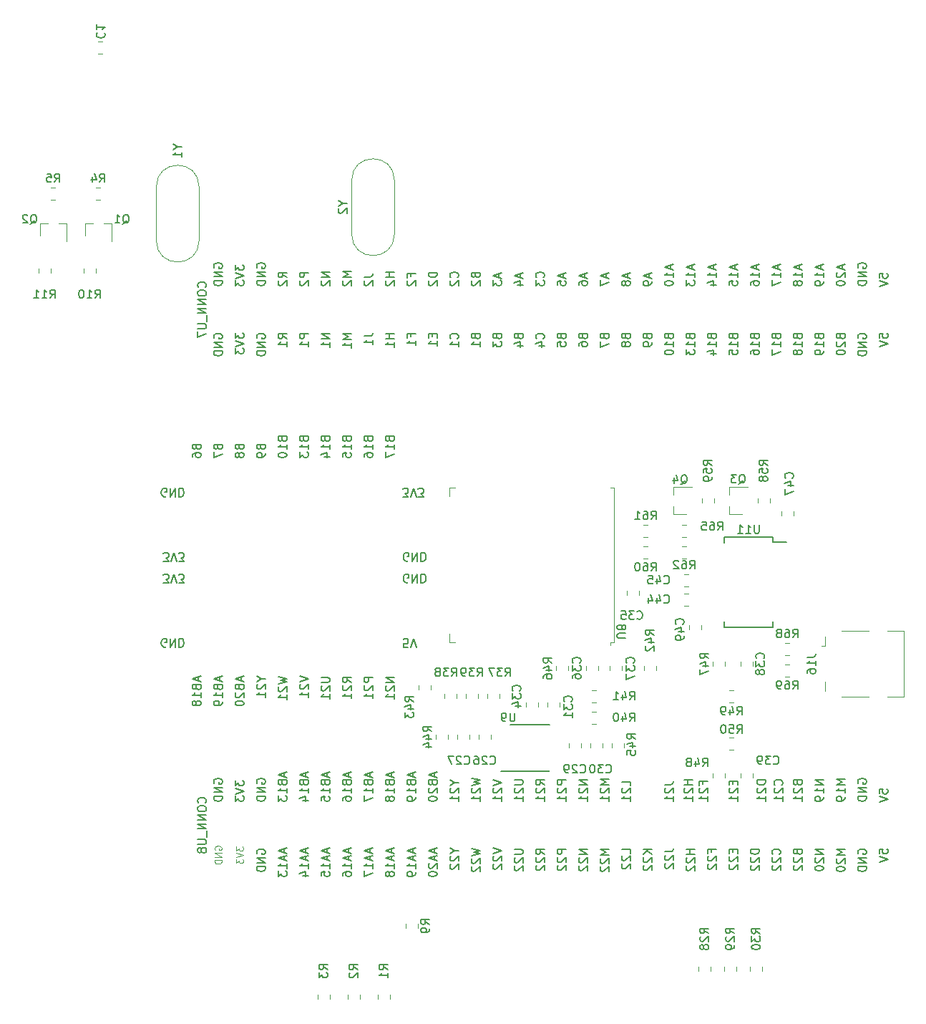
<source format=gbr>
G04 #@! TF.GenerationSoftware,KiCad,Pcbnew,(5.1.6)-1*
G04 #@! TF.CreationDate,2020-10-25T12:14:20+01:00*
G04 #@! TF.ProjectId,FPGC4IOboard,46504743-3449-44f6-926f-6172642e6b69,rev?*
G04 #@! TF.SameCoordinates,Original*
G04 #@! TF.FileFunction,Legend,Bot*
G04 #@! TF.FilePolarity,Positive*
%FSLAX46Y46*%
G04 Gerber Fmt 4.6, Leading zero omitted, Abs format (unit mm)*
G04 Created by KiCad (PCBNEW (5.1.6)-1) date 2020-10-25 12:14:20*
%MOMM*%
%LPD*%
G01*
G04 APERTURE LIST*
%ADD10C,0.150000*%
%ADD11C,0.120000*%
G04 APERTURE END LIST*
D10*
X109672380Y-105745595D02*
X108672380Y-105745595D01*
X109672380Y-106317023D01*
X108672380Y-106317023D01*
X108767619Y-106745595D02*
X108720000Y-106793214D01*
X108672380Y-106888452D01*
X108672380Y-107126547D01*
X108720000Y-107221785D01*
X108767619Y-107269404D01*
X108862857Y-107317023D01*
X108958095Y-107317023D01*
X109100952Y-107269404D01*
X109672380Y-106697976D01*
X109672380Y-107317023D01*
X109672380Y-108269404D02*
X109672380Y-107697976D01*
X109672380Y-107983690D02*
X108672380Y-107983690D01*
X108815238Y-107888452D01*
X108910476Y-107793214D01*
X108958095Y-107697976D01*
X107132380Y-105745595D02*
X106132380Y-105745595D01*
X106132380Y-106126547D01*
X106180000Y-106221785D01*
X106227619Y-106269404D01*
X106322857Y-106317023D01*
X106465714Y-106317023D01*
X106560952Y-106269404D01*
X106608571Y-106221785D01*
X106656190Y-106126547D01*
X106656190Y-105745595D01*
X106227619Y-106697976D02*
X106180000Y-106745595D01*
X106132380Y-106840833D01*
X106132380Y-107078928D01*
X106180000Y-107174166D01*
X106227619Y-107221785D01*
X106322857Y-107269404D01*
X106418095Y-107269404D01*
X106560952Y-107221785D01*
X107132380Y-106650357D01*
X107132380Y-107269404D01*
X107132380Y-108221785D02*
X107132380Y-107650357D01*
X107132380Y-107936071D02*
X106132380Y-107936071D01*
X106275238Y-107840833D01*
X106370476Y-107745595D01*
X106418095Y-107650357D01*
X101052380Y-105745595D02*
X101861904Y-105745595D01*
X101957142Y-105793214D01*
X102004761Y-105840833D01*
X102052380Y-105936071D01*
X102052380Y-106126547D01*
X102004761Y-106221785D01*
X101957142Y-106269404D01*
X101861904Y-106317023D01*
X101052380Y-106317023D01*
X101147619Y-106745595D02*
X101100000Y-106793214D01*
X101052380Y-106888452D01*
X101052380Y-107126547D01*
X101100000Y-107221785D01*
X101147619Y-107269404D01*
X101242857Y-107317023D01*
X101338095Y-107317023D01*
X101480952Y-107269404D01*
X102052380Y-106697976D01*
X102052380Y-107317023D01*
X102052380Y-108269404D02*
X102052380Y-107697976D01*
X102052380Y-107983690D02*
X101052380Y-107983690D01*
X101195238Y-107888452D01*
X101290476Y-107793214D01*
X101338095Y-107697976D01*
X98512380Y-105602738D02*
X99512380Y-105936071D01*
X98512380Y-106269404D01*
X98607619Y-106555119D02*
X98560000Y-106602738D01*
X98512380Y-106697976D01*
X98512380Y-106936071D01*
X98560000Y-107031309D01*
X98607619Y-107078928D01*
X98702857Y-107126547D01*
X98798095Y-107126547D01*
X98940952Y-107078928D01*
X99512380Y-106507500D01*
X99512380Y-107126547D01*
X99512380Y-108078928D02*
X99512380Y-107507500D01*
X99512380Y-107793214D02*
X98512380Y-107793214D01*
X98655238Y-107697976D01*
X98750476Y-107602738D01*
X98798095Y-107507500D01*
X95972380Y-105650357D02*
X96972380Y-105888452D01*
X96258095Y-106078928D01*
X96972380Y-106269404D01*
X95972380Y-106507500D01*
X96067619Y-106840833D02*
X96020000Y-106888452D01*
X95972380Y-106983690D01*
X95972380Y-107221785D01*
X96020000Y-107317023D01*
X96067619Y-107364642D01*
X96162857Y-107412261D01*
X96258095Y-107412261D01*
X96400952Y-107364642D01*
X96972380Y-106793214D01*
X96972380Y-107412261D01*
X96972380Y-108364642D02*
X96972380Y-107793214D01*
X96972380Y-108078928D02*
X95972380Y-108078928D01*
X96115238Y-107983690D01*
X96210476Y-107888452D01*
X96258095Y-107793214D01*
X93956190Y-105936071D02*
X94432380Y-105936071D01*
X93432380Y-105602738D02*
X93956190Y-105936071D01*
X93432380Y-106269404D01*
X93527619Y-106555119D02*
X93480000Y-106602738D01*
X93432380Y-106697976D01*
X93432380Y-106936071D01*
X93480000Y-107031309D01*
X93527619Y-107078928D01*
X93622857Y-107126547D01*
X93718095Y-107126547D01*
X93860952Y-107078928D01*
X94432380Y-106507500D01*
X94432380Y-107126547D01*
X94432380Y-108078928D02*
X94432380Y-107507500D01*
X94432380Y-107793214D02*
X93432380Y-107793214D01*
X93575238Y-107697976D01*
X93670476Y-107602738D01*
X93718095Y-107507500D01*
X91606666Y-105697976D02*
X91606666Y-106174166D01*
X91892380Y-105602738D02*
X90892380Y-105936071D01*
X91892380Y-106269404D01*
X91368571Y-106936071D02*
X91416190Y-107078928D01*
X91463809Y-107126547D01*
X91559047Y-107174166D01*
X91701904Y-107174166D01*
X91797142Y-107126547D01*
X91844761Y-107078928D01*
X91892380Y-106983690D01*
X91892380Y-106602738D01*
X90892380Y-106602738D01*
X90892380Y-106936071D01*
X90940000Y-107031309D01*
X90987619Y-107078928D01*
X91082857Y-107126547D01*
X91178095Y-107126547D01*
X91273333Y-107078928D01*
X91320952Y-107031309D01*
X91368571Y-106936071D01*
X91368571Y-106602738D01*
X90987619Y-107555119D02*
X90940000Y-107602738D01*
X90892380Y-107697976D01*
X90892380Y-107936071D01*
X90940000Y-108031309D01*
X90987619Y-108078928D01*
X91082857Y-108126547D01*
X91178095Y-108126547D01*
X91320952Y-108078928D01*
X91892380Y-107507500D01*
X91892380Y-108126547D01*
X90892380Y-108745595D02*
X90892380Y-108840833D01*
X90940000Y-108936071D01*
X90987619Y-108983690D01*
X91082857Y-109031309D01*
X91273333Y-109078928D01*
X91511428Y-109078928D01*
X91701904Y-109031309D01*
X91797142Y-108983690D01*
X91844761Y-108936071D01*
X91892380Y-108840833D01*
X91892380Y-108745595D01*
X91844761Y-108650357D01*
X91797142Y-108602738D01*
X91701904Y-108555119D01*
X91511428Y-108507500D01*
X91273333Y-108507500D01*
X91082857Y-108555119D01*
X90987619Y-108602738D01*
X90940000Y-108650357D01*
X90892380Y-108745595D01*
X104592380Y-106317023D02*
X104116190Y-105983690D01*
X104592380Y-105745595D02*
X103592380Y-105745595D01*
X103592380Y-106126547D01*
X103640000Y-106221785D01*
X103687619Y-106269404D01*
X103782857Y-106317023D01*
X103925714Y-106317023D01*
X104020952Y-106269404D01*
X104068571Y-106221785D01*
X104116190Y-106126547D01*
X104116190Y-105745595D01*
X103687619Y-106697976D02*
X103640000Y-106745595D01*
X103592380Y-106840833D01*
X103592380Y-107078928D01*
X103640000Y-107174166D01*
X103687619Y-107221785D01*
X103782857Y-107269404D01*
X103878095Y-107269404D01*
X104020952Y-107221785D01*
X104592380Y-106650357D01*
X104592380Y-107269404D01*
X104592380Y-108221785D02*
X104592380Y-107650357D01*
X104592380Y-107936071D02*
X103592380Y-107936071D01*
X103735238Y-107840833D01*
X103830476Y-107745595D01*
X103878095Y-107650357D01*
X89066666Y-105697976D02*
X89066666Y-106174166D01*
X89352380Y-105602738D02*
X88352380Y-105936071D01*
X89352380Y-106269404D01*
X88828571Y-106936071D02*
X88876190Y-107078928D01*
X88923809Y-107126547D01*
X89019047Y-107174166D01*
X89161904Y-107174166D01*
X89257142Y-107126547D01*
X89304761Y-107078928D01*
X89352380Y-106983690D01*
X89352380Y-106602738D01*
X88352380Y-106602738D01*
X88352380Y-106936071D01*
X88400000Y-107031309D01*
X88447619Y-107078928D01*
X88542857Y-107126547D01*
X88638095Y-107126547D01*
X88733333Y-107078928D01*
X88780952Y-107031309D01*
X88828571Y-106936071D01*
X88828571Y-106602738D01*
X89352380Y-108126547D02*
X89352380Y-107555119D01*
X89352380Y-107840833D02*
X88352380Y-107840833D01*
X88495238Y-107745595D01*
X88590476Y-107650357D01*
X88638095Y-107555119D01*
X89352380Y-108602738D02*
X89352380Y-108793214D01*
X89304761Y-108888452D01*
X89257142Y-108936071D01*
X89114285Y-109031309D01*
X88923809Y-109078928D01*
X88542857Y-109078928D01*
X88447619Y-109031309D01*
X88400000Y-108983690D01*
X88352380Y-108888452D01*
X88352380Y-108697976D01*
X88400000Y-108602738D01*
X88447619Y-108555119D01*
X88542857Y-108507500D01*
X88780952Y-108507500D01*
X88876190Y-108555119D01*
X88923809Y-108602738D01*
X88971428Y-108697976D01*
X88971428Y-108888452D01*
X88923809Y-108983690D01*
X88876190Y-109031309D01*
X88780952Y-109078928D01*
X86526666Y-105697976D02*
X86526666Y-106174166D01*
X86812380Y-105602738D02*
X85812380Y-105936071D01*
X86812380Y-106269404D01*
X86288571Y-106936071D02*
X86336190Y-107078928D01*
X86383809Y-107126547D01*
X86479047Y-107174166D01*
X86621904Y-107174166D01*
X86717142Y-107126547D01*
X86764761Y-107078928D01*
X86812380Y-106983690D01*
X86812380Y-106602738D01*
X85812380Y-106602738D01*
X85812380Y-106936071D01*
X85860000Y-107031309D01*
X85907619Y-107078928D01*
X86002857Y-107126547D01*
X86098095Y-107126547D01*
X86193333Y-107078928D01*
X86240952Y-107031309D01*
X86288571Y-106936071D01*
X86288571Y-106602738D01*
X86812380Y-108126547D02*
X86812380Y-107555119D01*
X86812380Y-107840833D02*
X85812380Y-107840833D01*
X85955238Y-107745595D01*
X86050476Y-107650357D01*
X86098095Y-107555119D01*
X86240952Y-108697976D02*
X86193333Y-108602738D01*
X86145714Y-108555119D01*
X86050476Y-108507500D01*
X86002857Y-108507500D01*
X85907619Y-108555119D01*
X85860000Y-108602738D01*
X85812380Y-108697976D01*
X85812380Y-108888452D01*
X85860000Y-108983690D01*
X85907619Y-109031309D01*
X86002857Y-109078928D01*
X86050476Y-109078928D01*
X86145714Y-109031309D01*
X86193333Y-108983690D01*
X86240952Y-108888452D01*
X86240952Y-108697976D01*
X86288571Y-108602738D01*
X86336190Y-108555119D01*
X86431428Y-108507500D01*
X86621904Y-108507500D01*
X86717142Y-108555119D01*
X86764761Y-108602738D01*
X86812380Y-108697976D01*
X86812380Y-108888452D01*
X86764761Y-108983690D01*
X86717142Y-109031309D01*
X86621904Y-109078928D01*
X86431428Y-109078928D01*
X86336190Y-109031309D01*
X86288571Y-108983690D01*
X86240952Y-108888452D01*
X109148571Y-77579166D02*
X109196190Y-77722023D01*
X109243809Y-77769642D01*
X109339047Y-77817261D01*
X109481904Y-77817261D01*
X109577142Y-77769642D01*
X109624761Y-77722023D01*
X109672380Y-77626785D01*
X109672380Y-77245833D01*
X108672380Y-77245833D01*
X108672380Y-77579166D01*
X108720000Y-77674404D01*
X108767619Y-77722023D01*
X108862857Y-77769642D01*
X108958095Y-77769642D01*
X109053333Y-77722023D01*
X109100952Y-77674404D01*
X109148571Y-77579166D01*
X109148571Y-77245833D01*
X109672380Y-78769642D02*
X109672380Y-78198214D01*
X109672380Y-78483928D02*
X108672380Y-78483928D01*
X108815238Y-78388690D01*
X108910476Y-78293452D01*
X108958095Y-78198214D01*
X108672380Y-79102976D02*
X108672380Y-79769642D01*
X109672380Y-79341071D01*
X106608571Y-77579166D02*
X106656190Y-77722023D01*
X106703809Y-77769642D01*
X106799047Y-77817261D01*
X106941904Y-77817261D01*
X107037142Y-77769642D01*
X107084761Y-77722023D01*
X107132380Y-77626785D01*
X107132380Y-77245833D01*
X106132380Y-77245833D01*
X106132380Y-77579166D01*
X106180000Y-77674404D01*
X106227619Y-77722023D01*
X106322857Y-77769642D01*
X106418095Y-77769642D01*
X106513333Y-77722023D01*
X106560952Y-77674404D01*
X106608571Y-77579166D01*
X106608571Y-77245833D01*
X107132380Y-78769642D02*
X107132380Y-78198214D01*
X107132380Y-78483928D02*
X106132380Y-78483928D01*
X106275238Y-78388690D01*
X106370476Y-78293452D01*
X106418095Y-78198214D01*
X106132380Y-79626785D02*
X106132380Y-79436309D01*
X106180000Y-79341071D01*
X106227619Y-79293452D01*
X106370476Y-79198214D01*
X106560952Y-79150595D01*
X106941904Y-79150595D01*
X107037142Y-79198214D01*
X107084761Y-79245833D01*
X107132380Y-79341071D01*
X107132380Y-79531547D01*
X107084761Y-79626785D01*
X107037142Y-79674404D01*
X106941904Y-79722023D01*
X106703809Y-79722023D01*
X106608571Y-79674404D01*
X106560952Y-79626785D01*
X106513333Y-79531547D01*
X106513333Y-79341071D01*
X106560952Y-79245833D01*
X106608571Y-79198214D01*
X106703809Y-79150595D01*
X104068571Y-77579166D02*
X104116190Y-77722023D01*
X104163809Y-77769642D01*
X104259047Y-77817261D01*
X104401904Y-77817261D01*
X104497142Y-77769642D01*
X104544761Y-77722023D01*
X104592380Y-77626785D01*
X104592380Y-77245833D01*
X103592380Y-77245833D01*
X103592380Y-77579166D01*
X103640000Y-77674404D01*
X103687619Y-77722023D01*
X103782857Y-77769642D01*
X103878095Y-77769642D01*
X103973333Y-77722023D01*
X104020952Y-77674404D01*
X104068571Y-77579166D01*
X104068571Y-77245833D01*
X104592380Y-78769642D02*
X104592380Y-78198214D01*
X104592380Y-78483928D02*
X103592380Y-78483928D01*
X103735238Y-78388690D01*
X103830476Y-78293452D01*
X103878095Y-78198214D01*
X103592380Y-79674404D02*
X103592380Y-79198214D01*
X104068571Y-79150595D01*
X104020952Y-79198214D01*
X103973333Y-79293452D01*
X103973333Y-79531547D01*
X104020952Y-79626785D01*
X104068571Y-79674404D01*
X104163809Y-79722023D01*
X104401904Y-79722023D01*
X104497142Y-79674404D01*
X104544761Y-79626785D01*
X104592380Y-79531547D01*
X104592380Y-79293452D01*
X104544761Y-79198214D01*
X104497142Y-79150595D01*
X101528571Y-77579166D02*
X101576190Y-77722023D01*
X101623809Y-77769642D01*
X101719047Y-77817261D01*
X101861904Y-77817261D01*
X101957142Y-77769642D01*
X102004761Y-77722023D01*
X102052380Y-77626785D01*
X102052380Y-77245833D01*
X101052380Y-77245833D01*
X101052380Y-77579166D01*
X101100000Y-77674404D01*
X101147619Y-77722023D01*
X101242857Y-77769642D01*
X101338095Y-77769642D01*
X101433333Y-77722023D01*
X101480952Y-77674404D01*
X101528571Y-77579166D01*
X101528571Y-77245833D01*
X102052380Y-78769642D02*
X102052380Y-78198214D01*
X102052380Y-78483928D02*
X101052380Y-78483928D01*
X101195238Y-78388690D01*
X101290476Y-78293452D01*
X101338095Y-78198214D01*
X101385714Y-79626785D02*
X102052380Y-79626785D01*
X101004761Y-79388690D02*
X101719047Y-79150595D01*
X101719047Y-79769642D01*
X98988571Y-77579166D02*
X99036190Y-77722023D01*
X99083809Y-77769642D01*
X99179047Y-77817261D01*
X99321904Y-77817261D01*
X99417142Y-77769642D01*
X99464761Y-77722023D01*
X99512380Y-77626785D01*
X99512380Y-77245833D01*
X98512380Y-77245833D01*
X98512380Y-77579166D01*
X98560000Y-77674404D01*
X98607619Y-77722023D01*
X98702857Y-77769642D01*
X98798095Y-77769642D01*
X98893333Y-77722023D01*
X98940952Y-77674404D01*
X98988571Y-77579166D01*
X98988571Y-77245833D01*
X99512380Y-78769642D02*
X99512380Y-78198214D01*
X99512380Y-78483928D02*
X98512380Y-78483928D01*
X98655238Y-78388690D01*
X98750476Y-78293452D01*
X98798095Y-78198214D01*
X98512380Y-79102976D02*
X98512380Y-79722023D01*
X98893333Y-79388690D01*
X98893333Y-79531547D01*
X98940952Y-79626785D01*
X98988571Y-79674404D01*
X99083809Y-79722023D01*
X99321904Y-79722023D01*
X99417142Y-79674404D01*
X99464761Y-79626785D01*
X99512380Y-79531547D01*
X99512380Y-79245833D01*
X99464761Y-79150595D01*
X99417142Y-79102976D01*
X96448571Y-77579166D02*
X96496190Y-77722023D01*
X96543809Y-77769642D01*
X96639047Y-77817261D01*
X96781904Y-77817261D01*
X96877142Y-77769642D01*
X96924761Y-77722023D01*
X96972380Y-77626785D01*
X96972380Y-77245833D01*
X95972380Y-77245833D01*
X95972380Y-77579166D01*
X96020000Y-77674404D01*
X96067619Y-77722023D01*
X96162857Y-77769642D01*
X96258095Y-77769642D01*
X96353333Y-77722023D01*
X96400952Y-77674404D01*
X96448571Y-77579166D01*
X96448571Y-77245833D01*
X96972380Y-78769642D02*
X96972380Y-78198214D01*
X96972380Y-78483928D02*
X95972380Y-78483928D01*
X96115238Y-78388690D01*
X96210476Y-78293452D01*
X96258095Y-78198214D01*
X95972380Y-79388690D02*
X95972380Y-79483928D01*
X96020000Y-79579166D01*
X96067619Y-79626785D01*
X96162857Y-79674404D01*
X96353333Y-79722023D01*
X96591428Y-79722023D01*
X96781904Y-79674404D01*
X96877142Y-79626785D01*
X96924761Y-79579166D01*
X96972380Y-79483928D01*
X96972380Y-79388690D01*
X96924761Y-79293452D01*
X96877142Y-79245833D01*
X96781904Y-79198214D01*
X96591428Y-79150595D01*
X96353333Y-79150595D01*
X96162857Y-79198214D01*
X96067619Y-79245833D01*
X96020000Y-79293452D01*
X95972380Y-79388690D01*
X93908571Y-78531547D02*
X93956190Y-78674404D01*
X94003809Y-78722023D01*
X94099047Y-78769642D01*
X94241904Y-78769642D01*
X94337142Y-78722023D01*
X94384761Y-78674404D01*
X94432380Y-78579166D01*
X94432380Y-78198214D01*
X93432380Y-78198214D01*
X93432380Y-78531547D01*
X93480000Y-78626785D01*
X93527619Y-78674404D01*
X93622857Y-78722023D01*
X93718095Y-78722023D01*
X93813333Y-78674404D01*
X93860952Y-78626785D01*
X93908571Y-78531547D01*
X93908571Y-78198214D01*
X94432380Y-79245833D02*
X94432380Y-79436309D01*
X94384761Y-79531547D01*
X94337142Y-79579166D01*
X94194285Y-79674404D01*
X94003809Y-79722023D01*
X93622857Y-79722023D01*
X93527619Y-79674404D01*
X93480000Y-79626785D01*
X93432380Y-79531547D01*
X93432380Y-79341071D01*
X93480000Y-79245833D01*
X93527619Y-79198214D01*
X93622857Y-79150595D01*
X93860952Y-79150595D01*
X93956190Y-79198214D01*
X94003809Y-79245833D01*
X94051428Y-79341071D01*
X94051428Y-79531547D01*
X94003809Y-79626785D01*
X93956190Y-79674404D01*
X93860952Y-79722023D01*
X91368571Y-78531547D02*
X91416190Y-78674404D01*
X91463809Y-78722023D01*
X91559047Y-78769642D01*
X91701904Y-78769642D01*
X91797142Y-78722023D01*
X91844761Y-78674404D01*
X91892380Y-78579166D01*
X91892380Y-78198214D01*
X90892380Y-78198214D01*
X90892380Y-78531547D01*
X90940000Y-78626785D01*
X90987619Y-78674404D01*
X91082857Y-78722023D01*
X91178095Y-78722023D01*
X91273333Y-78674404D01*
X91320952Y-78626785D01*
X91368571Y-78531547D01*
X91368571Y-78198214D01*
X91320952Y-79341071D02*
X91273333Y-79245833D01*
X91225714Y-79198214D01*
X91130476Y-79150595D01*
X91082857Y-79150595D01*
X90987619Y-79198214D01*
X90940000Y-79245833D01*
X90892380Y-79341071D01*
X90892380Y-79531547D01*
X90940000Y-79626785D01*
X90987619Y-79674404D01*
X91082857Y-79722023D01*
X91130476Y-79722023D01*
X91225714Y-79674404D01*
X91273333Y-79626785D01*
X91320952Y-79531547D01*
X91320952Y-79341071D01*
X91368571Y-79245833D01*
X91416190Y-79198214D01*
X91511428Y-79150595D01*
X91701904Y-79150595D01*
X91797142Y-79198214D01*
X91844761Y-79245833D01*
X91892380Y-79341071D01*
X91892380Y-79531547D01*
X91844761Y-79626785D01*
X91797142Y-79674404D01*
X91701904Y-79722023D01*
X91511428Y-79722023D01*
X91416190Y-79674404D01*
X91368571Y-79626785D01*
X91320952Y-79531547D01*
X88828571Y-78531547D02*
X88876190Y-78674404D01*
X88923809Y-78722023D01*
X89019047Y-78769642D01*
X89161904Y-78769642D01*
X89257142Y-78722023D01*
X89304761Y-78674404D01*
X89352380Y-78579166D01*
X89352380Y-78198214D01*
X88352380Y-78198214D01*
X88352380Y-78531547D01*
X88400000Y-78626785D01*
X88447619Y-78674404D01*
X88542857Y-78722023D01*
X88638095Y-78722023D01*
X88733333Y-78674404D01*
X88780952Y-78626785D01*
X88828571Y-78531547D01*
X88828571Y-78198214D01*
X88352380Y-79102976D02*
X88352380Y-79769642D01*
X89352380Y-79341071D01*
X86288571Y-78531547D02*
X86336190Y-78674404D01*
X86383809Y-78722023D01*
X86479047Y-78769642D01*
X86621904Y-78769642D01*
X86717142Y-78722023D01*
X86764761Y-78674404D01*
X86812380Y-78579166D01*
X86812380Y-78198214D01*
X85812380Y-78198214D01*
X85812380Y-78531547D01*
X85860000Y-78626785D01*
X85907619Y-78674404D01*
X86002857Y-78722023D01*
X86098095Y-78722023D01*
X86193333Y-78674404D01*
X86240952Y-78626785D01*
X86288571Y-78531547D01*
X86288571Y-78198214D01*
X85812380Y-79626785D02*
X85812380Y-79436309D01*
X85860000Y-79341071D01*
X85907619Y-79293452D01*
X86050476Y-79198214D01*
X86240952Y-79150595D01*
X86621904Y-79150595D01*
X86717142Y-79198214D01*
X86764761Y-79245833D01*
X86812380Y-79341071D01*
X86812380Y-79531547D01*
X86764761Y-79626785D01*
X86717142Y-79674404D01*
X86621904Y-79722023D01*
X86383809Y-79722023D01*
X86288571Y-79674404D01*
X86240952Y-79626785D01*
X86193333Y-79531547D01*
X86193333Y-79341071D01*
X86240952Y-79245833D01*
X86288571Y-79198214D01*
X86383809Y-79150595D01*
X82373452Y-94527619D02*
X82992500Y-94527619D01*
X82659166Y-94146666D01*
X82802023Y-94146666D01*
X82897261Y-94099047D01*
X82944880Y-94051428D01*
X82992500Y-93956190D01*
X82992500Y-93718095D01*
X82944880Y-93622857D01*
X82897261Y-93575238D01*
X82802023Y-93527619D01*
X82516309Y-93527619D01*
X82421071Y-93575238D01*
X82373452Y-93622857D01*
X83278214Y-94527619D02*
X83611547Y-93527619D01*
X83944880Y-94527619D01*
X84182976Y-94527619D02*
X84802023Y-94527619D01*
X84468690Y-94146666D01*
X84611547Y-94146666D01*
X84706785Y-94099047D01*
X84754404Y-94051428D01*
X84802023Y-93956190D01*
X84802023Y-93718095D01*
X84754404Y-93622857D01*
X84706785Y-93575238D01*
X84611547Y-93527619D01*
X84325833Y-93527619D01*
X84230595Y-93575238D01*
X84182976Y-93622857D01*
X82373452Y-91987619D02*
X82992500Y-91987619D01*
X82659166Y-91606666D01*
X82802023Y-91606666D01*
X82897261Y-91559047D01*
X82944880Y-91511428D01*
X82992500Y-91416190D01*
X82992500Y-91178095D01*
X82944880Y-91082857D01*
X82897261Y-91035238D01*
X82802023Y-90987619D01*
X82516309Y-90987619D01*
X82421071Y-91035238D01*
X82373452Y-91082857D01*
X83278214Y-91987619D02*
X83611547Y-90987619D01*
X83944880Y-91987619D01*
X84182976Y-91987619D02*
X84802023Y-91987619D01*
X84468690Y-91606666D01*
X84611547Y-91606666D01*
X84706785Y-91559047D01*
X84754404Y-91511428D01*
X84802023Y-91416190D01*
X84802023Y-91178095D01*
X84754404Y-91082857D01*
X84706785Y-91035238D01*
X84611547Y-90987619D01*
X84325833Y-90987619D01*
X84230595Y-91035238D01*
X84182976Y-91082857D01*
X111301785Y-102147619D02*
X110825595Y-102147619D01*
X110777976Y-101671428D01*
X110825595Y-101719047D01*
X110920833Y-101766666D01*
X111158928Y-101766666D01*
X111254166Y-101719047D01*
X111301785Y-101671428D01*
X111349404Y-101576190D01*
X111349404Y-101338095D01*
X111301785Y-101242857D01*
X111254166Y-101195238D01*
X111158928Y-101147619D01*
X110920833Y-101147619D01*
X110825595Y-101195238D01*
X110777976Y-101242857D01*
X111635119Y-102147619D02*
X111968452Y-101147619D01*
X112301785Y-102147619D01*
X110730357Y-84367619D02*
X111349404Y-84367619D01*
X111016071Y-83986666D01*
X111158928Y-83986666D01*
X111254166Y-83939047D01*
X111301785Y-83891428D01*
X111349404Y-83796190D01*
X111349404Y-83558095D01*
X111301785Y-83462857D01*
X111254166Y-83415238D01*
X111158928Y-83367619D01*
X110873214Y-83367619D01*
X110777976Y-83415238D01*
X110730357Y-83462857D01*
X111635119Y-84367619D02*
X111968452Y-83367619D01*
X112301785Y-84367619D01*
X112539880Y-84367619D02*
X113158928Y-84367619D01*
X112825595Y-83986666D01*
X112968452Y-83986666D01*
X113063690Y-83939047D01*
X113111309Y-83891428D01*
X113158928Y-83796190D01*
X113158928Y-83558095D01*
X113111309Y-83462857D01*
X113063690Y-83415238D01*
X112968452Y-83367619D01*
X112682738Y-83367619D01*
X112587500Y-83415238D01*
X112539880Y-83462857D01*
X111349404Y-94480000D02*
X111254166Y-94527619D01*
X111111309Y-94527619D01*
X110968452Y-94480000D01*
X110873214Y-94384761D01*
X110825595Y-94289523D01*
X110777976Y-94099047D01*
X110777976Y-93956190D01*
X110825595Y-93765714D01*
X110873214Y-93670476D01*
X110968452Y-93575238D01*
X111111309Y-93527619D01*
X111206547Y-93527619D01*
X111349404Y-93575238D01*
X111397023Y-93622857D01*
X111397023Y-93956190D01*
X111206547Y-93956190D01*
X111825595Y-93527619D02*
X111825595Y-94527619D01*
X112397023Y-93527619D01*
X112397023Y-94527619D01*
X112873214Y-93527619D02*
X112873214Y-94527619D01*
X113111309Y-94527619D01*
X113254166Y-94480000D01*
X113349404Y-94384761D01*
X113397023Y-94289523D01*
X113444642Y-94099047D01*
X113444642Y-93956190D01*
X113397023Y-93765714D01*
X113349404Y-93670476D01*
X113254166Y-93575238D01*
X113111309Y-93527619D01*
X112873214Y-93527619D01*
X111349404Y-91940000D02*
X111254166Y-91987619D01*
X111111309Y-91987619D01*
X110968452Y-91940000D01*
X110873214Y-91844761D01*
X110825595Y-91749523D01*
X110777976Y-91559047D01*
X110777976Y-91416190D01*
X110825595Y-91225714D01*
X110873214Y-91130476D01*
X110968452Y-91035238D01*
X111111309Y-90987619D01*
X111206547Y-90987619D01*
X111349404Y-91035238D01*
X111397023Y-91082857D01*
X111397023Y-91416190D01*
X111206547Y-91416190D01*
X111825595Y-90987619D02*
X111825595Y-91987619D01*
X112397023Y-90987619D01*
X112397023Y-91987619D01*
X112873214Y-90987619D02*
X112873214Y-91987619D01*
X113111309Y-91987619D01*
X113254166Y-91940000D01*
X113349404Y-91844761D01*
X113397023Y-91749523D01*
X113444642Y-91559047D01*
X113444642Y-91416190D01*
X113397023Y-91225714D01*
X113349404Y-91130476D01*
X113254166Y-91035238D01*
X113111309Y-90987619D01*
X112873214Y-90987619D01*
X82706785Y-84320000D02*
X82611547Y-84367619D01*
X82468690Y-84367619D01*
X82325833Y-84320000D01*
X82230595Y-84224761D01*
X82182976Y-84129523D01*
X82135357Y-83939047D01*
X82135357Y-83796190D01*
X82182976Y-83605714D01*
X82230595Y-83510476D01*
X82325833Y-83415238D01*
X82468690Y-83367619D01*
X82563928Y-83367619D01*
X82706785Y-83415238D01*
X82754404Y-83462857D01*
X82754404Y-83796190D01*
X82563928Y-83796190D01*
X83182976Y-83367619D02*
X83182976Y-84367619D01*
X83754404Y-83367619D01*
X83754404Y-84367619D01*
X84230595Y-83367619D02*
X84230595Y-84367619D01*
X84468690Y-84367619D01*
X84611547Y-84320000D01*
X84706785Y-84224761D01*
X84754404Y-84129523D01*
X84802023Y-83939047D01*
X84802023Y-83796190D01*
X84754404Y-83605714D01*
X84706785Y-83510476D01*
X84611547Y-83415238D01*
X84468690Y-83367619D01*
X84230595Y-83367619D01*
X82706785Y-102100000D02*
X82611547Y-102147619D01*
X82468690Y-102147619D01*
X82325833Y-102100000D01*
X82230595Y-102004761D01*
X82182976Y-101909523D01*
X82135357Y-101719047D01*
X82135357Y-101576190D01*
X82182976Y-101385714D01*
X82230595Y-101290476D01*
X82325833Y-101195238D01*
X82468690Y-101147619D01*
X82563928Y-101147619D01*
X82706785Y-101195238D01*
X82754404Y-101242857D01*
X82754404Y-101576190D01*
X82563928Y-101576190D01*
X83182976Y-101147619D02*
X83182976Y-102147619D01*
X83754404Y-101147619D01*
X83754404Y-102147619D01*
X84230595Y-101147619D02*
X84230595Y-102147619D01*
X84468690Y-102147619D01*
X84611547Y-102100000D01*
X84706785Y-102004761D01*
X84754404Y-101909523D01*
X84802023Y-101719047D01*
X84802023Y-101576190D01*
X84754404Y-101385714D01*
X84706785Y-101290476D01*
X84611547Y-101195238D01*
X84468690Y-101147619D01*
X84230595Y-101147619D01*
X99226666Y-116981071D02*
X99226666Y-117457261D01*
X99512380Y-116885833D02*
X98512380Y-117219166D01*
X99512380Y-117552500D01*
X98988571Y-118219166D02*
X99036190Y-118362023D01*
X99083809Y-118409642D01*
X99179047Y-118457261D01*
X99321904Y-118457261D01*
X99417142Y-118409642D01*
X99464761Y-118362023D01*
X99512380Y-118266785D01*
X99512380Y-117885833D01*
X98512380Y-117885833D01*
X98512380Y-118219166D01*
X98560000Y-118314404D01*
X98607619Y-118362023D01*
X98702857Y-118409642D01*
X98798095Y-118409642D01*
X98893333Y-118362023D01*
X98940952Y-118314404D01*
X98988571Y-118219166D01*
X98988571Y-117885833D01*
X99512380Y-119409642D02*
X99512380Y-118838214D01*
X99512380Y-119123928D02*
X98512380Y-119123928D01*
X98655238Y-119028690D01*
X98750476Y-118933452D01*
X98798095Y-118838214D01*
X98845714Y-120266785D02*
X99512380Y-120266785D01*
X98464761Y-120028690D02*
X99179047Y-119790595D01*
X99179047Y-120409642D01*
X87352142Y-59587142D02*
X87399761Y-59539523D01*
X87447380Y-59396666D01*
X87447380Y-59301428D01*
X87399761Y-59158571D01*
X87304523Y-59063333D01*
X87209285Y-59015714D01*
X87018809Y-58968095D01*
X86875952Y-58968095D01*
X86685476Y-59015714D01*
X86590238Y-59063333D01*
X86495000Y-59158571D01*
X86447380Y-59301428D01*
X86447380Y-59396666D01*
X86495000Y-59539523D01*
X86542619Y-59587142D01*
X86447380Y-60206190D02*
X86447380Y-60396666D01*
X86495000Y-60491904D01*
X86590238Y-60587142D01*
X86780714Y-60634761D01*
X87114047Y-60634761D01*
X87304523Y-60587142D01*
X87399761Y-60491904D01*
X87447380Y-60396666D01*
X87447380Y-60206190D01*
X87399761Y-60110952D01*
X87304523Y-60015714D01*
X87114047Y-59968095D01*
X86780714Y-59968095D01*
X86590238Y-60015714D01*
X86495000Y-60110952D01*
X86447380Y-60206190D01*
X87447380Y-61063333D02*
X86447380Y-61063333D01*
X87447380Y-61634761D01*
X86447380Y-61634761D01*
X87447380Y-62110952D02*
X86447380Y-62110952D01*
X87447380Y-62682380D01*
X86447380Y-62682380D01*
X87542619Y-62920476D02*
X87542619Y-63682380D01*
X86447380Y-63920476D02*
X87256904Y-63920476D01*
X87352142Y-63968095D01*
X87399761Y-64015714D01*
X87447380Y-64110952D01*
X87447380Y-64301428D01*
X87399761Y-64396666D01*
X87352142Y-64444285D01*
X87256904Y-64491904D01*
X86447380Y-64491904D01*
X86447380Y-64872857D02*
X86447380Y-65539523D01*
X87447380Y-65110952D01*
X87352142Y-120547142D02*
X87399761Y-120499523D01*
X87447380Y-120356666D01*
X87447380Y-120261428D01*
X87399761Y-120118571D01*
X87304523Y-120023333D01*
X87209285Y-119975714D01*
X87018809Y-119928095D01*
X86875952Y-119928095D01*
X86685476Y-119975714D01*
X86590238Y-120023333D01*
X86495000Y-120118571D01*
X86447380Y-120261428D01*
X86447380Y-120356666D01*
X86495000Y-120499523D01*
X86542619Y-120547142D01*
X86447380Y-121166190D02*
X86447380Y-121356666D01*
X86495000Y-121451904D01*
X86590238Y-121547142D01*
X86780714Y-121594761D01*
X87114047Y-121594761D01*
X87304523Y-121547142D01*
X87399761Y-121451904D01*
X87447380Y-121356666D01*
X87447380Y-121166190D01*
X87399761Y-121070952D01*
X87304523Y-120975714D01*
X87114047Y-120928095D01*
X86780714Y-120928095D01*
X86590238Y-120975714D01*
X86495000Y-121070952D01*
X86447380Y-121166190D01*
X87447380Y-122023333D02*
X86447380Y-122023333D01*
X87447380Y-122594761D01*
X86447380Y-122594761D01*
X87447380Y-123070952D02*
X86447380Y-123070952D01*
X87447380Y-123642380D01*
X86447380Y-123642380D01*
X87542619Y-123880476D02*
X87542619Y-124642380D01*
X86447380Y-124880476D02*
X87256904Y-124880476D01*
X87352142Y-124928095D01*
X87399761Y-124975714D01*
X87447380Y-125070952D01*
X87447380Y-125261428D01*
X87399761Y-125356666D01*
X87352142Y-125404285D01*
X87256904Y-125451904D01*
X86447380Y-125451904D01*
X86875952Y-126070952D02*
X86828333Y-125975714D01*
X86780714Y-125928095D01*
X86685476Y-125880476D01*
X86637857Y-125880476D01*
X86542619Y-125928095D01*
X86495000Y-125975714D01*
X86447380Y-126070952D01*
X86447380Y-126261428D01*
X86495000Y-126356666D01*
X86542619Y-126404285D01*
X86637857Y-126451904D01*
X86685476Y-126451904D01*
X86780714Y-126404285D01*
X86828333Y-126356666D01*
X86875952Y-126261428D01*
X86875952Y-126070952D01*
X86923571Y-125975714D01*
X86971190Y-125928095D01*
X87066428Y-125880476D01*
X87256904Y-125880476D01*
X87352142Y-125928095D01*
X87399761Y-125975714D01*
X87447380Y-126070952D01*
X87447380Y-126261428D01*
X87399761Y-126356666D01*
X87352142Y-126404285D01*
X87256904Y-126451904D01*
X87066428Y-126451904D01*
X86971190Y-126404285D01*
X86923571Y-126356666D01*
X86875952Y-126261428D01*
X164600000Y-126589404D02*
X164552380Y-126494166D01*
X164552380Y-126351309D01*
X164600000Y-126208452D01*
X164695238Y-126113214D01*
X164790476Y-126065595D01*
X164980952Y-126017976D01*
X165123809Y-126017976D01*
X165314285Y-126065595D01*
X165409523Y-126113214D01*
X165504761Y-126208452D01*
X165552380Y-126351309D01*
X165552380Y-126446547D01*
X165504761Y-126589404D01*
X165457142Y-126637023D01*
X165123809Y-126637023D01*
X165123809Y-126446547D01*
X165552380Y-127065595D02*
X164552380Y-127065595D01*
X165552380Y-127637023D01*
X164552380Y-127637023D01*
X165552380Y-128113214D02*
X164552380Y-128113214D01*
X164552380Y-128351309D01*
X164600000Y-128494166D01*
X164695238Y-128589404D01*
X164790476Y-128637023D01*
X164980952Y-128684642D01*
X165123809Y-128684642D01*
X165314285Y-128637023D01*
X165409523Y-128589404D01*
X165504761Y-128494166D01*
X165552380Y-128351309D01*
X165552380Y-128113214D01*
X163012380Y-126065595D02*
X162012380Y-126065595D01*
X162726666Y-126398928D01*
X162012380Y-126732261D01*
X163012380Y-126732261D01*
X162107619Y-127160833D02*
X162060000Y-127208452D01*
X162012380Y-127303690D01*
X162012380Y-127541785D01*
X162060000Y-127637023D01*
X162107619Y-127684642D01*
X162202857Y-127732261D01*
X162298095Y-127732261D01*
X162440952Y-127684642D01*
X163012380Y-127113214D01*
X163012380Y-127732261D01*
X162012380Y-128351309D02*
X162012380Y-128446547D01*
X162060000Y-128541785D01*
X162107619Y-128589404D01*
X162202857Y-128637023D01*
X162393333Y-128684642D01*
X162631428Y-128684642D01*
X162821904Y-128637023D01*
X162917142Y-128589404D01*
X162964761Y-128541785D01*
X163012380Y-128446547D01*
X163012380Y-128351309D01*
X162964761Y-128256071D01*
X162917142Y-128208452D01*
X162821904Y-128160833D01*
X162631428Y-128113214D01*
X162393333Y-128113214D01*
X162202857Y-128160833D01*
X162107619Y-128208452D01*
X162060000Y-128256071D01*
X162012380Y-128351309D01*
X155297142Y-126637023D02*
X155344761Y-126589404D01*
X155392380Y-126446547D01*
X155392380Y-126351309D01*
X155344761Y-126208452D01*
X155249523Y-126113214D01*
X155154285Y-126065595D01*
X154963809Y-126017976D01*
X154820952Y-126017976D01*
X154630476Y-126065595D01*
X154535238Y-126113214D01*
X154440000Y-126208452D01*
X154392380Y-126351309D01*
X154392380Y-126446547D01*
X154440000Y-126589404D01*
X154487619Y-126637023D01*
X154487619Y-127017976D02*
X154440000Y-127065595D01*
X154392380Y-127160833D01*
X154392380Y-127398928D01*
X154440000Y-127494166D01*
X154487619Y-127541785D01*
X154582857Y-127589404D01*
X154678095Y-127589404D01*
X154820952Y-127541785D01*
X155392380Y-126970357D01*
X155392380Y-127589404D01*
X154487619Y-127970357D02*
X154440000Y-128017976D01*
X154392380Y-128113214D01*
X154392380Y-128351309D01*
X154440000Y-128446547D01*
X154487619Y-128494166D01*
X154582857Y-128541785D01*
X154678095Y-128541785D01*
X154820952Y-128494166D01*
X155392380Y-127922738D01*
X155392380Y-128541785D01*
X167092380Y-126541785D02*
X167092380Y-126065595D01*
X167568571Y-126017976D01*
X167520952Y-126065595D01*
X167473333Y-126160833D01*
X167473333Y-126398928D01*
X167520952Y-126494166D01*
X167568571Y-126541785D01*
X167663809Y-126589404D01*
X167901904Y-126589404D01*
X167997142Y-126541785D01*
X168044761Y-126494166D01*
X168092380Y-126398928D01*
X168092380Y-126160833D01*
X168044761Y-126065595D01*
X167997142Y-126017976D01*
X167092380Y-126875119D02*
X168092380Y-127208452D01*
X167092380Y-127541785D01*
X157408571Y-126398928D02*
X157456190Y-126541785D01*
X157503809Y-126589404D01*
X157599047Y-126637023D01*
X157741904Y-126637023D01*
X157837142Y-126589404D01*
X157884761Y-126541785D01*
X157932380Y-126446547D01*
X157932380Y-126065595D01*
X156932380Y-126065595D01*
X156932380Y-126398928D01*
X156980000Y-126494166D01*
X157027619Y-126541785D01*
X157122857Y-126589404D01*
X157218095Y-126589404D01*
X157313333Y-126541785D01*
X157360952Y-126494166D01*
X157408571Y-126398928D01*
X157408571Y-126065595D01*
X157027619Y-127017976D02*
X156980000Y-127065595D01*
X156932380Y-127160833D01*
X156932380Y-127398928D01*
X156980000Y-127494166D01*
X157027619Y-127541785D01*
X157122857Y-127589404D01*
X157218095Y-127589404D01*
X157360952Y-127541785D01*
X157932380Y-126970357D01*
X157932380Y-127589404D01*
X157027619Y-127970357D02*
X156980000Y-128017976D01*
X156932380Y-128113214D01*
X156932380Y-128351309D01*
X156980000Y-128446547D01*
X157027619Y-128494166D01*
X157122857Y-128541785D01*
X157218095Y-128541785D01*
X157360952Y-128494166D01*
X157932380Y-127922738D01*
X157932380Y-128541785D01*
X152852380Y-126065595D02*
X151852380Y-126065595D01*
X151852380Y-126303690D01*
X151900000Y-126446547D01*
X151995238Y-126541785D01*
X152090476Y-126589404D01*
X152280952Y-126637023D01*
X152423809Y-126637023D01*
X152614285Y-126589404D01*
X152709523Y-126541785D01*
X152804761Y-126446547D01*
X152852380Y-126303690D01*
X152852380Y-126065595D01*
X151947619Y-127017976D02*
X151900000Y-127065595D01*
X151852380Y-127160833D01*
X151852380Y-127398928D01*
X151900000Y-127494166D01*
X151947619Y-127541785D01*
X152042857Y-127589404D01*
X152138095Y-127589404D01*
X152280952Y-127541785D01*
X152852380Y-126970357D01*
X152852380Y-127589404D01*
X151947619Y-127970357D02*
X151900000Y-128017976D01*
X151852380Y-128113214D01*
X151852380Y-128351309D01*
X151900000Y-128446547D01*
X151947619Y-128494166D01*
X152042857Y-128541785D01*
X152138095Y-128541785D01*
X152280952Y-128494166D01*
X152852380Y-127922738D01*
X152852380Y-128541785D01*
X160472380Y-126065595D02*
X159472380Y-126065595D01*
X160472380Y-126637023D01*
X159472380Y-126637023D01*
X159567619Y-127065595D02*
X159520000Y-127113214D01*
X159472380Y-127208452D01*
X159472380Y-127446547D01*
X159520000Y-127541785D01*
X159567619Y-127589404D01*
X159662857Y-127637023D01*
X159758095Y-127637023D01*
X159900952Y-127589404D01*
X160472380Y-127017976D01*
X160472380Y-127637023D01*
X159472380Y-128256071D02*
X159472380Y-128351309D01*
X159520000Y-128446547D01*
X159567619Y-128494166D01*
X159662857Y-128541785D01*
X159853333Y-128589404D01*
X160091428Y-128589404D01*
X160281904Y-128541785D01*
X160377142Y-128494166D01*
X160424761Y-128446547D01*
X160472380Y-128351309D01*
X160472380Y-128256071D01*
X160424761Y-128160833D01*
X160377142Y-128113214D01*
X160281904Y-128065595D01*
X160091428Y-128017976D01*
X159853333Y-128017976D01*
X159662857Y-128065595D01*
X159567619Y-128113214D01*
X159520000Y-128160833D01*
X159472380Y-128256071D01*
X145232380Y-126065595D02*
X144232380Y-126065595D01*
X144708571Y-126065595D02*
X144708571Y-126637023D01*
X145232380Y-126637023D02*
X144232380Y-126637023D01*
X144327619Y-127065595D02*
X144280000Y-127113214D01*
X144232380Y-127208452D01*
X144232380Y-127446547D01*
X144280000Y-127541785D01*
X144327619Y-127589404D01*
X144422857Y-127637023D01*
X144518095Y-127637023D01*
X144660952Y-127589404D01*
X145232380Y-127017976D01*
X145232380Y-127637023D01*
X144327619Y-128017976D02*
X144280000Y-128065595D01*
X144232380Y-128160833D01*
X144232380Y-128398928D01*
X144280000Y-128494166D01*
X144327619Y-128541785D01*
X144422857Y-128589404D01*
X144518095Y-128589404D01*
X144660952Y-128541785D01*
X145232380Y-127970357D01*
X145232380Y-128589404D01*
X93480000Y-126589404D02*
X93432380Y-126494166D01*
X93432380Y-126351309D01*
X93480000Y-126208452D01*
X93575238Y-126113214D01*
X93670476Y-126065595D01*
X93860952Y-126017976D01*
X94003809Y-126017976D01*
X94194285Y-126065595D01*
X94289523Y-126113214D01*
X94384761Y-126208452D01*
X94432380Y-126351309D01*
X94432380Y-126446547D01*
X94384761Y-126589404D01*
X94337142Y-126637023D01*
X94003809Y-126637023D01*
X94003809Y-126446547D01*
X94432380Y-127065595D02*
X93432380Y-127065595D01*
X94432380Y-127637023D01*
X93432380Y-127637023D01*
X94432380Y-128113214D02*
X93432380Y-128113214D01*
X93432380Y-128351309D01*
X93480000Y-128494166D01*
X93575238Y-128589404D01*
X93670476Y-128637023D01*
X93860952Y-128684642D01*
X94003809Y-128684642D01*
X94194285Y-128637023D01*
X94289523Y-128589404D01*
X94384761Y-128494166D01*
X94432380Y-128351309D01*
X94432380Y-128113214D01*
X149788571Y-126065595D02*
X149788571Y-126398928D01*
X150312380Y-126541785D02*
X150312380Y-126065595D01*
X149312380Y-126065595D01*
X149312380Y-126541785D01*
X149407619Y-126922738D02*
X149360000Y-126970357D01*
X149312380Y-127065595D01*
X149312380Y-127303690D01*
X149360000Y-127398928D01*
X149407619Y-127446547D01*
X149502857Y-127494166D01*
X149598095Y-127494166D01*
X149740952Y-127446547D01*
X150312380Y-126875119D01*
X150312380Y-127494166D01*
X149407619Y-127875119D02*
X149360000Y-127922738D01*
X149312380Y-128017976D01*
X149312380Y-128256071D01*
X149360000Y-128351309D01*
X149407619Y-128398928D01*
X149502857Y-128446547D01*
X149598095Y-128446547D01*
X149740952Y-128398928D01*
X150312380Y-127827500D01*
X150312380Y-128446547D01*
X140152380Y-126065595D02*
X139152380Y-126065595D01*
X140152380Y-126637023D02*
X139580952Y-126208452D01*
X139152380Y-126637023D02*
X139723809Y-126065595D01*
X139247619Y-127017976D02*
X139200000Y-127065595D01*
X139152380Y-127160833D01*
X139152380Y-127398928D01*
X139200000Y-127494166D01*
X139247619Y-127541785D01*
X139342857Y-127589404D01*
X139438095Y-127589404D01*
X139580952Y-127541785D01*
X140152380Y-126970357D01*
X140152380Y-127589404D01*
X139247619Y-127970357D02*
X139200000Y-128017976D01*
X139152380Y-128113214D01*
X139152380Y-128351309D01*
X139200000Y-128446547D01*
X139247619Y-128494166D01*
X139342857Y-128541785D01*
X139438095Y-128541785D01*
X139580952Y-128494166D01*
X140152380Y-127922738D01*
X140152380Y-128541785D01*
X147248571Y-126398928D02*
X147248571Y-126065595D01*
X147772380Y-126065595D02*
X146772380Y-126065595D01*
X146772380Y-126541785D01*
X146867619Y-126875119D02*
X146820000Y-126922738D01*
X146772380Y-127017976D01*
X146772380Y-127256071D01*
X146820000Y-127351309D01*
X146867619Y-127398928D01*
X146962857Y-127446547D01*
X147058095Y-127446547D01*
X147200952Y-127398928D01*
X147772380Y-126827500D01*
X147772380Y-127446547D01*
X146867619Y-127827500D02*
X146820000Y-127875119D01*
X146772380Y-127970357D01*
X146772380Y-128208452D01*
X146820000Y-128303690D01*
X146867619Y-128351309D01*
X146962857Y-128398928D01*
X147058095Y-128398928D01*
X147200952Y-128351309D01*
X147772380Y-127779880D01*
X147772380Y-128398928D01*
X141692380Y-126351309D02*
X142406666Y-126351309D01*
X142549523Y-126303690D01*
X142644761Y-126208452D01*
X142692380Y-126065595D01*
X142692380Y-125970357D01*
X141787619Y-126779880D02*
X141740000Y-126827500D01*
X141692380Y-126922738D01*
X141692380Y-127160833D01*
X141740000Y-127256071D01*
X141787619Y-127303690D01*
X141882857Y-127351309D01*
X141978095Y-127351309D01*
X142120952Y-127303690D01*
X142692380Y-126732261D01*
X142692380Y-127351309D01*
X141787619Y-127732261D02*
X141740000Y-127779880D01*
X141692380Y-127875119D01*
X141692380Y-128113214D01*
X141740000Y-128208452D01*
X141787619Y-128256071D01*
X141882857Y-128303690D01*
X141978095Y-128303690D01*
X142120952Y-128256071D01*
X142692380Y-127684642D01*
X142692380Y-128303690D01*
X132532380Y-126065595D02*
X131532380Y-126065595D01*
X132532380Y-126637023D01*
X131532380Y-126637023D01*
X131627619Y-127065595D02*
X131580000Y-127113214D01*
X131532380Y-127208452D01*
X131532380Y-127446547D01*
X131580000Y-127541785D01*
X131627619Y-127589404D01*
X131722857Y-127637023D01*
X131818095Y-127637023D01*
X131960952Y-127589404D01*
X132532380Y-127017976D01*
X132532380Y-127637023D01*
X131627619Y-128017976D02*
X131580000Y-128065595D01*
X131532380Y-128160833D01*
X131532380Y-128398928D01*
X131580000Y-128494166D01*
X131627619Y-128541785D01*
X131722857Y-128589404D01*
X131818095Y-128589404D01*
X131960952Y-128541785D01*
X132532380Y-127970357D01*
X132532380Y-128589404D01*
X127452380Y-126637023D02*
X126976190Y-126303690D01*
X127452380Y-126065595D02*
X126452380Y-126065595D01*
X126452380Y-126446547D01*
X126500000Y-126541785D01*
X126547619Y-126589404D01*
X126642857Y-126637023D01*
X126785714Y-126637023D01*
X126880952Y-126589404D01*
X126928571Y-126541785D01*
X126976190Y-126446547D01*
X126976190Y-126065595D01*
X126547619Y-127017976D02*
X126500000Y-127065595D01*
X126452380Y-127160833D01*
X126452380Y-127398928D01*
X126500000Y-127494166D01*
X126547619Y-127541785D01*
X126642857Y-127589404D01*
X126738095Y-127589404D01*
X126880952Y-127541785D01*
X127452380Y-126970357D01*
X127452380Y-127589404D01*
X126547619Y-127970357D02*
X126500000Y-128017976D01*
X126452380Y-128113214D01*
X126452380Y-128351309D01*
X126500000Y-128446547D01*
X126547619Y-128494166D01*
X126642857Y-128541785D01*
X126738095Y-128541785D01*
X126880952Y-128494166D01*
X127452380Y-127922738D01*
X127452380Y-128541785D01*
X135072380Y-126065595D02*
X134072380Y-126065595D01*
X134786666Y-126398928D01*
X134072380Y-126732261D01*
X135072380Y-126732261D01*
X134167619Y-127160833D02*
X134120000Y-127208452D01*
X134072380Y-127303690D01*
X134072380Y-127541785D01*
X134120000Y-127637023D01*
X134167619Y-127684642D01*
X134262857Y-127732261D01*
X134358095Y-127732261D01*
X134500952Y-127684642D01*
X135072380Y-127113214D01*
X135072380Y-127732261D01*
X134167619Y-128113214D02*
X134120000Y-128160833D01*
X134072380Y-128256071D01*
X134072380Y-128494166D01*
X134120000Y-128589404D01*
X134167619Y-128637023D01*
X134262857Y-128684642D01*
X134358095Y-128684642D01*
X134500952Y-128637023D01*
X135072380Y-128065595D01*
X135072380Y-128684642D01*
X109386666Y-126017976D02*
X109386666Y-126494166D01*
X109672380Y-125922738D02*
X108672380Y-126256071D01*
X109672380Y-126589404D01*
X109386666Y-126875119D02*
X109386666Y-127351309D01*
X109672380Y-126779880D02*
X108672380Y-127113214D01*
X109672380Y-127446547D01*
X109672380Y-128303690D02*
X109672380Y-127732261D01*
X109672380Y-128017976D02*
X108672380Y-128017976D01*
X108815238Y-127922738D01*
X108910476Y-127827500D01*
X108958095Y-127732261D01*
X109100952Y-128875119D02*
X109053333Y-128779880D01*
X109005714Y-128732261D01*
X108910476Y-128684642D01*
X108862857Y-128684642D01*
X108767619Y-128732261D01*
X108720000Y-128779880D01*
X108672380Y-128875119D01*
X108672380Y-129065595D01*
X108720000Y-129160833D01*
X108767619Y-129208452D01*
X108862857Y-129256071D01*
X108910476Y-129256071D01*
X109005714Y-129208452D01*
X109053333Y-129160833D01*
X109100952Y-129065595D01*
X109100952Y-128875119D01*
X109148571Y-128779880D01*
X109196190Y-128732261D01*
X109291428Y-128684642D01*
X109481904Y-128684642D01*
X109577142Y-128732261D01*
X109624761Y-128779880D01*
X109672380Y-128875119D01*
X109672380Y-129065595D01*
X109624761Y-129160833D01*
X109577142Y-129208452D01*
X109481904Y-129256071D01*
X109291428Y-129256071D01*
X109196190Y-129208452D01*
X109148571Y-129160833D01*
X109100952Y-129065595D01*
X123912380Y-126065595D02*
X124721904Y-126065595D01*
X124817142Y-126113214D01*
X124864761Y-126160833D01*
X124912380Y-126256071D01*
X124912380Y-126446547D01*
X124864761Y-126541785D01*
X124817142Y-126589404D01*
X124721904Y-126637023D01*
X123912380Y-126637023D01*
X124007619Y-127065595D02*
X123960000Y-127113214D01*
X123912380Y-127208452D01*
X123912380Y-127446547D01*
X123960000Y-127541785D01*
X124007619Y-127589404D01*
X124102857Y-127637023D01*
X124198095Y-127637023D01*
X124340952Y-127589404D01*
X124912380Y-127017976D01*
X124912380Y-127637023D01*
X124007619Y-128017976D02*
X123960000Y-128065595D01*
X123912380Y-128160833D01*
X123912380Y-128398928D01*
X123960000Y-128494166D01*
X124007619Y-128541785D01*
X124102857Y-128589404D01*
X124198095Y-128589404D01*
X124340952Y-128541785D01*
X124912380Y-127970357D01*
X124912380Y-128589404D01*
X137612380Y-126541785D02*
X137612380Y-126065595D01*
X136612380Y-126065595D01*
X136707619Y-126827500D02*
X136660000Y-126875119D01*
X136612380Y-126970357D01*
X136612380Y-127208452D01*
X136660000Y-127303690D01*
X136707619Y-127351309D01*
X136802857Y-127398928D01*
X136898095Y-127398928D01*
X137040952Y-127351309D01*
X137612380Y-126779880D01*
X137612380Y-127398928D01*
X136707619Y-127779880D02*
X136660000Y-127827500D01*
X136612380Y-127922738D01*
X136612380Y-128160833D01*
X136660000Y-128256071D01*
X136707619Y-128303690D01*
X136802857Y-128351309D01*
X136898095Y-128351309D01*
X137040952Y-128303690D01*
X137612380Y-127732261D01*
X137612380Y-128351309D01*
X129992380Y-126065595D02*
X128992380Y-126065595D01*
X128992380Y-126446547D01*
X129040000Y-126541785D01*
X129087619Y-126589404D01*
X129182857Y-126637023D01*
X129325714Y-126637023D01*
X129420952Y-126589404D01*
X129468571Y-126541785D01*
X129516190Y-126446547D01*
X129516190Y-126065595D01*
X129087619Y-127017976D02*
X129040000Y-127065595D01*
X128992380Y-127160833D01*
X128992380Y-127398928D01*
X129040000Y-127494166D01*
X129087619Y-127541785D01*
X129182857Y-127589404D01*
X129278095Y-127589404D01*
X129420952Y-127541785D01*
X129992380Y-126970357D01*
X129992380Y-127589404D01*
X129087619Y-127970357D02*
X129040000Y-128017976D01*
X128992380Y-128113214D01*
X128992380Y-128351309D01*
X129040000Y-128446547D01*
X129087619Y-128494166D01*
X129182857Y-128541785D01*
X129278095Y-128541785D01*
X129420952Y-128494166D01*
X129992380Y-127922738D01*
X129992380Y-128541785D01*
D11*
X88500000Y-126109428D02*
X88461904Y-126033238D01*
X88461904Y-125918952D01*
X88500000Y-125804666D01*
X88576190Y-125728476D01*
X88652380Y-125690380D01*
X88804761Y-125652285D01*
X88919047Y-125652285D01*
X89071428Y-125690380D01*
X89147619Y-125728476D01*
X89223809Y-125804666D01*
X89261904Y-125918952D01*
X89261904Y-125995142D01*
X89223809Y-126109428D01*
X89185714Y-126147523D01*
X88919047Y-126147523D01*
X88919047Y-125995142D01*
X89261904Y-126490380D02*
X88461904Y-126490380D01*
X89261904Y-126947523D01*
X88461904Y-126947523D01*
X89261904Y-127328476D02*
X88461904Y-127328476D01*
X88461904Y-127518952D01*
X88500000Y-127633238D01*
X88576190Y-127709428D01*
X88652380Y-127747523D01*
X88804761Y-127785619D01*
X88919047Y-127785619D01*
X89071428Y-127747523D01*
X89147619Y-127709428D01*
X89223809Y-127633238D01*
X89261904Y-127518952D01*
X89261904Y-127328476D01*
D10*
X118832380Y-125970357D02*
X119832380Y-126208452D01*
X119118095Y-126398928D01*
X119832380Y-126589404D01*
X118832380Y-126827500D01*
X118927619Y-127160833D02*
X118880000Y-127208452D01*
X118832380Y-127303690D01*
X118832380Y-127541785D01*
X118880000Y-127637023D01*
X118927619Y-127684642D01*
X119022857Y-127732261D01*
X119118095Y-127732261D01*
X119260952Y-127684642D01*
X119832380Y-127113214D01*
X119832380Y-127732261D01*
X118927619Y-128113214D02*
X118880000Y-128160833D01*
X118832380Y-128256071D01*
X118832380Y-128494166D01*
X118880000Y-128589404D01*
X118927619Y-128637023D01*
X119022857Y-128684642D01*
X119118095Y-128684642D01*
X119260952Y-128637023D01*
X119832380Y-128065595D01*
X119832380Y-128684642D01*
X114466666Y-126017976D02*
X114466666Y-126494166D01*
X114752380Y-125922738D02*
X113752380Y-126256071D01*
X114752380Y-126589404D01*
X114466666Y-126875119D02*
X114466666Y-127351309D01*
X114752380Y-126779880D02*
X113752380Y-127113214D01*
X114752380Y-127446547D01*
X113847619Y-127732261D02*
X113800000Y-127779880D01*
X113752380Y-127875119D01*
X113752380Y-128113214D01*
X113800000Y-128208452D01*
X113847619Y-128256071D01*
X113942857Y-128303690D01*
X114038095Y-128303690D01*
X114180952Y-128256071D01*
X114752380Y-127684642D01*
X114752380Y-128303690D01*
X113752380Y-128922738D02*
X113752380Y-129017976D01*
X113800000Y-129113214D01*
X113847619Y-129160833D01*
X113942857Y-129208452D01*
X114133333Y-129256071D01*
X114371428Y-129256071D01*
X114561904Y-129208452D01*
X114657142Y-129160833D01*
X114704761Y-129113214D01*
X114752380Y-129017976D01*
X114752380Y-128922738D01*
X114704761Y-128827500D01*
X114657142Y-128779880D01*
X114561904Y-128732261D01*
X114371428Y-128684642D01*
X114133333Y-128684642D01*
X113942857Y-128732261D01*
X113847619Y-128779880D01*
X113800000Y-128827500D01*
X113752380Y-128922738D01*
X121372380Y-125922738D02*
X122372380Y-126256071D01*
X121372380Y-126589404D01*
X121467619Y-126875119D02*
X121420000Y-126922738D01*
X121372380Y-127017976D01*
X121372380Y-127256071D01*
X121420000Y-127351309D01*
X121467619Y-127398928D01*
X121562857Y-127446547D01*
X121658095Y-127446547D01*
X121800952Y-127398928D01*
X122372380Y-126827500D01*
X122372380Y-127446547D01*
X121467619Y-127827500D02*
X121420000Y-127875119D01*
X121372380Y-127970357D01*
X121372380Y-128208452D01*
X121420000Y-128303690D01*
X121467619Y-128351309D01*
X121562857Y-128398928D01*
X121658095Y-128398928D01*
X121800952Y-128351309D01*
X122372380Y-127779880D01*
X122372380Y-128398928D01*
X96686666Y-126017976D02*
X96686666Y-126494166D01*
X96972380Y-125922738D02*
X95972380Y-126256071D01*
X96972380Y-126589404D01*
X96686666Y-126875119D02*
X96686666Y-127351309D01*
X96972380Y-126779880D02*
X95972380Y-127113214D01*
X96972380Y-127446547D01*
X96972380Y-128303690D02*
X96972380Y-127732261D01*
X96972380Y-128017976D02*
X95972380Y-128017976D01*
X96115238Y-127922738D01*
X96210476Y-127827500D01*
X96258095Y-127732261D01*
X95972380Y-128637023D02*
X95972380Y-129256071D01*
X96353333Y-128922738D01*
X96353333Y-129065595D01*
X96400952Y-129160833D01*
X96448571Y-129208452D01*
X96543809Y-129256071D01*
X96781904Y-129256071D01*
X96877142Y-129208452D01*
X96924761Y-129160833D01*
X96972380Y-129065595D01*
X96972380Y-128779880D01*
X96924761Y-128684642D01*
X96877142Y-128637023D01*
X116816190Y-126256071D02*
X117292380Y-126256071D01*
X116292380Y-125922738D02*
X116816190Y-126256071D01*
X116292380Y-126589404D01*
X116387619Y-126875119D02*
X116340000Y-126922738D01*
X116292380Y-127017976D01*
X116292380Y-127256071D01*
X116340000Y-127351309D01*
X116387619Y-127398928D01*
X116482857Y-127446547D01*
X116578095Y-127446547D01*
X116720952Y-127398928D01*
X117292380Y-126827500D01*
X117292380Y-127446547D01*
X116387619Y-127827500D02*
X116340000Y-127875119D01*
X116292380Y-127970357D01*
X116292380Y-128208452D01*
X116340000Y-128303690D01*
X116387619Y-128351309D01*
X116482857Y-128398928D01*
X116578095Y-128398928D01*
X116720952Y-128351309D01*
X117292380Y-127779880D01*
X117292380Y-128398928D01*
X106846666Y-126017976D02*
X106846666Y-126494166D01*
X107132380Y-125922738D02*
X106132380Y-126256071D01*
X107132380Y-126589404D01*
X106846666Y-126875119D02*
X106846666Y-127351309D01*
X107132380Y-126779880D02*
X106132380Y-127113214D01*
X107132380Y-127446547D01*
X107132380Y-128303690D02*
X107132380Y-127732261D01*
X107132380Y-128017976D02*
X106132380Y-128017976D01*
X106275238Y-127922738D01*
X106370476Y-127827500D01*
X106418095Y-127732261D01*
X106132380Y-128637023D02*
X106132380Y-129303690D01*
X107132380Y-128875119D01*
X101766666Y-126017976D02*
X101766666Y-126494166D01*
X102052380Y-125922738D02*
X101052380Y-126256071D01*
X102052380Y-126589404D01*
X101766666Y-126875119D02*
X101766666Y-127351309D01*
X102052380Y-126779880D02*
X101052380Y-127113214D01*
X102052380Y-127446547D01*
X102052380Y-128303690D02*
X102052380Y-127732261D01*
X102052380Y-128017976D02*
X101052380Y-128017976D01*
X101195238Y-127922738D01*
X101290476Y-127827500D01*
X101338095Y-127732261D01*
X101052380Y-129208452D02*
X101052380Y-128732261D01*
X101528571Y-128684642D01*
X101480952Y-128732261D01*
X101433333Y-128827500D01*
X101433333Y-129065595D01*
X101480952Y-129160833D01*
X101528571Y-129208452D01*
X101623809Y-129256071D01*
X101861904Y-129256071D01*
X101957142Y-129208452D01*
X102004761Y-129160833D01*
X102052380Y-129065595D01*
X102052380Y-128827500D01*
X102004761Y-128732261D01*
X101957142Y-128684642D01*
X104306666Y-126017976D02*
X104306666Y-126494166D01*
X104592380Y-125922738D02*
X103592380Y-126256071D01*
X104592380Y-126589404D01*
X104306666Y-126875119D02*
X104306666Y-127351309D01*
X104592380Y-126779880D02*
X103592380Y-127113214D01*
X104592380Y-127446547D01*
X104592380Y-128303690D02*
X104592380Y-127732261D01*
X104592380Y-128017976D02*
X103592380Y-128017976D01*
X103735238Y-127922738D01*
X103830476Y-127827500D01*
X103878095Y-127732261D01*
X103592380Y-129160833D02*
X103592380Y-128970357D01*
X103640000Y-128875119D01*
X103687619Y-128827500D01*
X103830476Y-128732261D01*
X104020952Y-128684642D01*
X104401904Y-128684642D01*
X104497142Y-128732261D01*
X104544761Y-128779880D01*
X104592380Y-128875119D01*
X104592380Y-129065595D01*
X104544761Y-129160833D01*
X104497142Y-129208452D01*
X104401904Y-129256071D01*
X104163809Y-129256071D01*
X104068571Y-129208452D01*
X104020952Y-129160833D01*
X103973333Y-129065595D01*
X103973333Y-128875119D01*
X104020952Y-128779880D01*
X104068571Y-128732261D01*
X104163809Y-128684642D01*
X99226666Y-126017976D02*
X99226666Y-126494166D01*
X99512380Y-125922738D02*
X98512380Y-126256071D01*
X99512380Y-126589404D01*
X99226666Y-126875119D02*
X99226666Y-127351309D01*
X99512380Y-126779880D02*
X98512380Y-127113214D01*
X99512380Y-127446547D01*
X99512380Y-128303690D02*
X99512380Y-127732261D01*
X99512380Y-128017976D02*
X98512380Y-128017976D01*
X98655238Y-127922738D01*
X98750476Y-127827500D01*
X98798095Y-127732261D01*
X98845714Y-129160833D02*
X99512380Y-129160833D01*
X98464761Y-128922738D02*
X99179047Y-128684642D01*
X99179047Y-129303690D01*
D11*
X91001904Y-125755523D02*
X91001904Y-126250761D01*
X91306666Y-125984095D01*
X91306666Y-126098380D01*
X91344761Y-126174571D01*
X91382857Y-126212666D01*
X91459047Y-126250761D01*
X91649523Y-126250761D01*
X91725714Y-126212666D01*
X91763809Y-126174571D01*
X91801904Y-126098380D01*
X91801904Y-125869809D01*
X91763809Y-125793619D01*
X91725714Y-125755523D01*
X91001904Y-126479333D02*
X91801904Y-126746000D01*
X91001904Y-127012666D01*
X91001904Y-127203142D02*
X91001904Y-127698380D01*
X91306666Y-127431714D01*
X91306666Y-127546000D01*
X91344761Y-127622190D01*
X91382857Y-127660285D01*
X91459047Y-127698380D01*
X91649523Y-127698380D01*
X91725714Y-127660285D01*
X91763809Y-127622190D01*
X91801904Y-127546000D01*
X91801904Y-127317428D01*
X91763809Y-127241238D01*
X91725714Y-127203142D01*
D10*
X111926666Y-126017976D02*
X111926666Y-126494166D01*
X112212380Y-125922738D02*
X111212380Y-126256071D01*
X112212380Y-126589404D01*
X111926666Y-126875119D02*
X111926666Y-127351309D01*
X112212380Y-126779880D02*
X111212380Y-127113214D01*
X112212380Y-127446547D01*
X112212380Y-128303690D02*
X112212380Y-127732261D01*
X112212380Y-128017976D02*
X111212380Y-128017976D01*
X111355238Y-127922738D01*
X111450476Y-127827500D01*
X111498095Y-127732261D01*
X112212380Y-128779880D02*
X112212380Y-128970357D01*
X112164761Y-129065595D01*
X112117142Y-129113214D01*
X111974285Y-129208452D01*
X111783809Y-129256071D01*
X111402857Y-129256071D01*
X111307619Y-129208452D01*
X111260000Y-129160833D01*
X111212380Y-129065595D01*
X111212380Y-128875119D01*
X111260000Y-128779880D01*
X111307619Y-128732261D01*
X111402857Y-128684642D01*
X111640952Y-128684642D01*
X111736190Y-128732261D01*
X111783809Y-128779880D01*
X111831428Y-128875119D01*
X111831428Y-129065595D01*
X111783809Y-129160833D01*
X111736190Y-129208452D01*
X111640952Y-129256071D01*
X167092380Y-65581785D02*
X167092380Y-65105595D01*
X167568571Y-65057976D01*
X167520952Y-65105595D01*
X167473333Y-65200833D01*
X167473333Y-65438928D01*
X167520952Y-65534166D01*
X167568571Y-65581785D01*
X167663809Y-65629404D01*
X167901904Y-65629404D01*
X167997142Y-65581785D01*
X168044761Y-65534166D01*
X168092380Y-65438928D01*
X168092380Y-65200833D01*
X168044761Y-65105595D01*
X167997142Y-65057976D01*
X167092380Y-65915119D02*
X168092380Y-66248452D01*
X167092380Y-66581785D01*
X164600000Y-65629404D02*
X164552380Y-65534166D01*
X164552380Y-65391309D01*
X164600000Y-65248452D01*
X164695238Y-65153214D01*
X164790476Y-65105595D01*
X164980952Y-65057976D01*
X165123809Y-65057976D01*
X165314285Y-65105595D01*
X165409523Y-65153214D01*
X165504761Y-65248452D01*
X165552380Y-65391309D01*
X165552380Y-65486547D01*
X165504761Y-65629404D01*
X165457142Y-65677023D01*
X165123809Y-65677023D01*
X165123809Y-65486547D01*
X165552380Y-66105595D02*
X164552380Y-66105595D01*
X165552380Y-66677023D01*
X164552380Y-66677023D01*
X165552380Y-67153214D02*
X164552380Y-67153214D01*
X164552380Y-67391309D01*
X164600000Y-67534166D01*
X164695238Y-67629404D01*
X164790476Y-67677023D01*
X164980952Y-67724642D01*
X165123809Y-67724642D01*
X165314285Y-67677023D01*
X165409523Y-67629404D01*
X165504761Y-67534166D01*
X165552380Y-67391309D01*
X165552380Y-67153214D01*
X157408571Y-65438928D02*
X157456190Y-65581785D01*
X157503809Y-65629404D01*
X157599047Y-65677023D01*
X157741904Y-65677023D01*
X157837142Y-65629404D01*
X157884761Y-65581785D01*
X157932380Y-65486547D01*
X157932380Y-65105595D01*
X156932380Y-65105595D01*
X156932380Y-65438928D01*
X156980000Y-65534166D01*
X157027619Y-65581785D01*
X157122857Y-65629404D01*
X157218095Y-65629404D01*
X157313333Y-65581785D01*
X157360952Y-65534166D01*
X157408571Y-65438928D01*
X157408571Y-65105595D01*
X157932380Y-66629404D02*
X157932380Y-66057976D01*
X157932380Y-66343690D02*
X156932380Y-66343690D01*
X157075238Y-66248452D01*
X157170476Y-66153214D01*
X157218095Y-66057976D01*
X157360952Y-67200833D02*
X157313333Y-67105595D01*
X157265714Y-67057976D01*
X157170476Y-67010357D01*
X157122857Y-67010357D01*
X157027619Y-67057976D01*
X156980000Y-67105595D01*
X156932380Y-67200833D01*
X156932380Y-67391309D01*
X156980000Y-67486547D01*
X157027619Y-67534166D01*
X157122857Y-67581785D01*
X157170476Y-67581785D01*
X157265714Y-67534166D01*
X157313333Y-67486547D01*
X157360952Y-67391309D01*
X157360952Y-67200833D01*
X157408571Y-67105595D01*
X157456190Y-67057976D01*
X157551428Y-67010357D01*
X157741904Y-67010357D01*
X157837142Y-67057976D01*
X157884761Y-67105595D01*
X157932380Y-67200833D01*
X157932380Y-67391309D01*
X157884761Y-67486547D01*
X157837142Y-67534166D01*
X157741904Y-67581785D01*
X157551428Y-67581785D01*
X157456190Y-67534166D01*
X157408571Y-67486547D01*
X157360952Y-67391309D01*
X152328571Y-65438928D02*
X152376190Y-65581785D01*
X152423809Y-65629404D01*
X152519047Y-65677023D01*
X152661904Y-65677023D01*
X152757142Y-65629404D01*
X152804761Y-65581785D01*
X152852380Y-65486547D01*
X152852380Y-65105595D01*
X151852380Y-65105595D01*
X151852380Y-65438928D01*
X151900000Y-65534166D01*
X151947619Y-65581785D01*
X152042857Y-65629404D01*
X152138095Y-65629404D01*
X152233333Y-65581785D01*
X152280952Y-65534166D01*
X152328571Y-65438928D01*
X152328571Y-65105595D01*
X152852380Y-66629404D02*
X152852380Y-66057976D01*
X152852380Y-66343690D02*
X151852380Y-66343690D01*
X151995238Y-66248452D01*
X152090476Y-66153214D01*
X152138095Y-66057976D01*
X151852380Y-67486547D02*
X151852380Y-67296071D01*
X151900000Y-67200833D01*
X151947619Y-67153214D01*
X152090476Y-67057976D01*
X152280952Y-67010357D01*
X152661904Y-67010357D01*
X152757142Y-67057976D01*
X152804761Y-67105595D01*
X152852380Y-67200833D01*
X152852380Y-67391309D01*
X152804761Y-67486547D01*
X152757142Y-67534166D01*
X152661904Y-67581785D01*
X152423809Y-67581785D01*
X152328571Y-67534166D01*
X152280952Y-67486547D01*
X152233333Y-67391309D01*
X152233333Y-67200833D01*
X152280952Y-67105595D01*
X152328571Y-67057976D01*
X152423809Y-67010357D01*
X159948571Y-65438928D02*
X159996190Y-65581785D01*
X160043809Y-65629404D01*
X160139047Y-65677023D01*
X160281904Y-65677023D01*
X160377142Y-65629404D01*
X160424761Y-65581785D01*
X160472380Y-65486547D01*
X160472380Y-65105595D01*
X159472380Y-65105595D01*
X159472380Y-65438928D01*
X159520000Y-65534166D01*
X159567619Y-65581785D01*
X159662857Y-65629404D01*
X159758095Y-65629404D01*
X159853333Y-65581785D01*
X159900952Y-65534166D01*
X159948571Y-65438928D01*
X159948571Y-65105595D01*
X160472380Y-66629404D02*
X160472380Y-66057976D01*
X160472380Y-66343690D02*
X159472380Y-66343690D01*
X159615238Y-66248452D01*
X159710476Y-66153214D01*
X159758095Y-66057976D01*
X160472380Y-67105595D02*
X160472380Y-67296071D01*
X160424761Y-67391309D01*
X160377142Y-67438928D01*
X160234285Y-67534166D01*
X160043809Y-67581785D01*
X159662857Y-67581785D01*
X159567619Y-67534166D01*
X159520000Y-67486547D01*
X159472380Y-67391309D01*
X159472380Y-67200833D01*
X159520000Y-67105595D01*
X159567619Y-67057976D01*
X159662857Y-67010357D01*
X159900952Y-67010357D01*
X159996190Y-67057976D01*
X160043809Y-67105595D01*
X160091428Y-67200833D01*
X160091428Y-67391309D01*
X160043809Y-67486547D01*
X159996190Y-67534166D01*
X159900952Y-67581785D01*
X162488571Y-65438928D02*
X162536190Y-65581785D01*
X162583809Y-65629404D01*
X162679047Y-65677023D01*
X162821904Y-65677023D01*
X162917142Y-65629404D01*
X162964761Y-65581785D01*
X163012380Y-65486547D01*
X163012380Y-65105595D01*
X162012380Y-65105595D01*
X162012380Y-65438928D01*
X162060000Y-65534166D01*
X162107619Y-65581785D01*
X162202857Y-65629404D01*
X162298095Y-65629404D01*
X162393333Y-65581785D01*
X162440952Y-65534166D01*
X162488571Y-65438928D01*
X162488571Y-65105595D01*
X162107619Y-66057976D02*
X162060000Y-66105595D01*
X162012380Y-66200833D01*
X162012380Y-66438928D01*
X162060000Y-66534166D01*
X162107619Y-66581785D01*
X162202857Y-66629404D01*
X162298095Y-66629404D01*
X162440952Y-66581785D01*
X163012380Y-66010357D01*
X163012380Y-66629404D01*
X162012380Y-67248452D02*
X162012380Y-67343690D01*
X162060000Y-67438928D01*
X162107619Y-67486547D01*
X162202857Y-67534166D01*
X162393333Y-67581785D01*
X162631428Y-67581785D01*
X162821904Y-67534166D01*
X162917142Y-67486547D01*
X162964761Y-67438928D01*
X163012380Y-67343690D01*
X163012380Y-67248452D01*
X162964761Y-67153214D01*
X162917142Y-67105595D01*
X162821904Y-67057976D01*
X162631428Y-67010357D01*
X162393333Y-67010357D01*
X162202857Y-67057976D01*
X162107619Y-67105595D01*
X162060000Y-67153214D01*
X162012380Y-67248452D01*
X154868571Y-65438928D02*
X154916190Y-65581785D01*
X154963809Y-65629404D01*
X155059047Y-65677023D01*
X155201904Y-65677023D01*
X155297142Y-65629404D01*
X155344761Y-65581785D01*
X155392380Y-65486547D01*
X155392380Y-65105595D01*
X154392380Y-65105595D01*
X154392380Y-65438928D01*
X154440000Y-65534166D01*
X154487619Y-65581785D01*
X154582857Y-65629404D01*
X154678095Y-65629404D01*
X154773333Y-65581785D01*
X154820952Y-65534166D01*
X154868571Y-65438928D01*
X154868571Y-65105595D01*
X155392380Y-66629404D02*
X155392380Y-66057976D01*
X155392380Y-66343690D02*
X154392380Y-66343690D01*
X154535238Y-66248452D01*
X154630476Y-66153214D01*
X154678095Y-66057976D01*
X154392380Y-66962738D02*
X154392380Y-67629404D01*
X155392380Y-67200833D01*
X144708571Y-65438928D02*
X144756190Y-65581785D01*
X144803809Y-65629404D01*
X144899047Y-65677023D01*
X145041904Y-65677023D01*
X145137142Y-65629404D01*
X145184761Y-65581785D01*
X145232380Y-65486547D01*
X145232380Y-65105595D01*
X144232380Y-65105595D01*
X144232380Y-65438928D01*
X144280000Y-65534166D01*
X144327619Y-65581785D01*
X144422857Y-65629404D01*
X144518095Y-65629404D01*
X144613333Y-65581785D01*
X144660952Y-65534166D01*
X144708571Y-65438928D01*
X144708571Y-65105595D01*
X145232380Y-66629404D02*
X145232380Y-66057976D01*
X145232380Y-66343690D02*
X144232380Y-66343690D01*
X144375238Y-66248452D01*
X144470476Y-66153214D01*
X144518095Y-66057976D01*
X144232380Y-66962738D02*
X144232380Y-67581785D01*
X144613333Y-67248452D01*
X144613333Y-67391309D01*
X144660952Y-67486547D01*
X144708571Y-67534166D01*
X144803809Y-67581785D01*
X145041904Y-67581785D01*
X145137142Y-67534166D01*
X145184761Y-67486547D01*
X145232380Y-67391309D01*
X145232380Y-67105595D01*
X145184761Y-67010357D01*
X145137142Y-66962738D01*
X139628571Y-65438928D02*
X139676190Y-65581785D01*
X139723809Y-65629404D01*
X139819047Y-65677023D01*
X139961904Y-65677023D01*
X140057142Y-65629404D01*
X140104761Y-65581785D01*
X140152380Y-65486547D01*
X140152380Y-65105595D01*
X139152380Y-65105595D01*
X139152380Y-65438928D01*
X139200000Y-65534166D01*
X139247619Y-65581785D01*
X139342857Y-65629404D01*
X139438095Y-65629404D01*
X139533333Y-65581785D01*
X139580952Y-65534166D01*
X139628571Y-65438928D01*
X139628571Y-65105595D01*
X140152380Y-66153214D02*
X140152380Y-66343690D01*
X140104761Y-66438928D01*
X140057142Y-66486547D01*
X139914285Y-66581785D01*
X139723809Y-66629404D01*
X139342857Y-66629404D01*
X139247619Y-66581785D01*
X139200000Y-66534166D01*
X139152380Y-66438928D01*
X139152380Y-66248452D01*
X139200000Y-66153214D01*
X139247619Y-66105595D01*
X139342857Y-66057976D01*
X139580952Y-66057976D01*
X139676190Y-66105595D01*
X139723809Y-66153214D01*
X139771428Y-66248452D01*
X139771428Y-66438928D01*
X139723809Y-66534166D01*
X139676190Y-66581785D01*
X139580952Y-66629404D01*
X147248571Y-65438928D02*
X147296190Y-65581785D01*
X147343809Y-65629404D01*
X147439047Y-65677023D01*
X147581904Y-65677023D01*
X147677142Y-65629404D01*
X147724761Y-65581785D01*
X147772380Y-65486547D01*
X147772380Y-65105595D01*
X146772380Y-65105595D01*
X146772380Y-65438928D01*
X146820000Y-65534166D01*
X146867619Y-65581785D01*
X146962857Y-65629404D01*
X147058095Y-65629404D01*
X147153333Y-65581785D01*
X147200952Y-65534166D01*
X147248571Y-65438928D01*
X147248571Y-65105595D01*
X147772380Y-66629404D02*
X147772380Y-66057976D01*
X147772380Y-66343690D02*
X146772380Y-66343690D01*
X146915238Y-66248452D01*
X147010476Y-66153214D01*
X147058095Y-66057976D01*
X147105714Y-67486547D02*
X147772380Y-67486547D01*
X146724761Y-67248452D02*
X147439047Y-67010357D01*
X147439047Y-67629404D01*
X149788571Y-65438928D02*
X149836190Y-65581785D01*
X149883809Y-65629404D01*
X149979047Y-65677023D01*
X150121904Y-65677023D01*
X150217142Y-65629404D01*
X150264761Y-65581785D01*
X150312380Y-65486547D01*
X150312380Y-65105595D01*
X149312380Y-65105595D01*
X149312380Y-65438928D01*
X149360000Y-65534166D01*
X149407619Y-65581785D01*
X149502857Y-65629404D01*
X149598095Y-65629404D01*
X149693333Y-65581785D01*
X149740952Y-65534166D01*
X149788571Y-65438928D01*
X149788571Y-65105595D01*
X150312380Y-66629404D02*
X150312380Y-66057976D01*
X150312380Y-66343690D02*
X149312380Y-66343690D01*
X149455238Y-66248452D01*
X149550476Y-66153214D01*
X149598095Y-66057976D01*
X149312380Y-67534166D02*
X149312380Y-67057976D01*
X149788571Y-67010357D01*
X149740952Y-67057976D01*
X149693333Y-67153214D01*
X149693333Y-67391309D01*
X149740952Y-67486547D01*
X149788571Y-67534166D01*
X149883809Y-67581785D01*
X150121904Y-67581785D01*
X150217142Y-67534166D01*
X150264761Y-67486547D01*
X150312380Y-67391309D01*
X150312380Y-67153214D01*
X150264761Y-67057976D01*
X150217142Y-67010357D01*
X142168571Y-65438928D02*
X142216190Y-65581785D01*
X142263809Y-65629404D01*
X142359047Y-65677023D01*
X142501904Y-65677023D01*
X142597142Y-65629404D01*
X142644761Y-65581785D01*
X142692380Y-65486547D01*
X142692380Y-65105595D01*
X141692380Y-65105595D01*
X141692380Y-65438928D01*
X141740000Y-65534166D01*
X141787619Y-65581785D01*
X141882857Y-65629404D01*
X141978095Y-65629404D01*
X142073333Y-65581785D01*
X142120952Y-65534166D01*
X142168571Y-65438928D01*
X142168571Y-65105595D01*
X142692380Y-66629404D02*
X142692380Y-66057976D01*
X142692380Y-66343690D02*
X141692380Y-66343690D01*
X141835238Y-66248452D01*
X141930476Y-66153214D01*
X141978095Y-66057976D01*
X141692380Y-67248452D02*
X141692380Y-67343690D01*
X141740000Y-67438928D01*
X141787619Y-67486547D01*
X141882857Y-67534166D01*
X142073333Y-67581785D01*
X142311428Y-67581785D01*
X142501904Y-67534166D01*
X142597142Y-67486547D01*
X142644761Y-67438928D01*
X142692380Y-67343690D01*
X142692380Y-67248452D01*
X142644761Y-67153214D01*
X142597142Y-67105595D01*
X142501904Y-67057976D01*
X142311428Y-67010357D01*
X142073333Y-67010357D01*
X141882857Y-67057976D01*
X141787619Y-67105595D01*
X141740000Y-67153214D01*
X141692380Y-67248452D01*
X132008571Y-65438928D02*
X132056190Y-65581785D01*
X132103809Y-65629404D01*
X132199047Y-65677023D01*
X132341904Y-65677023D01*
X132437142Y-65629404D01*
X132484761Y-65581785D01*
X132532380Y-65486547D01*
X132532380Y-65105595D01*
X131532380Y-65105595D01*
X131532380Y-65438928D01*
X131580000Y-65534166D01*
X131627619Y-65581785D01*
X131722857Y-65629404D01*
X131818095Y-65629404D01*
X131913333Y-65581785D01*
X131960952Y-65534166D01*
X132008571Y-65438928D01*
X132008571Y-65105595D01*
X131532380Y-66534166D02*
X131532380Y-66343690D01*
X131580000Y-66248452D01*
X131627619Y-66200833D01*
X131770476Y-66105595D01*
X131960952Y-66057976D01*
X132341904Y-66057976D01*
X132437142Y-66105595D01*
X132484761Y-66153214D01*
X132532380Y-66248452D01*
X132532380Y-66438928D01*
X132484761Y-66534166D01*
X132437142Y-66581785D01*
X132341904Y-66629404D01*
X132103809Y-66629404D01*
X132008571Y-66581785D01*
X131960952Y-66534166D01*
X131913333Y-66438928D01*
X131913333Y-66248452D01*
X131960952Y-66153214D01*
X132008571Y-66105595D01*
X132103809Y-66057976D01*
X127357142Y-65677023D02*
X127404761Y-65629404D01*
X127452380Y-65486547D01*
X127452380Y-65391309D01*
X127404761Y-65248452D01*
X127309523Y-65153214D01*
X127214285Y-65105595D01*
X127023809Y-65057976D01*
X126880952Y-65057976D01*
X126690476Y-65105595D01*
X126595238Y-65153214D01*
X126500000Y-65248452D01*
X126452380Y-65391309D01*
X126452380Y-65486547D01*
X126500000Y-65629404D01*
X126547619Y-65677023D01*
X126785714Y-66534166D02*
X127452380Y-66534166D01*
X126404761Y-66296071D02*
X127119047Y-66057976D01*
X127119047Y-66677023D01*
X134548571Y-65438928D02*
X134596190Y-65581785D01*
X134643809Y-65629404D01*
X134739047Y-65677023D01*
X134881904Y-65677023D01*
X134977142Y-65629404D01*
X135024761Y-65581785D01*
X135072380Y-65486547D01*
X135072380Y-65105595D01*
X134072380Y-65105595D01*
X134072380Y-65438928D01*
X134120000Y-65534166D01*
X134167619Y-65581785D01*
X134262857Y-65629404D01*
X134358095Y-65629404D01*
X134453333Y-65581785D01*
X134500952Y-65534166D01*
X134548571Y-65438928D01*
X134548571Y-65105595D01*
X134072380Y-66010357D02*
X134072380Y-66677023D01*
X135072380Y-66248452D01*
X137088571Y-65438928D02*
X137136190Y-65581785D01*
X137183809Y-65629404D01*
X137279047Y-65677023D01*
X137421904Y-65677023D01*
X137517142Y-65629404D01*
X137564761Y-65581785D01*
X137612380Y-65486547D01*
X137612380Y-65105595D01*
X136612380Y-65105595D01*
X136612380Y-65438928D01*
X136660000Y-65534166D01*
X136707619Y-65581785D01*
X136802857Y-65629404D01*
X136898095Y-65629404D01*
X136993333Y-65581785D01*
X137040952Y-65534166D01*
X137088571Y-65438928D01*
X137088571Y-65105595D01*
X137040952Y-66248452D02*
X136993333Y-66153214D01*
X136945714Y-66105595D01*
X136850476Y-66057976D01*
X136802857Y-66057976D01*
X136707619Y-66105595D01*
X136660000Y-66153214D01*
X136612380Y-66248452D01*
X136612380Y-66438928D01*
X136660000Y-66534166D01*
X136707619Y-66581785D01*
X136802857Y-66629404D01*
X136850476Y-66629404D01*
X136945714Y-66581785D01*
X136993333Y-66534166D01*
X137040952Y-66438928D01*
X137040952Y-66248452D01*
X137088571Y-66153214D01*
X137136190Y-66105595D01*
X137231428Y-66057976D01*
X137421904Y-66057976D01*
X137517142Y-66105595D01*
X137564761Y-66153214D01*
X137612380Y-66248452D01*
X137612380Y-66438928D01*
X137564761Y-66534166D01*
X137517142Y-66581785D01*
X137421904Y-66629404D01*
X137231428Y-66629404D01*
X137136190Y-66581785D01*
X137088571Y-66534166D01*
X137040952Y-66438928D01*
X129468571Y-65438928D02*
X129516190Y-65581785D01*
X129563809Y-65629404D01*
X129659047Y-65677023D01*
X129801904Y-65677023D01*
X129897142Y-65629404D01*
X129944761Y-65581785D01*
X129992380Y-65486547D01*
X129992380Y-65105595D01*
X128992380Y-65105595D01*
X128992380Y-65438928D01*
X129040000Y-65534166D01*
X129087619Y-65581785D01*
X129182857Y-65629404D01*
X129278095Y-65629404D01*
X129373333Y-65581785D01*
X129420952Y-65534166D01*
X129468571Y-65438928D01*
X129468571Y-65105595D01*
X128992380Y-66581785D02*
X128992380Y-66105595D01*
X129468571Y-66057976D01*
X129420952Y-66105595D01*
X129373333Y-66200833D01*
X129373333Y-66438928D01*
X129420952Y-66534166D01*
X129468571Y-66581785D01*
X129563809Y-66629404D01*
X129801904Y-66629404D01*
X129897142Y-66581785D01*
X129944761Y-66534166D01*
X129992380Y-66438928D01*
X129992380Y-66200833D01*
X129944761Y-66105595D01*
X129897142Y-66057976D01*
X119308571Y-65438928D02*
X119356190Y-65581785D01*
X119403809Y-65629404D01*
X119499047Y-65677023D01*
X119641904Y-65677023D01*
X119737142Y-65629404D01*
X119784761Y-65581785D01*
X119832380Y-65486547D01*
X119832380Y-65105595D01*
X118832380Y-65105595D01*
X118832380Y-65438928D01*
X118880000Y-65534166D01*
X118927619Y-65581785D01*
X119022857Y-65629404D01*
X119118095Y-65629404D01*
X119213333Y-65581785D01*
X119260952Y-65534166D01*
X119308571Y-65438928D01*
X119308571Y-65105595D01*
X119832380Y-66629404D02*
X119832380Y-66057976D01*
X119832380Y-66343690D02*
X118832380Y-66343690D01*
X118975238Y-66248452D01*
X119070476Y-66153214D01*
X119118095Y-66057976D01*
X114228571Y-65105595D02*
X114228571Y-65438928D01*
X114752380Y-65581785D02*
X114752380Y-65105595D01*
X113752380Y-65105595D01*
X113752380Y-65581785D01*
X114752380Y-66534166D02*
X114752380Y-65962738D01*
X114752380Y-66248452D02*
X113752380Y-66248452D01*
X113895238Y-66153214D01*
X113990476Y-66057976D01*
X114038095Y-65962738D01*
X121848571Y-65438928D02*
X121896190Y-65581785D01*
X121943809Y-65629404D01*
X122039047Y-65677023D01*
X122181904Y-65677023D01*
X122277142Y-65629404D01*
X122324761Y-65581785D01*
X122372380Y-65486547D01*
X122372380Y-65105595D01*
X121372380Y-65105595D01*
X121372380Y-65438928D01*
X121420000Y-65534166D01*
X121467619Y-65581785D01*
X121562857Y-65629404D01*
X121658095Y-65629404D01*
X121753333Y-65581785D01*
X121800952Y-65534166D01*
X121848571Y-65438928D01*
X121848571Y-65105595D01*
X121372380Y-66010357D02*
X121372380Y-66629404D01*
X121753333Y-66296071D01*
X121753333Y-66438928D01*
X121800952Y-66534166D01*
X121848571Y-66581785D01*
X121943809Y-66629404D01*
X122181904Y-66629404D01*
X122277142Y-66581785D01*
X122324761Y-66534166D01*
X122372380Y-66438928D01*
X122372380Y-66153214D01*
X122324761Y-66057976D01*
X122277142Y-66010357D01*
X124388571Y-65438928D02*
X124436190Y-65581785D01*
X124483809Y-65629404D01*
X124579047Y-65677023D01*
X124721904Y-65677023D01*
X124817142Y-65629404D01*
X124864761Y-65581785D01*
X124912380Y-65486547D01*
X124912380Y-65105595D01*
X123912380Y-65105595D01*
X123912380Y-65438928D01*
X123960000Y-65534166D01*
X124007619Y-65581785D01*
X124102857Y-65629404D01*
X124198095Y-65629404D01*
X124293333Y-65581785D01*
X124340952Y-65534166D01*
X124388571Y-65438928D01*
X124388571Y-65105595D01*
X124245714Y-66534166D02*
X124912380Y-66534166D01*
X123864761Y-66296071D02*
X124579047Y-66057976D01*
X124579047Y-66677023D01*
X117197142Y-65677023D02*
X117244761Y-65629404D01*
X117292380Y-65486547D01*
X117292380Y-65391309D01*
X117244761Y-65248452D01*
X117149523Y-65153214D01*
X117054285Y-65105595D01*
X116863809Y-65057976D01*
X116720952Y-65057976D01*
X116530476Y-65105595D01*
X116435238Y-65153214D01*
X116340000Y-65248452D01*
X116292380Y-65391309D01*
X116292380Y-65486547D01*
X116340000Y-65629404D01*
X116387619Y-65677023D01*
X117292380Y-66629404D02*
X117292380Y-66057976D01*
X117292380Y-66343690D02*
X116292380Y-66343690D01*
X116435238Y-66248452D01*
X116530476Y-66153214D01*
X116578095Y-66057976D01*
X106132380Y-65391309D02*
X106846666Y-65391309D01*
X106989523Y-65343690D01*
X107084761Y-65248452D01*
X107132380Y-65105595D01*
X107132380Y-65010357D01*
X107132380Y-66391309D02*
X107132380Y-65819880D01*
X107132380Y-66105595D02*
X106132380Y-66105595D01*
X106275238Y-66010357D01*
X106370476Y-65915119D01*
X106418095Y-65819880D01*
X102052380Y-65105595D02*
X101052380Y-65105595D01*
X102052380Y-65677023D01*
X101052380Y-65677023D01*
X102052380Y-66677023D02*
X102052380Y-66105595D01*
X102052380Y-66391309D02*
X101052380Y-66391309D01*
X101195238Y-66296071D01*
X101290476Y-66200833D01*
X101338095Y-66105595D01*
X109672380Y-65105595D02*
X108672380Y-65105595D01*
X109148571Y-65105595D02*
X109148571Y-65677023D01*
X109672380Y-65677023D02*
X108672380Y-65677023D01*
X109672380Y-66677023D02*
X109672380Y-66105595D01*
X109672380Y-66391309D02*
X108672380Y-66391309D01*
X108815238Y-66296071D01*
X108910476Y-66200833D01*
X108958095Y-66105595D01*
X111688571Y-65438928D02*
X111688571Y-65105595D01*
X112212380Y-65105595D02*
X111212380Y-65105595D01*
X111212380Y-65581785D01*
X112212380Y-66486547D02*
X112212380Y-65915119D01*
X112212380Y-66200833D02*
X111212380Y-66200833D01*
X111355238Y-66105595D01*
X111450476Y-66010357D01*
X111498095Y-65915119D01*
X104592380Y-65105595D02*
X103592380Y-65105595D01*
X104306666Y-65438928D01*
X103592380Y-65772261D01*
X104592380Y-65772261D01*
X104592380Y-66772261D02*
X104592380Y-66200833D01*
X104592380Y-66486547D02*
X103592380Y-66486547D01*
X103735238Y-66391309D01*
X103830476Y-66296071D01*
X103878095Y-66200833D01*
X99512380Y-65105595D02*
X98512380Y-65105595D01*
X98512380Y-65486547D01*
X98560000Y-65581785D01*
X98607619Y-65629404D01*
X98702857Y-65677023D01*
X98845714Y-65677023D01*
X98940952Y-65629404D01*
X98988571Y-65581785D01*
X99036190Y-65486547D01*
X99036190Y-65105595D01*
X99512380Y-66629404D02*
X99512380Y-66057976D01*
X99512380Y-66343690D02*
X98512380Y-66343690D01*
X98655238Y-66248452D01*
X98750476Y-66153214D01*
X98798095Y-66057976D01*
X96972380Y-65677023D02*
X96496190Y-65343690D01*
X96972380Y-65105595D02*
X95972380Y-65105595D01*
X95972380Y-65486547D01*
X96020000Y-65581785D01*
X96067619Y-65629404D01*
X96162857Y-65677023D01*
X96305714Y-65677023D01*
X96400952Y-65629404D01*
X96448571Y-65581785D01*
X96496190Y-65486547D01*
X96496190Y-65105595D01*
X96972380Y-66629404D02*
X96972380Y-66057976D01*
X96972380Y-66343690D02*
X95972380Y-66343690D01*
X96115238Y-66248452D01*
X96210476Y-66153214D01*
X96258095Y-66057976D01*
X93480000Y-65629404D02*
X93432380Y-65534166D01*
X93432380Y-65391309D01*
X93480000Y-65248452D01*
X93575238Y-65153214D01*
X93670476Y-65105595D01*
X93860952Y-65057976D01*
X94003809Y-65057976D01*
X94194285Y-65105595D01*
X94289523Y-65153214D01*
X94384761Y-65248452D01*
X94432380Y-65391309D01*
X94432380Y-65486547D01*
X94384761Y-65629404D01*
X94337142Y-65677023D01*
X94003809Y-65677023D01*
X94003809Y-65486547D01*
X94432380Y-66105595D02*
X93432380Y-66105595D01*
X94432380Y-66677023D01*
X93432380Y-66677023D01*
X94432380Y-67153214D02*
X93432380Y-67153214D01*
X93432380Y-67391309D01*
X93480000Y-67534166D01*
X93575238Y-67629404D01*
X93670476Y-67677023D01*
X93860952Y-67724642D01*
X94003809Y-67724642D01*
X94194285Y-67677023D01*
X94289523Y-67629404D01*
X94384761Y-67534166D01*
X94432380Y-67391309D01*
X94432380Y-67153214D01*
X90892380Y-65010357D02*
X90892380Y-65629404D01*
X91273333Y-65296071D01*
X91273333Y-65438928D01*
X91320952Y-65534166D01*
X91368571Y-65581785D01*
X91463809Y-65629404D01*
X91701904Y-65629404D01*
X91797142Y-65581785D01*
X91844761Y-65534166D01*
X91892380Y-65438928D01*
X91892380Y-65153214D01*
X91844761Y-65057976D01*
X91797142Y-65010357D01*
X90892380Y-65915119D02*
X91892380Y-66248452D01*
X90892380Y-66581785D01*
X90892380Y-66819880D02*
X90892380Y-67438928D01*
X91273333Y-67105595D01*
X91273333Y-67248452D01*
X91320952Y-67343690D01*
X91368571Y-67391309D01*
X91463809Y-67438928D01*
X91701904Y-67438928D01*
X91797142Y-67391309D01*
X91844761Y-67343690D01*
X91892380Y-67248452D01*
X91892380Y-66962738D01*
X91844761Y-66867500D01*
X91797142Y-66819880D01*
X88400000Y-65629404D02*
X88352380Y-65534166D01*
X88352380Y-65391309D01*
X88400000Y-65248452D01*
X88495238Y-65153214D01*
X88590476Y-65105595D01*
X88780952Y-65057976D01*
X88923809Y-65057976D01*
X89114285Y-65105595D01*
X89209523Y-65153214D01*
X89304761Y-65248452D01*
X89352380Y-65391309D01*
X89352380Y-65486547D01*
X89304761Y-65629404D01*
X89257142Y-65677023D01*
X88923809Y-65677023D01*
X88923809Y-65486547D01*
X89352380Y-66105595D02*
X88352380Y-66105595D01*
X89352380Y-66677023D01*
X88352380Y-66677023D01*
X89352380Y-67153214D02*
X88352380Y-67153214D01*
X88352380Y-67391309D01*
X88400000Y-67534166D01*
X88495238Y-67629404D01*
X88590476Y-67677023D01*
X88780952Y-67724642D01*
X88923809Y-67724642D01*
X89114285Y-67677023D01*
X89209523Y-67629404D01*
X89304761Y-67534166D01*
X89352380Y-67391309D01*
X89352380Y-67153214D01*
X167092380Y-119457261D02*
X167092380Y-118981071D01*
X167568571Y-118933452D01*
X167520952Y-118981071D01*
X167473333Y-119076309D01*
X167473333Y-119314404D01*
X167520952Y-119409642D01*
X167568571Y-119457261D01*
X167663809Y-119504880D01*
X167901904Y-119504880D01*
X167997142Y-119457261D01*
X168044761Y-119409642D01*
X168092380Y-119314404D01*
X168092380Y-119076309D01*
X168044761Y-118981071D01*
X167997142Y-118933452D01*
X167092380Y-119790595D02*
X168092380Y-120123928D01*
X167092380Y-120457261D01*
X93480000Y-118266785D02*
X93432380Y-118171547D01*
X93432380Y-118028690D01*
X93480000Y-117885833D01*
X93575238Y-117790595D01*
X93670476Y-117742976D01*
X93860952Y-117695357D01*
X94003809Y-117695357D01*
X94194285Y-117742976D01*
X94289523Y-117790595D01*
X94384761Y-117885833D01*
X94432380Y-118028690D01*
X94432380Y-118123928D01*
X94384761Y-118266785D01*
X94337142Y-118314404D01*
X94003809Y-118314404D01*
X94003809Y-118123928D01*
X94432380Y-118742976D02*
X93432380Y-118742976D01*
X94432380Y-119314404D01*
X93432380Y-119314404D01*
X94432380Y-119790595D02*
X93432380Y-119790595D01*
X93432380Y-120028690D01*
X93480000Y-120171547D01*
X93575238Y-120266785D01*
X93670476Y-120314404D01*
X93860952Y-120362023D01*
X94003809Y-120362023D01*
X94194285Y-120314404D01*
X94289523Y-120266785D01*
X94384761Y-120171547D01*
X94432380Y-120028690D01*
X94432380Y-119790595D01*
X96686666Y-116981071D02*
X96686666Y-117457261D01*
X96972380Y-116885833D02*
X95972380Y-117219166D01*
X96972380Y-117552500D01*
X96448571Y-118219166D02*
X96496190Y-118362023D01*
X96543809Y-118409642D01*
X96639047Y-118457261D01*
X96781904Y-118457261D01*
X96877142Y-118409642D01*
X96924761Y-118362023D01*
X96972380Y-118266785D01*
X96972380Y-117885833D01*
X95972380Y-117885833D01*
X95972380Y-118219166D01*
X96020000Y-118314404D01*
X96067619Y-118362023D01*
X96162857Y-118409642D01*
X96258095Y-118409642D01*
X96353333Y-118362023D01*
X96400952Y-118314404D01*
X96448571Y-118219166D01*
X96448571Y-117885833D01*
X96972380Y-119409642D02*
X96972380Y-118838214D01*
X96972380Y-119123928D02*
X95972380Y-119123928D01*
X96115238Y-119028690D01*
X96210476Y-118933452D01*
X96258095Y-118838214D01*
X95972380Y-119742976D02*
X95972380Y-120362023D01*
X96353333Y-120028690D01*
X96353333Y-120171547D01*
X96400952Y-120266785D01*
X96448571Y-120314404D01*
X96543809Y-120362023D01*
X96781904Y-120362023D01*
X96877142Y-120314404D01*
X96924761Y-120266785D01*
X96972380Y-120171547D01*
X96972380Y-119885833D01*
X96924761Y-119790595D01*
X96877142Y-119742976D01*
X88400000Y-118266785D02*
X88352380Y-118171547D01*
X88352380Y-118028690D01*
X88400000Y-117885833D01*
X88495238Y-117790595D01*
X88590476Y-117742976D01*
X88780952Y-117695357D01*
X88923809Y-117695357D01*
X89114285Y-117742976D01*
X89209523Y-117790595D01*
X89304761Y-117885833D01*
X89352380Y-118028690D01*
X89352380Y-118123928D01*
X89304761Y-118266785D01*
X89257142Y-118314404D01*
X88923809Y-118314404D01*
X88923809Y-118123928D01*
X89352380Y-118742976D02*
X88352380Y-118742976D01*
X89352380Y-119314404D01*
X88352380Y-119314404D01*
X89352380Y-119790595D02*
X88352380Y-119790595D01*
X88352380Y-120028690D01*
X88400000Y-120171547D01*
X88495238Y-120266785D01*
X88590476Y-120314404D01*
X88780952Y-120362023D01*
X88923809Y-120362023D01*
X89114285Y-120314404D01*
X89209523Y-120266785D01*
X89304761Y-120171547D01*
X89352380Y-120028690D01*
X89352380Y-119790595D01*
X90892380Y-117933452D02*
X90892380Y-118552500D01*
X91273333Y-118219166D01*
X91273333Y-118362023D01*
X91320952Y-118457261D01*
X91368571Y-118504880D01*
X91463809Y-118552500D01*
X91701904Y-118552500D01*
X91797142Y-118504880D01*
X91844761Y-118457261D01*
X91892380Y-118362023D01*
X91892380Y-118076309D01*
X91844761Y-117981071D01*
X91797142Y-117933452D01*
X90892380Y-118838214D02*
X91892380Y-119171547D01*
X90892380Y-119504880D01*
X90892380Y-119742976D02*
X90892380Y-120362023D01*
X91273333Y-120028690D01*
X91273333Y-120171547D01*
X91320952Y-120266785D01*
X91368571Y-120314404D01*
X91463809Y-120362023D01*
X91701904Y-120362023D01*
X91797142Y-120314404D01*
X91844761Y-120266785D01*
X91892380Y-120171547D01*
X91892380Y-119885833D01*
X91844761Y-119790595D01*
X91797142Y-119742976D01*
X116816190Y-118219166D02*
X117292380Y-118219166D01*
X116292380Y-117885833D02*
X116816190Y-118219166D01*
X116292380Y-118552500D01*
X116387619Y-118838214D02*
X116340000Y-118885833D01*
X116292380Y-118981071D01*
X116292380Y-119219166D01*
X116340000Y-119314404D01*
X116387619Y-119362023D01*
X116482857Y-119409642D01*
X116578095Y-119409642D01*
X116720952Y-119362023D01*
X117292380Y-118790595D01*
X117292380Y-119409642D01*
X117292380Y-120362023D02*
X117292380Y-119790595D01*
X117292380Y-120076309D02*
X116292380Y-120076309D01*
X116435238Y-119981071D01*
X116530476Y-119885833D01*
X116578095Y-119790595D01*
X101766666Y-116981071D02*
X101766666Y-117457261D01*
X102052380Y-116885833D02*
X101052380Y-117219166D01*
X102052380Y-117552500D01*
X101528571Y-118219166D02*
X101576190Y-118362023D01*
X101623809Y-118409642D01*
X101719047Y-118457261D01*
X101861904Y-118457261D01*
X101957142Y-118409642D01*
X102004761Y-118362023D01*
X102052380Y-118266785D01*
X102052380Y-117885833D01*
X101052380Y-117885833D01*
X101052380Y-118219166D01*
X101100000Y-118314404D01*
X101147619Y-118362023D01*
X101242857Y-118409642D01*
X101338095Y-118409642D01*
X101433333Y-118362023D01*
X101480952Y-118314404D01*
X101528571Y-118219166D01*
X101528571Y-117885833D01*
X102052380Y-119409642D02*
X102052380Y-118838214D01*
X102052380Y-119123928D02*
X101052380Y-119123928D01*
X101195238Y-119028690D01*
X101290476Y-118933452D01*
X101338095Y-118838214D01*
X101052380Y-120314404D02*
X101052380Y-119838214D01*
X101528571Y-119790595D01*
X101480952Y-119838214D01*
X101433333Y-119933452D01*
X101433333Y-120171547D01*
X101480952Y-120266785D01*
X101528571Y-120314404D01*
X101623809Y-120362023D01*
X101861904Y-120362023D01*
X101957142Y-120314404D01*
X102004761Y-120266785D01*
X102052380Y-120171547D01*
X102052380Y-119933452D01*
X102004761Y-119838214D01*
X101957142Y-119790595D01*
X104306666Y-116981071D02*
X104306666Y-117457261D01*
X104592380Y-116885833D02*
X103592380Y-117219166D01*
X104592380Y-117552500D01*
X104068571Y-118219166D02*
X104116190Y-118362023D01*
X104163809Y-118409642D01*
X104259047Y-118457261D01*
X104401904Y-118457261D01*
X104497142Y-118409642D01*
X104544761Y-118362023D01*
X104592380Y-118266785D01*
X104592380Y-117885833D01*
X103592380Y-117885833D01*
X103592380Y-118219166D01*
X103640000Y-118314404D01*
X103687619Y-118362023D01*
X103782857Y-118409642D01*
X103878095Y-118409642D01*
X103973333Y-118362023D01*
X104020952Y-118314404D01*
X104068571Y-118219166D01*
X104068571Y-117885833D01*
X104592380Y-119409642D02*
X104592380Y-118838214D01*
X104592380Y-119123928D02*
X103592380Y-119123928D01*
X103735238Y-119028690D01*
X103830476Y-118933452D01*
X103878095Y-118838214D01*
X103592380Y-120266785D02*
X103592380Y-120076309D01*
X103640000Y-119981071D01*
X103687619Y-119933452D01*
X103830476Y-119838214D01*
X104020952Y-119790595D01*
X104401904Y-119790595D01*
X104497142Y-119838214D01*
X104544761Y-119885833D01*
X104592380Y-119981071D01*
X104592380Y-120171547D01*
X104544761Y-120266785D01*
X104497142Y-120314404D01*
X104401904Y-120362023D01*
X104163809Y-120362023D01*
X104068571Y-120314404D01*
X104020952Y-120266785D01*
X103973333Y-120171547D01*
X103973333Y-119981071D01*
X104020952Y-119885833D01*
X104068571Y-119838214D01*
X104163809Y-119790595D01*
X109386666Y-116981071D02*
X109386666Y-117457261D01*
X109672380Y-116885833D02*
X108672380Y-117219166D01*
X109672380Y-117552500D01*
X109148571Y-118219166D02*
X109196190Y-118362023D01*
X109243809Y-118409642D01*
X109339047Y-118457261D01*
X109481904Y-118457261D01*
X109577142Y-118409642D01*
X109624761Y-118362023D01*
X109672380Y-118266785D01*
X109672380Y-117885833D01*
X108672380Y-117885833D01*
X108672380Y-118219166D01*
X108720000Y-118314404D01*
X108767619Y-118362023D01*
X108862857Y-118409642D01*
X108958095Y-118409642D01*
X109053333Y-118362023D01*
X109100952Y-118314404D01*
X109148571Y-118219166D01*
X109148571Y-117885833D01*
X109672380Y-119409642D02*
X109672380Y-118838214D01*
X109672380Y-119123928D02*
X108672380Y-119123928D01*
X108815238Y-119028690D01*
X108910476Y-118933452D01*
X108958095Y-118838214D01*
X109100952Y-119981071D02*
X109053333Y-119885833D01*
X109005714Y-119838214D01*
X108910476Y-119790595D01*
X108862857Y-119790595D01*
X108767619Y-119838214D01*
X108720000Y-119885833D01*
X108672380Y-119981071D01*
X108672380Y-120171547D01*
X108720000Y-120266785D01*
X108767619Y-120314404D01*
X108862857Y-120362023D01*
X108910476Y-120362023D01*
X109005714Y-120314404D01*
X109053333Y-120266785D01*
X109100952Y-120171547D01*
X109100952Y-119981071D01*
X109148571Y-119885833D01*
X109196190Y-119838214D01*
X109291428Y-119790595D01*
X109481904Y-119790595D01*
X109577142Y-119838214D01*
X109624761Y-119885833D01*
X109672380Y-119981071D01*
X109672380Y-120171547D01*
X109624761Y-120266785D01*
X109577142Y-120314404D01*
X109481904Y-120362023D01*
X109291428Y-120362023D01*
X109196190Y-120314404D01*
X109148571Y-120266785D01*
X109100952Y-120171547D01*
X106846666Y-116981071D02*
X106846666Y-117457261D01*
X107132380Y-116885833D02*
X106132380Y-117219166D01*
X107132380Y-117552500D01*
X106608571Y-118219166D02*
X106656190Y-118362023D01*
X106703809Y-118409642D01*
X106799047Y-118457261D01*
X106941904Y-118457261D01*
X107037142Y-118409642D01*
X107084761Y-118362023D01*
X107132380Y-118266785D01*
X107132380Y-117885833D01*
X106132380Y-117885833D01*
X106132380Y-118219166D01*
X106180000Y-118314404D01*
X106227619Y-118362023D01*
X106322857Y-118409642D01*
X106418095Y-118409642D01*
X106513333Y-118362023D01*
X106560952Y-118314404D01*
X106608571Y-118219166D01*
X106608571Y-117885833D01*
X107132380Y-119409642D02*
X107132380Y-118838214D01*
X107132380Y-119123928D02*
X106132380Y-119123928D01*
X106275238Y-119028690D01*
X106370476Y-118933452D01*
X106418095Y-118838214D01*
X106132380Y-119742976D02*
X106132380Y-120409642D01*
X107132380Y-119981071D01*
X111926666Y-116981071D02*
X111926666Y-117457261D01*
X112212380Y-116885833D02*
X111212380Y-117219166D01*
X112212380Y-117552500D01*
X111688571Y-118219166D02*
X111736190Y-118362023D01*
X111783809Y-118409642D01*
X111879047Y-118457261D01*
X112021904Y-118457261D01*
X112117142Y-118409642D01*
X112164761Y-118362023D01*
X112212380Y-118266785D01*
X112212380Y-117885833D01*
X111212380Y-117885833D01*
X111212380Y-118219166D01*
X111260000Y-118314404D01*
X111307619Y-118362023D01*
X111402857Y-118409642D01*
X111498095Y-118409642D01*
X111593333Y-118362023D01*
X111640952Y-118314404D01*
X111688571Y-118219166D01*
X111688571Y-117885833D01*
X112212380Y-119409642D02*
X112212380Y-118838214D01*
X112212380Y-119123928D02*
X111212380Y-119123928D01*
X111355238Y-119028690D01*
X111450476Y-118933452D01*
X111498095Y-118838214D01*
X112212380Y-119885833D02*
X112212380Y-120076309D01*
X112164761Y-120171547D01*
X112117142Y-120219166D01*
X111974285Y-120314404D01*
X111783809Y-120362023D01*
X111402857Y-120362023D01*
X111307619Y-120314404D01*
X111260000Y-120266785D01*
X111212380Y-120171547D01*
X111212380Y-119981071D01*
X111260000Y-119885833D01*
X111307619Y-119838214D01*
X111402857Y-119790595D01*
X111640952Y-119790595D01*
X111736190Y-119838214D01*
X111783809Y-119885833D01*
X111831428Y-119981071D01*
X111831428Y-120171547D01*
X111783809Y-120266785D01*
X111736190Y-120314404D01*
X111640952Y-120362023D01*
X114466666Y-116981071D02*
X114466666Y-117457261D01*
X114752380Y-116885833D02*
X113752380Y-117219166D01*
X114752380Y-117552500D01*
X114228571Y-118219166D02*
X114276190Y-118362023D01*
X114323809Y-118409642D01*
X114419047Y-118457261D01*
X114561904Y-118457261D01*
X114657142Y-118409642D01*
X114704761Y-118362023D01*
X114752380Y-118266785D01*
X114752380Y-117885833D01*
X113752380Y-117885833D01*
X113752380Y-118219166D01*
X113800000Y-118314404D01*
X113847619Y-118362023D01*
X113942857Y-118409642D01*
X114038095Y-118409642D01*
X114133333Y-118362023D01*
X114180952Y-118314404D01*
X114228571Y-118219166D01*
X114228571Y-117885833D01*
X113847619Y-118838214D02*
X113800000Y-118885833D01*
X113752380Y-118981071D01*
X113752380Y-119219166D01*
X113800000Y-119314404D01*
X113847619Y-119362023D01*
X113942857Y-119409642D01*
X114038095Y-119409642D01*
X114180952Y-119362023D01*
X114752380Y-118790595D01*
X114752380Y-119409642D01*
X113752380Y-120028690D02*
X113752380Y-120123928D01*
X113800000Y-120219166D01*
X113847619Y-120266785D01*
X113942857Y-120314404D01*
X114133333Y-120362023D01*
X114371428Y-120362023D01*
X114561904Y-120314404D01*
X114657142Y-120266785D01*
X114704761Y-120219166D01*
X114752380Y-120123928D01*
X114752380Y-120028690D01*
X114704761Y-119933452D01*
X114657142Y-119885833D01*
X114561904Y-119838214D01*
X114371428Y-119790595D01*
X114133333Y-119790595D01*
X113942857Y-119838214D01*
X113847619Y-119885833D01*
X113800000Y-119933452D01*
X113752380Y-120028690D01*
X118832380Y-117647738D02*
X119832380Y-117885833D01*
X119118095Y-118076309D01*
X119832380Y-118266785D01*
X118832380Y-118504880D01*
X118927619Y-118838214D02*
X118880000Y-118885833D01*
X118832380Y-118981071D01*
X118832380Y-119219166D01*
X118880000Y-119314404D01*
X118927619Y-119362023D01*
X119022857Y-119409642D01*
X119118095Y-119409642D01*
X119260952Y-119362023D01*
X119832380Y-118790595D01*
X119832380Y-119409642D01*
X119832380Y-120362023D02*
X119832380Y-119790595D01*
X119832380Y-120076309D02*
X118832380Y-120076309D01*
X118975238Y-119981071D01*
X119070476Y-119885833D01*
X119118095Y-119790595D01*
X121372380Y-117885833D02*
X122372380Y-118219166D01*
X121372380Y-118552500D01*
X121467619Y-118838214D02*
X121420000Y-118885833D01*
X121372380Y-118981071D01*
X121372380Y-119219166D01*
X121420000Y-119314404D01*
X121467619Y-119362023D01*
X121562857Y-119409642D01*
X121658095Y-119409642D01*
X121800952Y-119362023D01*
X122372380Y-118790595D01*
X122372380Y-119409642D01*
X122372380Y-120362023D02*
X122372380Y-119790595D01*
X122372380Y-120076309D02*
X121372380Y-120076309D01*
X121515238Y-119981071D01*
X121610476Y-119885833D01*
X121658095Y-119790595D01*
X132532380Y-117838214D02*
X131532380Y-117838214D01*
X132532380Y-118409642D01*
X131532380Y-118409642D01*
X131627619Y-118838214D02*
X131580000Y-118885833D01*
X131532380Y-118981071D01*
X131532380Y-119219166D01*
X131580000Y-119314404D01*
X131627619Y-119362023D01*
X131722857Y-119409642D01*
X131818095Y-119409642D01*
X131960952Y-119362023D01*
X132532380Y-118790595D01*
X132532380Y-119409642D01*
X132532380Y-120362023D02*
X132532380Y-119790595D01*
X132532380Y-120076309D02*
X131532380Y-120076309D01*
X131675238Y-119981071D01*
X131770476Y-119885833D01*
X131818095Y-119790595D01*
X135072380Y-117742976D02*
X134072380Y-117742976D01*
X134786666Y-118076309D01*
X134072380Y-118409642D01*
X135072380Y-118409642D01*
X134167619Y-118838214D02*
X134120000Y-118885833D01*
X134072380Y-118981071D01*
X134072380Y-119219166D01*
X134120000Y-119314404D01*
X134167619Y-119362023D01*
X134262857Y-119409642D01*
X134358095Y-119409642D01*
X134500952Y-119362023D01*
X135072380Y-118790595D01*
X135072380Y-119409642D01*
X135072380Y-120362023D02*
X135072380Y-119790595D01*
X135072380Y-120076309D02*
X134072380Y-120076309D01*
X134215238Y-119981071D01*
X134310476Y-119885833D01*
X134358095Y-119790595D01*
X137612380Y-118552500D02*
X137612380Y-118076309D01*
X136612380Y-118076309D01*
X136707619Y-118838214D02*
X136660000Y-118885833D01*
X136612380Y-118981071D01*
X136612380Y-119219166D01*
X136660000Y-119314404D01*
X136707619Y-119362023D01*
X136802857Y-119409642D01*
X136898095Y-119409642D01*
X137040952Y-119362023D01*
X137612380Y-118790595D01*
X137612380Y-119409642D01*
X137612380Y-120362023D02*
X137612380Y-119790595D01*
X137612380Y-120076309D02*
X136612380Y-120076309D01*
X136755238Y-119981071D01*
X136850476Y-119885833D01*
X136898095Y-119790595D01*
X141692380Y-118409642D02*
X142406666Y-118409642D01*
X142549523Y-118362023D01*
X142644761Y-118266785D01*
X142692380Y-118123928D01*
X142692380Y-118028690D01*
X141787619Y-118838214D02*
X141740000Y-118885833D01*
X141692380Y-118981071D01*
X141692380Y-119219166D01*
X141740000Y-119314404D01*
X141787619Y-119362023D01*
X141882857Y-119409642D01*
X141978095Y-119409642D01*
X142120952Y-119362023D01*
X142692380Y-118790595D01*
X142692380Y-119409642D01*
X142692380Y-120362023D02*
X142692380Y-119790595D01*
X142692380Y-120076309D02*
X141692380Y-120076309D01*
X141835238Y-119981071D01*
X141930476Y-119885833D01*
X141978095Y-119790595D01*
X149788571Y-117981071D02*
X149788571Y-118314404D01*
X150312380Y-118457261D02*
X150312380Y-117981071D01*
X149312380Y-117981071D01*
X149312380Y-118457261D01*
X149407619Y-118838214D02*
X149360000Y-118885833D01*
X149312380Y-118981071D01*
X149312380Y-119219166D01*
X149360000Y-119314404D01*
X149407619Y-119362023D01*
X149502857Y-119409642D01*
X149598095Y-119409642D01*
X149740952Y-119362023D01*
X150312380Y-118790595D01*
X150312380Y-119409642D01*
X150312380Y-120362023D02*
X150312380Y-119790595D01*
X150312380Y-120076309D02*
X149312380Y-120076309D01*
X149455238Y-119981071D01*
X149550476Y-119885833D01*
X149598095Y-119790595D01*
X144978380Y-117838214D02*
X143978380Y-117838214D01*
X144454571Y-117838214D02*
X144454571Y-118409642D01*
X144978380Y-118409642D02*
X143978380Y-118409642D01*
X144073619Y-118838214D02*
X144026000Y-118885833D01*
X143978380Y-118981071D01*
X143978380Y-119219166D01*
X144026000Y-119314404D01*
X144073619Y-119362023D01*
X144168857Y-119409642D01*
X144264095Y-119409642D01*
X144406952Y-119362023D01*
X144978380Y-118790595D01*
X144978380Y-119409642D01*
X144978380Y-120362023D02*
X144978380Y-119790595D01*
X144978380Y-120076309D02*
X143978380Y-120076309D01*
X144121238Y-119981071D01*
X144216476Y-119885833D01*
X144264095Y-119790595D01*
X153614380Y-117885833D02*
X152614380Y-117885833D01*
X152614380Y-118123928D01*
X152662000Y-118266785D01*
X152757238Y-118362023D01*
X152852476Y-118409642D01*
X153042952Y-118457261D01*
X153185809Y-118457261D01*
X153376285Y-118409642D01*
X153471523Y-118362023D01*
X153566761Y-118266785D01*
X153614380Y-118123928D01*
X153614380Y-117885833D01*
X152709619Y-118838214D02*
X152662000Y-118885833D01*
X152614380Y-118981071D01*
X152614380Y-119219166D01*
X152662000Y-119314404D01*
X152709619Y-119362023D01*
X152804857Y-119409642D01*
X152900095Y-119409642D01*
X153042952Y-119362023D01*
X153614380Y-118790595D01*
X153614380Y-119409642D01*
X153614380Y-120362023D02*
X153614380Y-119790595D01*
X153614380Y-120076309D02*
X152614380Y-120076309D01*
X152757238Y-119981071D01*
X152852476Y-119885833D01*
X152900095Y-119790595D01*
X146232571Y-118362023D02*
X146232571Y-118028690D01*
X146756380Y-118028690D02*
X145756380Y-118028690D01*
X145756380Y-118504880D01*
X145851619Y-118838214D02*
X145804000Y-118885833D01*
X145756380Y-118981071D01*
X145756380Y-119219166D01*
X145804000Y-119314404D01*
X145851619Y-119362023D01*
X145946857Y-119409642D01*
X146042095Y-119409642D01*
X146184952Y-119362023D01*
X146756380Y-118790595D01*
X146756380Y-119409642D01*
X146756380Y-120362023D02*
X146756380Y-119790595D01*
X146756380Y-120076309D02*
X145756380Y-120076309D01*
X145899238Y-119981071D01*
X145994476Y-119885833D01*
X146042095Y-119790595D01*
X123912380Y-117838214D02*
X124721904Y-117838214D01*
X124817142Y-117885833D01*
X124864761Y-117933452D01*
X124912380Y-118028690D01*
X124912380Y-118219166D01*
X124864761Y-118314404D01*
X124817142Y-118362023D01*
X124721904Y-118409642D01*
X123912380Y-118409642D01*
X124007619Y-118838214D02*
X123960000Y-118885833D01*
X123912380Y-118981071D01*
X123912380Y-119219166D01*
X123960000Y-119314404D01*
X124007619Y-119362023D01*
X124102857Y-119409642D01*
X124198095Y-119409642D01*
X124340952Y-119362023D01*
X124912380Y-118790595D01*
X124912380Y-119409642D01*
X124912380Y-120362023D02*
X124912380Y-119790595D01*
X124912380Y-120076309D02*
X123912380Y-120076309D01*
X124055238Y-119981071D01*
X124150476Y-119885833D01*
X124198095Y-119790595D01*
X127452380Y-118457261D02*
X126976190Y-118123928D01*
X127452380Y-117885833D02*
X126452380Y-117885833D01*
X126452380Y-118266785D01*
X126500000Y-118362023D01*
X126547619Y-118409642D01*
X126642857Y-118457261D01*
X126785714Y-118457261D01*
X126880952Y-118409642D01*
X126928571Y-118362023D01*
X126976190Y-118266785D01*
X126976190Y-117885833D01*
X126547619Y-118838214D02*
X126500000Y-118885833D01*
X126452380Y-118981071D01*
X126452380Y-119219166D01*
X126500000Y-119314404D01*
X126547619Y-119362023D01*
X126642857Y-119409642D01*
X126738095Y-119409642D01*
X126880952Y-119362023D01*
X127452380Y-118790595D01*
X127452380Y-119409642D01*
X127452380Y-120362023D02*
X127452380Y-119790595D01*
X127452380Y-120076309D02*
X126452380Y-120076309D01*
X126595238Y-119981071D01*
X126690476Y-119885833D01*
X126738095Y-119790595D01*
X129992380Y-117885833D02*
X128992380Y-117885833D01*
X128992380Y-118266785D01*
X129040000Y-118362023D01*
X129087619Y-118409642D01*
X129182857Y-118457261D01*
X129325714Y-118457261D01*
X129420952Y-118409642D01*
X129468571Y-118362023D01*
X129516190Y-118266785D01*
X129516190Y-117885833D01*
X129087619Y-118838214D02*
X129040000Y-118885833D01*
X128992380Y-118981071D01*
X128992380Y-119219166D01*
X129040000Y-119314404D01*
X129087619Y-119362023D01*
X129182857Y-119409642D01*
X129278095Y-119409642D01*
X129420952Y-119362023D01*
X129992380Y-118790595D01*
X129992380Y-119409642D01*
X129992380Y-120362023D02*
X129992380Y-119790595D01*
X129992380Y-120076309D02*
X128992380Y-120076309D01*
X129135238Y-119981071D01*
X129230476Y-119885833D01*
X129278095Y-119790595D01*
X160472380Y-117838214D02*
X159472380Y-117838214D01*
X160472380Y-118409642D01*
X159472380Y-118409642D01*
X160472380Y-119409642D02*
X160472380Y-118838214D01*
X160472380Y-119123928D02*
X159472380Y-119123928D01*
X159615238Y-119028690D01*
X159710476Y-118933452D01*
X159758095Y-118838214D01*
X160472380Y-119885833D02*
X160472380Y-120076309D01*
X160424761Y-120171547D01*
X160377142Y-120219166D01*
X160234285Y-120314404D01*
X160043809Y-120362023D01*
X159662857Y-120362023D01*
X159567619Y-120314404D01*
X159520000Y-120266785D01*
X159472380Y-120171547D01*
X159472380Y-119981071D01*
X159520000Y-119885833D01*
X159567619Y-119838214D01*
X159662857Y-119790595D01*
X159900952Y-119790595D01*
X159996190Y-119838214D01*
X160043809Y-119885833D01*
X160091428Y-119981071D01*
X160091428Y-120171547D01*
X160043809Y-120266785D01*
X159996190Y-120314404D01*
X159900952Y-120362023D01*
X163012380Y-117742976D02*
X162012380Y-117742976D01*
X162726666Y-118076309D01*
X162012380Y-118409642D01*
X163012380Y-118409642D01*
X163012380Y-119409642D02*
X163012380Y-118838214D01*
X163012380Y-119123928D02*
X162012380Y-119123928D01*
X162155238Y-119028690D01*
X162250476Y-118933452D01*
X162298095Y-118838214D01*
X163012380Y-119885833D02*
X163012380Y-120076309D01*
X162964761Y-120171547D01*
X162917142Y-120219166D01*
X162774285Y-120314404D01*
X162583809Y-120362023D01*
X162202857Y-120362023D01*
X162107619Y-120314404D01*
X162060000Y-120266785D01*
X162012380Y-120171547D01*
X162012380Y-119981071D01*
X162060000Y-119885833D01*
X162107619Y-119838214D01*
X162202857Y-119790595D01*
X162440952Y-119790595D01*
X162536190Y-119838214D01*
X162583809Y-119885833D01*
X162631428Y-119981071D01*
X162631428Y-120171547D01*
X162583809Y-120266785D01*
X162536190Y-120314404D01*
X162440952Y-120362023D01*
X164600000Y-118266785D02*
X164552380Y-118171547D01*
X164552380Y-118028690D01*
X164600000Y-117885833D01*
X164695238Y-117790595D01*
X164790476Y-117742976D01*
X164980952Y-117695357D01*
X165123809Y-117695357D01*
X165314285Y-117742976D01*
X165409523Y-117790595D01*
X165504761Y-117885833D01*
X165552380Y-118028690D01*
X165552380Y-118123928D01*
X165504761Y-118266785D01*
X165457142Y-118314404D01*
X165123809Y-118314404D01*
X165123809Y-118123928D01*
X165552380Y-118742976D02*
X164552380Y-118742976D01*
X165552380Y-119314404D01*
X164552380Y-119314404D01*
X165552380Y-119790595D02*
X164552380Y-119790595D01*
X164552380Y-120028690D01*
X164600000Y-120171547D01*
X164695238Y-120266785D01*
X164790476Y-120314404D01*
X164980952Y-120362023D01*
X165123809Y-120362023D01*
X165314285Y-120314404D01*
X165409523Y-120266785D01*
X165504761Y-120171547D01*
X165552380Y-120028690D01*
X165552380Y-119790595D01*
X155551142Y-118457261D02*
X155598761Y-118409642D01*
X155646380Y-118266785D01*
X155646380Y-118171547D01*
X155598761Y-118028690D01*
X155503523Y-117933452D01*
X155408285Y-117885833D01*
X155217809Y-117838214D01*
X155074952Y-117838214D01*
X154884476Y-117885833D01*
X154789238Y-117933452D01*
X154694000Y-118028690D01*
X154646380Y-118171547D01*
X154646380Y-118266785D01*
X154694000Y-118409642D01*
X154741619Y-118457261D01*
X154741619Y-118838214D02*
X154694000Y-118885833D01*
X154646380Y-118981071D01*
X154646380Y-119219166D01*
X154694000Y-119314404D01*
X154741619Y-119362023D01*
X154836857Y-119409642D01*
X154932095Y-119409642D01*
X155074952Y-119362023D01*
X155646380Y-118790595D01*
X155646380Y-119409642D01*
X155646380Y-120362023D02*
X155646380Y-119790595D01*
X155646380Y-120076309D02*
X154646380Y-120076309D01*
X154789238Y-119981071D01*
X154884476Y-119885833D01*
X154932095Y-119790595D01*
X157408571Y-118219166D02*
X157456190Y-118362023D01*
X157503809Y-118409642D01*
X157599047Y-118457261D01*
X157741904Y-118457261D01*
X157837142Y-118409642D01*
X157884761Y-118362023D01*
X157932380Y-118266785D01*
X157932380Y-117885833D01*
X156932380Y-117885833D01*
X156932380Y-118219166D01*
X156980000Y-118314404D01*
X157027619Y-118362023D01*
X157122857Y-118409642D01*
X157218095Y-118409642D01*
X157313333Y-118362023D01*
X157360952Y-118314404D01*
X157408571Y-118219166D01*
X157408571Y-117885833D01*
X157027619Y-118838214D02*
X156980000Y-118885833D01*
X156932380Y-118981071D01*
X156932380Y-119219166D01*
X156980000Y-119314404D01*
X157027619Y-119362023D01*
X157122857Y-119409642D01*
X157218095Y-119409642D01*
X157360952Y-119362023D01*
X157932380Y-118790595D01*
X157932380Y-119409642D01*
X157932380Y-120362023D02*
X157932380Y-119790595D01*
X157932380Y-120076309D02*
X156932380Y-120076309D01*
X157075238Y-119981071D01*
X157170476Y-119885833D01*
X157218095Y-119790595D01*
X88400000Y-57306785D02*
X88352380Y-57211547D01*
X88352380Y-57068690D01*
X88400000Y-56925833D01*
X88495238Y-56830595D01*
X88590476Y-56782976D01*
X88780952Y-56735357D01*
X88923809Y-56735357D01*
X89114285Y-56782976D01*
X89209523Y-56830595D01*
X89304761Y-56925833D01*
X89352380Y-57068690D01*
X89352380Y-57163928D01*
X89304761Y-57306785D01*
X89257142Y-57354404D01*
X88923809Y-57354404D01*
X88923809Y-57163928D01*
X89352380Y-57782976D02*
X88352380Y-57782976D01*
X89352380Y-58354404D01*
X88352380Y-58354404D01*
X89352380Y-58830595D02*
X88352380Y-58830595D01*
X88352380Y-59068690D01*
X88400000Y-59211547D01*
X88495238Y-59306785D01*
X88590476Y-59354404D01*
X88780952Y-59402023D01*
X88923809Y-59402023D01*
X89114285Y-59354404D01*
X89209523Y-59306785D01*
X89304761Y-59211547D01*
X89352380Y-59068690D01*
X89352380Y-58830595D01*
X90892380Y-56973452D02*
X90892380Y-57592500D01*
X91273333Y-57259166D01*
X91273333Y-57402023D01*
X91320952Y-57497261D01*
X91368571Y-57544880D01*
X91463809Y-57592500D01*
X91701904Y-57592500D01*
X91797142Y-57544880D01*
X91844761Y-57497261D01*
X91892380Y-57402023D01*
X91892380Y-57116309D01*
X91844761Y-57021071D01*
X91797142Y-56973452D01*
X90892380Y-57878214D02*
X91892380Y-58211547D01*
X90892380Y-58544880D01*
X90892380Y-58782976D02*
X90892380Y-59402023D01*
X91273333Y-59068690D01*
X91273333Y-59211547D01*
X91320952Y-59306785D01*
X91368571Y-59354404D01*
X91463809Y-59402023D01*
X91701904Y-59402023D01*
X91797142Y-59354404D01*
X91844761Y-59306785D01*
X91892380Y-59211547D01*
X91892380Y-58925833D01*
X91844761Y-58830595D01*
X91797142Y-58782976D01*
X93480000Y-57306785D02*
X93432380Y-57211547D01*
X93432380Y-57068690D01*
X93480000Y-56925833D01*
X93575238Y-56830595D01*
X93670476Y-56782976D01*
X93860952Y-56735357D01*
X94003809Y-56735357D01*
X94194285Y-56782976D01*
X94289523Y-56830595D01*
X94384761Y-56925833D01*
X94432380Y-57068690D01*
X94432380Y-57163928D01*
X94384761Y-57306785D01*
X94337142Y-57354404D01*
X94003809Y-57354404D01*
X94003809Y-57163928D01*
X94432380Y-57782976D02*
X93432380Y-57782976D01*
X94432380Y-58354404D01*
X93432380Y-58354404D01*
X94432380Y-58830595D02*
X93432380Y-58830595D01*
X93432380Y-59068690D01*
X93480000Y-59211547D01*
X93575238Y-59306785D01*
X93670476Y-59354404D01*
X93860952Y-59402023D01*
X94003809Y-59402023D01*
X94194285Y-59354404D01*
X94289523Y-59306785D01*
X94384761Y-59211547D01*
X94432380Y-59068690D01*
X94432380Y-58830595D01*
X96972380Y-58449642D02*
X96496190Y-58116309D01*
X96972380Y-57878214D02*
X95972380Y-57878214D01*
X95972380Y-58259166D01*
X96020000Y-58354404D01*
X96067619Y-58402023D01*
X96162857Y-58449642D01*
X96305714Y-58449642D01*
X96400952Y-58402023D01*
X96448571Y-58354404D01*
X96496190Y-58259166D01*
X96496190Y-57878214D01*
X96067619Y-58830595D02*
X96020000Y-58878214D01*
X95972380Y-58973452D01*
X95972380Y-59211547D01*
X96020000Y-59306785D01*
X96067619Y-59354404D01*
X96162857Y-59402023D01*
X96258095Y-59402023D01*
X96400952Y-59354404D01*
X96972380Y-58782976D01*
X96972380Y-59402023D01*
X99512380Y-57878214D02*
X98512380Y-57878214D01*
X98512380Y-58259166D01*
X98560000Y-58354404D01*
X98607619Y-58402023D01*
X98702857Y-58449642D01*
X98845714Y-58449642D01*
X98940952Y-58402023D01*
X98988571Y-58354404D01*
X99036190Y-58259166D01*
X99036190Y-57878214D01*
X98607619Y-58830595D02*
X98560000Y-58878214D01*
X98512380Y-58973452D01*
X98512380Y-59211547D01*
X98560000Y-59306785D01*
X98607619Y-59354404D01*
X98702857Y-59402023D01*
X98798095Y-59402023D01*
X98940952Y-59354404D01*
X99512380Y-58782976D01*
X99512380Y-59402023D01*
X102052380Y-57830595D02*
X101052380Y-57830595D01*
X102052380Y-58402023D01*
X101052380Y-58402023D01*
X101147619Y-58830595D02*
X101100000Y-58878214D01*
X101052380Y-58973452D01*
X101052380Y-59211547D01*
X101100000Y-59306785D01*
X101147619Y-59354404D01*
X101242857Y-59402023D01*
X101338095Y-59402023D01*
X101480952Y-59354404D01*
X102052380Y-58782976D01*
X102052380Y-59402023D01*
X104592380Y-57735357D02*
X103592380Y-57735357D01*
X104306666Y-58068690D01*
X103592380Y-58402023D01*
X104592380Y-58402023D01*
X103687619Y-58830595D02*
X103640000Y-58878214D01*
X103592380Y-58973452D01*
X103592380Y-59211547D01*
X103640000Y-59306785D01*
X103687619Y-59354404D01*
X103782857Y-59402023D01*
X103878095Y-59402023D01*
X104020952Y-59354404D01*
X104592380Y-58782976D01*
X104592380Y-59402023D01*
X106132380Y-58402023D02*
X106846666Y-58402023D01*
X106989523Y-58354404D01*
X107084761Y-58259166D01*
X107132380Y-58116309D01*
X107132380Y-58021071D01*
X106227619Y-58830595D02*
X106180000Y-58878214D01*
X106132380Y-58973452D01*
X106132380Y-59211547D01*
X106180000Y-59306785D01*
X106227619Y-59354404D01*
X106322857Y-59402023D01*
X106418095Y-59402023D01*
X106560952Y-59354404D01*
X107132380Y-58782976D01*
X107132380Y-59402023D01*
X109672380Y-57830595D02*
X108672380Y-57830595D01*
X109148571Y-57830595D02*
X109148571Y-58402023D01*
X109672380Y-58402023D02*
X108672380Y-58402023D01*
X108767619Y-58830595D02*
X108720000Y-58878214D01*
X108672380Y-58973452D01*
X108672380Y-59211547D01*
X108720000Y-59306785D01*
X108767619Y-59354404D01*
X108862857Y-59402023D01*
X108958095Y-59402023D01*
X109100952Y-59354404D01*
X109672380Y-58782976D01*
X109672380Y-59402023D01*
X111688571Y-58354404D02*
X111688571Y-58021071D01*
X112212380Y-58021071D02*
X111212380Y-58021071D01*
X111212380Y-58497261D01*
X111307619Y-58830595D02*
X111260000Y-58878214D01*
X111212380Y-58973452D01*
X111212380Y-59211547D01*
X111260000Y-59306785D01*
X111307619Y-59354404D01*
X111402857Y-59402023D01*
X111498095Y-59402023D01*
X111640952Y-59354404D01*
X112212380Y-58782976D01*
X112212380Y-59402023D01*
X114752380Y-57878214D02*
X113752380Y-57878214D01*
X113752380Y-58116309D01*
X113800000Y-58259166D01*
X113895238Y-58354404D01*
X113990476Y-58402023D01*
X114180952Y-58449642D01*
X114323809Y-58449642D01*
X114514285Y-58402023D01*
X114609523Y-58354404D01*
X114704761Y-58259166D01*
X114752380Y-58116309D01*
X114752380Y-57878214D01*
X113847619Y-58830595D02*
X113800000Y-58878214D01*
X113752380Y-58973452D01*
X113752380Y-59211547D01*
X113800000Y-59306785D01*
X113847619Y-59354404D01*
X113942857Y-59402023D01*
X114038095Y-59402023D01*
X114180952Y-59354404D01*
X114752380Y-58782976D01*
X114752380Y-59402023D01*
X117197142Y-58449642D02*
X117244761Y-58402023D01*
X117292380Y-58259166D01*
X117292380Y-58163928D01*
X117244761Y-58021071D01*
X117149523Y-57925833D01*
X117054285Y-57878214D01*
X116863809Y-57830595D01*
X116720952Y-57830595D01*
X116530476Y-57878214D01*
X116435238Y-57925833D01*
X116340000Y-58021071D01*
X116292380Y-58163928D01*
X116292380Y-58259166D01*
X116340000Y-58402023D01*
X116387619Y-58449642D01*
X116387619Y-58830595D02*
X116340000Y-58878214D01*
X116292380Y-58973452D01*
X116292380Y-59211547D01*
X116340000Y-59306785D01*
X116387619Y-59354404D01*
X116482857Y-59402023D01*
X116578095Y-59402023D01*
X116720952Y-59354404D01*
X117292380Y-58782976D01*
X117292380Y-59402023D01*
X119308571Y-58211547D02*
X119356190Y-58354404D01*
X119403809Y-58402023D01*
X119499047Y-58449642D01*
X119641904Y-58449642D01*
X119737142Y-58402023D01*
X119784761Y-58354404D01*
X119832380Y-58259166D01*
X119832380Y-57878214D01*
X118832380Y-57878214D01*
X118832380Y-58211547D01*
X118880000Y-58306785D01*
X118927619Y-58354404D01*
X119022857Y-58402023D01*
X119118095Y-58402023D01*
X119213333Y-58354404D01*
X119260952Y-58306785D01*
X119308571Y-58211547D01*
X119308571Y-57878214D01*
X118927619Y-58830595D02*
X118880000Y-58878214D01*
X118832380Y-58973452D01*
X118832380Y-59211547D01*
X118880000Y-59306785D01*
X118927619Y-59354404D01*
X119022857Y-59402023D01*
X119118095Y-59402023D01*
X119260952Y-59354404D01*
X119832380Y-58782976D01*
X119832380Y-59402023D01*
X122086666Y-57973452D02*
X122086666Y-58449642D01*
X122372380Y-57878214D02*
X121372380Y-58211547D01*
X122372380Y-58544880D01*
X121372380Y-58782976D02*
X121372380Y-59402023D01*
X121753333Y-59068690D01*
X121753333Y-59211547D01*
X121800952Y-59306785D01*
X121848571Y-59354404D01*
X121943809Y-59402023D01*
X122181904Y-59402023D01*
X122277142Y-59354404D01*
X122324761Y-59306785D01*
X122372380Y-59211547D01*
X122372380Y-58925833D01*
X122324761Y-58830595D01*
X122277142Y-58782976D01*
X124626666Y-57973452D02*
X124626666Y-58449642D01*
X124912380Y-57878214D02*
X123912380Y-58211547D01*
X124912380Y-58544880D01*
X124245714Y-59306785D02*
X124912380Y-59306785D01*
X123864761Y-59068690D02*
X124579047Y-58830595D01*
X124579047Y-59449642D01*
X127357142Y-58449642D02*
X127404761Y-58402023D01*
X127452380Y-58259166D01*
X127452380Y-58163928D01*
X127404761Y-58021071D01*
X127309523Y-57925833D01*
X127214285Y-57878214D01*
X127023809Y-57830595D01*
X126880952Y-57830595D01*
X126690476Y-57878214D01*
X126595238Y-57925833D01*
X126500000Y-58021071D01*
X126452380Y-58163928D01*
X126452380Y-58259166D01*
X126500000Y-58402023D01*
X126547619Y-58449642D01*
X126452380Y-58782976D02*
X126452380Y-59402023D01*
X126833333Y-59068690D01*
X126833333Y-59211547D01*
X126880952Y-59306785D01*
X126928571Y-59354404D01*
X127023809Y-59402023D01*
X127261904Y-59402023D01*
X127357142Y-59354404D01*
X127404761Y-59306785D01*
X127452380Y-59211547D01*
X127452380Y-58925833D01*
X127404761Y-58830595D01*
X127357142Y-58782976D01*
X129706666Y-57973452D02*
X129706666Y-58449642D01*
X129992380Y-57878214D02*
X128992380Y-58211547D01*
X129992380Y-58544880D01*
X128992380Y-59354404D02*
X128992380Y-58878214D01*
X129468571Y-58830595D01*
X129420952Y-58878214D01*
X129373333Y-58973452D01*
X129373333Y-59211547D01*
X129420952Y-59306785D01*
X129468571Y-59354404D01*
X129563809Y-59402023D01*
X129801904Y-59402023D01*
X129897142Y-59354404D01*
X129944761Y-59306785D01*
X129992380Y-59211547D01*
X129992380Y-58973452D01*
X129944761Y-58878214D01*
X129897142Y-58830595D01*
X132246666Y-57973452D02*
X132246666Y-58449642D01*
X132532380Y-57878214D02*
X131532380Y-58211547D01*
X132532380Y-58544880D01*
X131532380Y-59306785D02*
X131532380Y-59116309D01*
X131580000Y-59021071D01*
X131627619Y-58973452D01*
X131770476Y-58878214D01*
X131960952Y-58830595D01*
X132341904Y-58830595D01*
X132437142Y-58878214D01*
X132484761Y-58925833D01*
X132532380Y-59021071D01*
X132532380Y-59211547D01*
X132484761Y-59306785D01*
X132437142Y-59354404D01*
X132341904Y-59402023D01*
X132103809Y-59402023D01*
X132008571Y-59354404D01*
X131960952Y-59306785D01*
X131913333Y-59211547D01*
X131913333Y-59021071D01*
X131960952Y-58925833D01*
X132008571Y-58878214D01*
X132103809Y-58830595D01*
X134786666Y-57973452D02*
X134786666Y-58449642D01*
X135072380Y-57878214D02*
X134072380Y-58211547D01*
X135072380Y-58544880D01*
X134072380Y-58782976D02*
X134072380Y-59449642D01*
X135072380Y-59021071D01*
X137326666Y-57973452D02*
X137326666Y-58449642D01*
X137612380Y-57878214D02*
X136612380Y-58211547D01*
X137612380Y-58544880D01*
X137040952Y-59021071D02*
X136993333Y-58925833D01*
X136945714Y-58878214D01*
X136850476Y-58830595D01*
X136802857Y-58830595D01*
X136707619Y-58878214D01*
X136660000Y-58925833D01*
X136612380Y-59021071D01*
X136612380Y-59211547D01*
X136660000Y-59306785D01*
X136707619Y-59354404D01*
X136802857Y-59402023D01*
X136850476Y-59402023D01*
X136945714Y-59354404D01*
X136993333Y-59306785D01*
X137040952Y-59211547D01*
X137040952Y-59021071D01*
X137088571Y-58925833D01*
X137136190Y-58878214D01*
X137231428Y-58830595D01*
X137421904Y-58830595D01*
X137517142Y-58878214D01*
X137564761Y-58925833D01*
X137612380Y-59021071D01*
X137612380Y-59211547D01*
X137564761Y-59306785D01*
X137517142Y-59354404D01*
X137421904Y-59402023D01*
X137231428Y-59402023D01*
X137136190Y-59354404D01*
X137088571Y-59306785D01*
X137040952Y-59211547D01*
X139866666Y-57973452D02*
X139866666Y-58449642D01*
X140152380Y-57878214D02*
X139152380Y-58211547D01*
X140152380Y-58544880D01*
X140152380Y-58925833D02*
X140152380Y-59116309D01*
X140104761Y-59211547D01*
X140057142Y-59259166D01*
X139914285Y-59354404D01*
X139723809Y-59402023D01*
X139342857Y-59402023D01*
X139247619Y-59354404D01*
X139200000Y-59306785D01*
X139152380Y-59211547D01*
X139152380Y-59021071D01*
X139200000Y-58925833D01*
X139247619Y-58878214D01*
X139342857Y-58830595D01*
X139580952Y-58830595D01*
X139676190Y-58878214D01*
X139723809Y-58925833D01*
X139771428Y-59021071D01*
X139771428Y-59211547D01*
X139723809Y-59306785D01*
X139676190Y-59354404D01*
X139580952Y-59402023D01*
X142406666Y-57021071D02*
X142406666Y-57497261D01*
X142692380Y-56925833D02*
X141692380Y-57259166D01*
X142692380Y-57592500D01*
X142692380Y-58449642D02*
X142692380Y-57878214D01*
X142692380Y-58163928D02*
X141692380Y-58163928D01*
X141835238Y-58068690D01*
X141930476Y-57973452D01*
X141978095Y-57878214D01*
X141692380Y-59068690D02*
X141692380Y-59163928D01*
X141740000Y-59259166D01*
X141787619Y-59306785D01*
X141882857Y-59354404D01*
X142073333Y-59402023D01*
X142311428Y-59402023D01*
X142501904Y-59354404D01*
X142597142Y-59306785D01*
X142644761Y-59259166D01*
X142692380Y-59163928D01*
X142692380Y-59068690D01*
X142644761Y-58973452D01*
X142597142Y-58925833D01*
X142501904Y-58878214D01*
X142311428Y-58830595D01*
X142073333Y-58830595D01*
X141882857Y-58878214D01*
X141787619Y-58925833D01*
X141740000Y-58973452D01*
X141692380Y-59068690D01*
X144946666Y-57021071D02*
X144946666Y-57497261D01*
X145232380Y-56925833D02*
X144232380Y-57259166D01*
X145232380Y-57592500D01*
X145232380Y-58449642D02*
X145232380Y-57878214D01*
X145232380Y-58163928D02*
X144232380Y-58163928D01*
X144375238Y-58068690D01*
X144470476Y-57973452D01*
X144518095Y-57878214D01*
X144232380Y-58782976D02*
X144232380Y-59402023D01*
X144613333Y-59068690D01*
X144613333Y-59211547D01*
X144660952Y-59306785D01*
X144708571Y-59354404D01*
X144803809Y-59402023D01*
X145041904Y-59402023D01*
X145137142Y-59354404D01*
X145184761Y-59306785D01*
X145232380Y-59211547D01*
X145232380Y-58925833D01*
X145184761Y-58830595D01*
X145137142Y-58782976D01*
X147486666Y-57021071D02*
X147486666Y-57497261D01*
X147772380Y-56925833D02*
X146772380Y-57259166D01*
X147772380Y-57592500D01*
X147772380Y-58449642D02*
X147772380Y-57878214D01*
X147772380Y-58163928D02*
X146772380Y-58163928D01*
X146915238Y-58068690D01*
X147010476Y-57973452D01*
X147058095Y-57878214D01*
X147105714Y-59306785D02*
X147772380Y-59306785D01*
X146724761Y-59068690D02*
X147439047Y-58830595D01*
X147439047Y-59449642D01*
X150026666Y-57021071D02*
X150026666Y-57497261D01*
X150312380Y-56925833D02*
X149312380Y-57259166D01*
X150312380Y-57592500D01*
X150312380Y-58449642D02*
X150312380Y-57878214D01*
X150312380Y-58163928D02*
X149312380Y-58163928D01*
X149455238Y-58068690D01*
X149550476Y-57973452D01*
X149598095Y-57878214D01*
X149312380Y-59354404D02*
X149312380Y-58878214D01*
X149788571Y-58830595D01*
X149740952Y-58878214D01*
X149693333Y-58973452D01*
X149693333Y-59211547D01*
X149740952Y-59306785D01*
X149788571Y-59354404D01*
X149883809Y-59402023D01*
X150121904Y-59402023D01*
X150217142Y-59354404D01*
X150264761Y-59306785D01*
X150312380Y-59211547D01*
X150312380Y-58973452D01*
X150264761Y-58878214D01*
X150217142Y-58830595D01*
X152566666Y-57021071D02*
X152566666Y-57497261D01*
X152852380Y-56925833D02*
X151852380Y-57259166D01*
X152852380Y-57592500D01*
X152852380Y-58449642D02*
X152852380Y-57878214D01*
X152852380Y-58163928D02*
X151852380Y-58163928D01*
X151995238Y-58068690D01*
X152090476Y-57973452D01*
X152138095Y-57878214D01*
X151852380Y-59306785D02*
X151852380Y-59116309D01*
X151900000Y-59021071D01*
X151947619Y-58973452D01*
X152090476Y-58878214D01*
X152280952Y-58830595D01*
X152661904Y-58830595D01*
X152757142Y-58878214D01*
X152804761Y-58925833D01*
X152852380Y-59021071D01*
X152852380Y-59211547D01*
X152804761Y-59306785D01*
X152757142Y-59354404D01*
X152661904Y-59402023D01*
X152423809Y-59402023D01*
X152328571Y-59354404D01*
X152280952Y-59306785D01*
X152233333Y-59211547D01*
X152233333Y-59021071D01*
X152280952Y-58925833D01*
X152328571Y-58878214D01*
X152423809Y-58830595D01*
X155106666Y-57021071D02*
X155106666Y-57497261D01*
X155392380Y-56925833D02*
X154392380Y-57259166D01*
X155392380Y-57592500D01*
X155392380Y-58449642D02*
X155392380Y-57878214D01*
X155392380Y-58163928D02*
X154392380Y-58163928D01*
X154535238Y-58068690D01*
X154630476Y-57973452D01*
X154678095Y-57878214D01*
X154392380Y-58782976D02*
X154392380Y-59449642D01*
X155392380Y-59021071D01*
X157646666Y-57021071D02*
X157646666Y-57497261D01*
X157932380Y-56925833D02*
X156932380Y-57259166D01*
X157932380Y-57592500D01*
X157932380Y-58449642D02*
X157932380Y-57878214D01*
X157932380Y-58163928D02*
X156932380Y-58163928D01*
X157075238Y-58068690D01*
X157170476Y-57973452D01*
X157218095Y-57878214D01*
X157360952Y-59021071D02*
X157313333Y-58925833D01*
X157265714Y-58878214D01*
X157170476Y-58830595D01*
X157122857Y-58830595D01*
X157027619Y-58878214D01*
X156980000Y-58925833D01*
X156932380Y-59021071D01*
X156932380Y-59211547D01*
X156980000Y-59306785D01*
X157027619Y-59354404D01*
X157122857Y-59402023D01*
X157170476Y-59402023D01*
X157265714Y-59354404D01*
X157313333Y-59306785D01*
X157360952Y-59211547D01*
X157360952Y-59021071D01*
X157408571Y-58925833D01*
X157456190Y-58878214D01*
X157551428Y-58830595D01*
X157741904Y-58830595D01*
X157837142Y-58878214D01*
X157884761Y-58925833D01*
X157932380Y-59021071D01*
X157932380Y-59211547D01*
X157884761Y-59306785D01*
X157837142Y-59354404D01*
X157741904Y-59402023D01*
X157551428Y-59402023D01*
X157456190Y-59354404D01*
X157408571Y-59306785D01*
X157360952Y-59211547D01*
X160186666Y-57021071D02*
X160186666Y-57497261D01*
X160472380Y-56925833D02*
X159472380Y-57259166D01*
X160472380Y-57592500D01*
X160472380Y-58449642D02*
X160472380Y-57878214D01*
X160472380Y-58163928D02*
X159472380Y-58163928D01*
X159615238Y-58068690D01*
X159710476Y-57973452D01*
X159758095Y-57878214D01*
X160472380Y-58925833D02*
X160472380Y-59116309D01*
X160424761Y-59211547D01*
X160377142Y-59259166D01*
X160234285Y-59354404D01*
X160043809Y-59402023D01*
X159662857Y-59402023D01*
X159567619Y-59354404D01*
X159520000Y-59306785D01*
X159472380Y-59211547D01*
X159472380Y-59021071D01*
X159520000Y-58925833D01*
X159567619Y-58878214D01*
X159662857Y-58830595D01*
X159900952Y-58830595D01*
X159996190Y-58878214D01*
X160043809Y-58925833D01*
X160091428Y-59021071D01*
X160091428Y-59211547D01*
X160043809Y-59306785D01*
X159996190Y-59354404D01*
X159900952Y-59402023D01*
X162726666Y-57021071D02*
X162726666Y-57497261D01*
X163012380Y-56925833D02*
X162012380Y-57259166D01*
X163012380Y-57592500D01*
X162107619Y-57878214D02*
X162060000Y-57925833D01*
X162012380Y-58021071D01*
X162012380Y-58259166D01*
X162060000Y-58354404D01*
X162107619Y-58402023D01*
X162202857Y-58449642D01*
X162298095Y-58449642D01*
X162440952Y-58402023D01*
X163012380Y-57830595D01*
X163012380Y-58449642D01*
X162012380Y-59068690D02*
X162012380Y-59163928D01*
X162060000Y-59259166D01*
X162107619Y-59306785D01*
X162202857Y-59354404D01*
X162393333Y-59402023D01*
X162631428Y-59402023D01*
X162821904Y-59354404D01*
X162917142Y-59306785D01*
X162964761Y-59259166D01*
X163012380Y-59163928D01*
X163012380Y-59068690D01*
X162964761Y-58973452D01*
X162917142Y-58925833D01*
X162821904Y-58878214D01*
X162631428Y-58830595D01*
X162393333Y-58830595D01*
X162202857Y-58878214D01*
X162107619Y-58925833D01*
X162060000Y-58973452D01*
X162012380Y-59068690D01*
X164600000Y-57306785D02*
X164552380Y-57211547D01*
X164552380Y-57068690D01*
X164600000Y-56925833D01*
X164695238Y-56830595D01*
X164790476Y-56782976D01*
X164980952Y-56735357D01*
X165123809Y-56735357D01*
X165314285Y-56782976D01*
X165409523Y-56830595D01*
X165504761Y-56925833D01*
X165552380Y-57068690D01*
X165552380Y-57163928D01*
X165504761Y-57306785D01*
X165457142Y-57354404D01*
X165123809Y-57354404D01*
X165123809Y-57163928D01*
X165552380Y-57782976D02*
X164552380Y-57782976D01*
X165552380Y-58354404D01*
X164552380Y-58354404D01*
X165552380Y-58830595D02*
X164552380Y-58830595D01*
X164552380Y-59068690D01*
X164600000Y-59211547D01*
X164695238Y-59306785D01*
X164790476Y-59354404D01*
X164980952Y-59402023D01*
X165123809Y-59402023D01*
X165314285Y-59354404D01*
X165409523Y-59306785D01*
X165504761Y-59211547D01*
X165552380Y-59068690D01*
X165552380Y-58830595D01*
X167092380Y-58497261D02*
X167092380Y-58021071D01*
X167568571Y-57973452D01*
X167520952Y-58021071D01*
X167473333Y-58116309D01*
X167473333Y-58354404D01*
X167520952Y-58449642D01*
X167568571Y-58497261D01*
X167663809Y-58544880D01*
X167901904Y-58544880D01*
X167997142Y-58497261D01*
X168044761Y-58449642D01*
X168092380Y-58354404D01*
X168092380Y-58116309D01*
X168044761Y-58021071D01*
X167997142Y-57973452D01*
X167092380Y-58830595D02*
X168092380Y-59163928D01*
X167092380Y-59497261D01*
D11*
X116884000Y-101576000D02*
X116264000Y-101576000D01*
X116264000Y-101576000D02*
X116264000Y-100576000D01*
X116884000Y-83336000D02*
X116264000Y-83336000D01*
X116264000Y-83336000D02*
X116264000Y-84336000D01*
X135704000Y-101576000D02*
X135704000Y-83336000D01*
X135704000Y-83336000D02*
X135284000Y-83336000D01*
X135704000Y-101576000D02*
X135284000Y-101576000D01*
X135284000Y-101576000D02*
X135284000Y-101956000D01*
X74668748Y-31952000D02*
X75191252Y-31952000D01*
X74668748Y-30532000D02*
X75191252Y-30532000D01*
X119686000Y-113028252D02*
X119686000Y-112505748D01*
X121106000Y-113028252D02*
X121106000Y-112505748D01*
X117146000Y-113046252D02*
X117146000Y-112523748D01*
X118566000Y-113046252D02*
X118566000Y-112523748D01*
X131774000Y-114053252D02*
X131774000Y-113530748D01*
X130354000Y-114053252D02*
X130354000Y-113530748D01*
X132894000Y-114053252D02*
X132894000Y-113530748D01*
X134314000Y-114053252D02*
X134314000Y-113530748D01*
X127814000Y-109236252D02*
X127814000Y-108713748D01*
X129234000Y-109236252D02*
X129234000Y-108713748D01*
X125274000Y-109218252D02*
X125274000Y-108695748D01*
X126694000Y-109218252D02*
X126694000Y-108695748D01*
X137212000Y-95505748D02*
X137212000Y-96028252D01*
X138632000Y-95505748D02*
X138632000Y-96028252D01*
X132386000Y-104918252D02*
X132386000Y-104395748D01*
X133806000Y-104918252D02*
X133806000Y-104395748D01*
X136600000Y-104900252D02*
X136600000Y-104377748D01*
X135180000Y-104900252D02*
X135180000Y-104377748D01*
X150674000Y-104392252D02*
X150674000Y-103869748D01*
X152094000Y-104392252D02*
X152094000Y-103869748D01*
X150674000Y-117095748D02*
X150674000Y-117618252D01*
X152094000Y-117095748D02*
X152094000Y-117618252D01*
X144001748Y-95810000D02*
X144524252Y-95810000D01*
X144001748Y-97230000D02*
X144524252Y-97230000D01*
X144524252Y-94944000D02*
X144001748Y-94944000D01*
X144524252Y-93524000D02*
X144001748Y-93524000D01*
X155500000Y-86089748D02*
X155500000Y-86612252D01*
X156920000Y-86089748D02*
X156920000Y-86612252D01*
X144578000Y-100092252D02*
X144578000Y-99569748D01*
X145998000Y-100092252D02*
X145998000Y-99569748D01*
X169994000Y-100230000D02*
X168044000Y-100230000D01*
X165824000Y-100230000D02*
X162594000Y-100230000D01*
X160674000Y-100950000D02*
X160674000Y-102030000D01*
X160674000Y-106250000D02*
X160674000Y-107330000D01*
X165824000Y-108050000D02*
X162594000Y-108050000D01*
X169994000Y-108050000D02*
X168044000Y-108050000D01*
X160674000Y-102030000D02*
X160244000Y-102030000D01*
X169994000Y-108050000D02*
X169994000Y-100230000D01*
X73096000Y-52056000D02*
X74026000Y-52056000D01*
X76256000Y-52056000D02*
X75326000Y-52056000D01*
X76256000Y-52056000D02*
X76256000Y-54216000D01*
X73096000Y-52056000D02*
X73096000Y-53516000D01*
X67762000Y-52056000D02*
X67762000Y-53516000D01*
X70922000Y-52056000D02*
X70922000Y-54216000D01*
X70922000Y-52056000D02*
X69992000Y-52056000D01*
X67762000Y-52056000D02*
X68692000Y-52056000D01*
X149370000Y-86416000D02*
X150830000Y-86416000D01*
X149370000Y-83256000D02*
X151530000Y-83256000D01*
X149370000Y-83256000D02*
X149370000Y-84186000D01*
X149370000Y-86416000D02*
X149370000Y-85486000D01*
X142750000Y-86416000D02*
X142750000Y-85486000D01*
X142750000Y-83256000D02*
X142750000Y-84186000D01*
X142750000Y-83256000D02*
X144910000Y-83256000D01*
X142750000Y-86416000D02*
X144210000Y-86416000D01*
X109168000Y-143248748D02*
X109168000Y-143771252D01*
X107748000Y-143248748D02*
X107748000Y-143771252D01*
X104192000Y-143248748D02*
X104192000Y-143771252D01*
X105612000Y-143248748D02*
X105612000Y-143771252D01*
X102056000Y-143239748D02*
X102056000Y-143762252D01*
X100636000Y-143239748D02*
X100636000Y-143762252D01*
X74405748Y-47804000D02*
X74928252Y-47804000D01*
X74405748Y-49224000D02*
X74928252Y-49224000D01*
X69612252Y-47804000D02*
X69089748Y-47804000D01*
X69612252Y-49224000D02*
X69089748Y-49224000D01*
X111050000Y-135380252D02*
X111050000Y-134857748D01*
X112470000Y-135380252D02*
X112470000Y-134857748D01*
X74370000Y-57928252D02*
X74370000Y-57405748D01*
X72950000Y-57928252D02*
X72950000Y-57405748D01*
X67616000Y-57928252D02*
X67616000Y-57405748D01*
X69036000Y-57928252D02*
X69036000Y-57405748D01*
X145721000Y-139937748D02*
X145721000Y-140460252D01*
X147141000Y-139937748D02*
X147141000Y-140460252D01*
X150189000Y-139937748D02*
X150189000Y-140460252D01*
X148769000Y-139937748D02*
X148769000Y-140460252D01*
X151817000Y-139937748D02*
X151817000Y-140460252D01*
X153237000Y-139937748D02*
X153237000Y-140460252D01*
X120702000Y-108211252D02*
X120702000Y-107688748D01*
X122122000Y-108211252D02*
X122122000Y-107688748D01*
X115622000Y-108220252D02*
X115622000Y-107697748D01*
X117042000Y-108220252D02*
X117042000Y-107697748D01*
X118162000Y-108220252D02*
X118162000Y-107697748D01*
X119582000Y-108220252D02*
X119582000Y-107697748D01*
X133097748Y-111200000D02*
X133620252Y-111200000D01*
X133097748Y-109780000D02*
X133620252Y-109780000D01*
X133079748Y-108660000D02*
X133602252Y-108660000D01*
X133079748Y-107240000D02*
X133602252Y-107240000D01*
X140664000Y-104918252D02*
X140664000Y-104395748D01*
X139244000Y-104918252D02*
X139244000Y-104395748D01*
X112574000Y-107195252D02*
X112574000Y-106672748D01*
X113994000Y-107195252D02*
X113994000Y-106672748D01*
X114606000Y-112505748D02*
X114606000Y-113028252D01*
X116026000Y-112505748D02*
X116026000Y-113028252D01*
X135434000Y-114044252D02*
X135434000Y-113521748D01*
X136854000Y-114044252D02*
X136854000Y-113521748D01*
X130250000Y-104395748D02*
X130250000Y-104918252D01*
X128830000Y-104395748D02*
X128830000Y-104918252D01*
X147372000Y-103869748D02*
X147372000Y-104392252D01*
X148792000Y-103869748D02*
X148792000Y-104392252D01*
X147372000Y-117095748D02*
X147372000Y-117618252D01*
X148792000Y-117095748D02*
X148792000Y-117618252D01*
X149867252Y-107240000D02*
X149344748Y-107240000D01*
X149867252Y-108660000D02*
X149344748Y-108660000D01*
X149867252Y-114248000D02*
X149344748Y-114248000D01*
X149867252Y-112828000D02*
X149344748Y-112828000D01*
X154126000Y-84574748D02*
X154126000Y-85097252D01*
X152706000Y-84574748D02*
X152706000Y-85097252D01*
X146102000Y-84574748D02*
X146102000Y-85097252D01*
X147522000Y-84574748D02*
X147522000Y-85097252D01*
X139175748Y-90222000D02*
X139698252Y-90222000D01*
X139175748Y-91642000D02*
X139698252Y-91642000D01*
X139175748Y-89102000D02*
X139698252Y-89102000D01*
X139175748Y-87682000D02*
X139698252Y-87682000D01*
X144270252Y-91642000D02*
X143747748Y-91642000D01*
X144270252Y-90222000D02*
X143747748Y-90222000D01*
X144279252Y-87682000D02*
X143756748Y-87682000D01*
X144279252Y-89102000D02*
X143756748Y-89102000D01*
X155939748Y-103072000D02*
X156462252Y-103072000D01*
X155939748Y-101652000D02*
X156462252Y-101652000D01*
X155939748Y-104192000D02*
X156462252Y-104192000D01*
X155939748Y-105612000D02*
X156462252Y-105612000D01*
D10*
X128030000Y-116846000D02*
X128030000Y-116746000D01*
X128055000Y-111321000D02*
X128055000Y-111346000D01*
X123405000Y-111321000D02*
X123405000Y-111346000D01*
X122330000Y-116846000D02*
X128030000Y-116846000D01*
X123405000Y-111321000D02*
X128055000Y-111321000D01*
X154513000Y-89738000D02*
X156113000Y-89738000D01*
X154513000Y-99813000D02*
X148763000Y-99813000D01*
X154513000Y-89163000D02*
X148763000Y-89163000D01*
X154513000Y-99813000D02*
X154513000Y-99163000D01*
X148763000Y-99813000D02*
X148763000Y-99163000D01*
X148763000Y-89163000D02*
X148763000Y-89813000D01*
X154513000Y-89163000D02*
X154513000Y-89738000D01*
D11*
X86599000Y-47700000D02*
X86599000Y-54100000D01*
X81549000Y-47700000D02*
X81549000Y-54100000D01*
X86599000Y-54100000D02*
G75*
G02*
X81549000Y-54100000I-2525000J0D01*
G01*
X86599000Y-47700000D02*
G75*
G03*
X81549000Y-47700000I-2525000J0D01*
G01*
X109713000Y-53338000D02*
X109713000Y-46938000D01*
X104663000Y-53338000D02*
X104663000Y-46938000D01*
X104663000Y-53338000D02*
G75*
G03*
X109713000Y-53338000I2525000J0D01*
G01*
X104663000Y-46938000D02*
G75*
G02*
X109713000Y-46938000I2525000J0D01*
G01*
D10*
X137072619Y-101091904D02*
X136263095Y-101091904D01*
X136167857Y-101044285D01*
X136120238Y-100996666D01*
X136072619Y-100901428D01*
X136072619Y-100710952D01*
X136120238Y-100615714D01*
X136167857Y-100568095D01*
X136263095Y-100520476D01*
X137072619Y-100520476D01*
X136644047Y-99901428D02*
X136691666Y-99996666D01*
X136739285Y-100044285D01*
X136834523Y-100091904D01*
X136882142Y-100091904D01*
X136977380Y-100044285D01*
X137025000Y-99996666D01*
X137072619Y-99901428D01*
X137072619Y-99710952D01*
X137025000Y-99615714D01*
X136977380Y-99568095D01*
X136882142Y-99520476D01*
X136834523Y-99520476D01*
X136739285Y-99568095D01*
X136691666Y-99615714D01*
X136644047Y-99710952D01*
X136644047Y-99901428D01*
X136596428Y-99996666D01*
X136548809Y-100044285D01*
X136453571Y-100091904D01*
X136263095Y-100091904D01*
X136167857Y-100044285D01*
X136120238Y-99996666D01*
X136072619Y-99901428D01*
X136072619Y-99710952D01*
X136120238Y-99615714D01*
X136167857Y-99568095D01*
X136263095Y-99520476D01*
X136453571Y-99520476D01*
X136548809Y-99568095D01*
X136596428Y-99615714D01*
X136644047Y-99710952D01*
X74572857Y-29503666D02*
X74525238Y-29551285D01*
X74477619Y-29694142D01*
X74477619Y-29789380D01*
X74525238Y-29932238D01*
X74620476Y-30027476D01*
X74715714Y-30075095D01*
X74906190Y-30122714D01*
X75049047Y-30122714D01*
X75239523Y-30075095D01*
X75334761Y-30027476D01*
X75430000Y-29932238D01*
X75477619Y-29789380D01*
X75477619Y-29694142D01*
X75430000Y-29551285D01*
X75382380Y-29503666D01*
X74477619Y-28551285D02*
X74477619Y-29122714D01*
X74477619Y-28837000D02*
X75477619Y-28837000D01*
X75334761Y-28932238D01*
X75239523Y-29027476D01*
X75191904Y-29122714D01*
X121038857Y-115927142D02*
X121086476Y-115974761D01*
X121229333Y-116022380D01*
X121324571Y-116022380D01*
X121467428Y-115974761D01*
X121562666Y-115879523D01*
X121610285Y-115784285D01*
X121657904Y-115593809D01*
X121657904Y-115450952D01*
X121610285Y-115260476D01*
X121562666Y-115165238D01*
X121467428Y-115070000D01*
X121324571Y-115022380D01*
X121229333Y-115022380D01*
X121086476Y-115070000D01*
X121038857Y-115117619D01*
X120657904Y-115117619D02*
X120610285Y-115070000D01*
X120515047Y-115022380D01*
X120276952Y-115022380D01*
X120181714Y-115070000D01*
X120134095Y-115117619D01*
X120086476Y-115212857D01*
X120086476Y-115308095D01*
X120134095Y-115450952D01*
X120705523Y-116022380D01*
X120086476Y-116022380D01*
X119229333Y-115022380D02*
X119419809Y-115022380D01*
X119515047Y-115070000D01*
X119562666Y-115117619D01*
X119657904Y-115260476D01*
X119705523Y-115450952D01*
X119705523Y-115831904D01*
X119657904Y-115927142D01*
X119610285Y-115974761D01*
X119515047Y-116022380D01*
X119324571Y-116022380D01*
X119229333Y-115974761D01*
X119181714Y-115927142D01*
X119134095Y-115831904D01*
X119134095Y-115593809D01*
X119181714Y-115498571D01*
X119229333Y-115450952D01*
X119324571Y-115403333D01*
X119515047Y-115403333D01*
X119610285Y-115450952D01*
X119657904Y-115498571D01*
X119705523Y-115593809D01*
X117990857Y-115927142D02*
X118038476Y-115974761D01*
X118181333Y-116022380D01*
X118276571Y-116022380D01*
X118419428Y-115974761D01*
X118514666Y-115879523D01*
X118562285Y-115784285D01*
X118609904Y-115593809D01*
X118609904Y-115450952D01*
X118562285Y-115260476D01*
X118514666Y-115165238D01*
X118419428Y-115070000D01*
X118276571Y-115022380D01*
X118181333Y-115022380D01*
X118038476Y-115070000D01*
X117990857Y-115117619D01*
X117609904Y-115117619D02*
X117562285Y-115070000D01*
X117467047Y-115022380D01*
X117228952Y-115022380D01*
X117133714Y-115070000D01*
X117086095Y-115117619D01*
X117038476Y-115212857D01*
X117038476Y-115308095D01*
X117086095Y-115450952D01*
X117657523Y-116022380D01*
X117038476Y-116022380D01*
X116705142Y-115022380D02*
X116038476Y-115022380D01*
X116467047Y-116022380D01*
X131706857Y-116943142D02*
X131754476Y-116990761D01*
X131897333Y-117038380D01*
X131992571Y-117038380D01*
X132135428Y-116990761D01*
X132230666Y-116895523D01*
X132278285Y-116800285D01*
X132325904Y-116609809D01*
X132325904Y-116466952D01*
X132278285Y-116276476D01*
X132230666Y-116181238D01*
X132135428Y-116086000D01*
X131992571Y-116038380D01*
X131897333Y-116038380D01*
X131754476Y-116086000D01*
X131706857Y-116133619D01*
X131325904Y-116133619D02*
X131278285Y-116086000D01*
X131183047Y-116038380D01*
X130944952Y-116038380D01*
X130849714Y-116086000D01*
X130802095Y-116133619D01*
X130754476Y-116228857D01*
X130754476Y-116324095D01*
X130802095Y-116466952D01*
X131373523Y-117038380D01*
X130754476Y-117038380D01*
X130278285Y-117038380D02*
X130087809Y-117038380D01*
X129992571Y-116990761D01*
X129944952Y-116943142D01*
X129849714Y-116800285D01*
X129802095Y-116609809D01*
X129802095Y-116228857D01*
X129849714Y-116133619D01*
X129897333Y-116086000D01*
X129992571Y-116038380D01*
X130183047Y-116038380D01*
X130278285Y-116086000D01*
X130325904Y-116133619D01*
X130373523Y-116228857D01*
X130373523Y-116466952D01*
X130325904Y-116562190D01*
X130278285Y-116609809D01*
X130183047Y-116657428D01*
X129992571Y-116657428D01*
X129897333Y-116609809D01*
X129849714Y-116562190D01*
X129802095Y-116466952D01*
X134754857Y-116943142D02*
X134802476Y-116990761D01*
X134945333Y-117038380D01*
X135040571Y-117038380D01*
X135183428Y-116990761D01*
X135278666Y-116895523D01*
X135326285Y-116800285D01*
X135373904Y-116609809D01*
X135373904Y-116466952D01*
X135326285Y-116276476D01*
X135278666Y-116181238D01*
X135183428Y-116086000D01*
X135040571Y-116038380D01*
X134945333Y-116038380D01*
X134802476Y-116086000D01*
X134754857Y-116133619D01*
X134421523Y-116038380D02*
X133802476Y-116038380D01*
X134135809Y-116419333D01*
X133992952Y-116419333D01*
X133897714Y-116466952D01*
X133850095Y-116514571D01*
X133802476Y-116609809D01*
X133802476Y-116847904D01*
X133850095Y-116943142D01*
X133897714Y-116990761D01*
X133992952Y-117038380D01*
X134278666Y-117038380D01*
X134373904Y-116990761D01*
X134421523Y-116943142D01*
X133183428Y-116038380D02*
X133088190Y-116038380D01*
X132992952Y-116086000D01*
X132945333Y-116133619D01*
X132897714Y-116228857D01*
X132850095Y-116419333D01*
X132850095Y-116657428D01*
X132897714Y-116847904D01*
X132945333Y-116943142D01*
X132992952Y-116990761D01*
X133088190Y-117038380D01*
X133183428Y-117038380D01*
X133278666Y-116990761D01*
X133326285Y-116943142D01*
X133373904Y-116847904D01*
X133421523Y-116657428D01*
X133421523Y-116419333D01*
X133373904Y-116228857D01*
X133326285Y-116133619D01*
X133278666Y-116086000D01*
X133183428Y-116038380D01*
X130659142Y-108577142D02*
X130706761Y-108529523D01*
X130754380Y-108386666D01*
X130754380Y-108291428D01*
X130706761Y-108148571D01*
X130611523Y-108053333D01*
X130516285Y-108005714D01*
X130325809Y-107958095D01*
X130182952Y-107958095D01*
X129992476Y-108005714D01*
X129897238Y-108053333D01*
X129802000Y-108148571D01*
X129754380Y-108291428D01*
X129754380Y-108386666D01*
X129802000Y-108529523D01*
X129849619Y-108577142D01*
X129754380Y-108910476D02*
X129754380Y-109529523D01*
X130135333Y-109196190D01*
X130135333Y-109339047D01*
X130182952Y-109434285D01*
X130230571Y-109481904D01*
X130325809Y-109529523D01*
X130563904Y-109529523D01*
X130659142Y-109481904D01*
X130706761Y-109434285D01*
X130754380Y-109339047D01*
X130754380Y-109053333D01*
X130706761Y-108958095D01*
X130659142Y-108910476D01*
X130754380Y-110481904D02*
X130754380Y-109910476D01*
X130754380Y-110196190D02*
X129754380Y-110196190D01*
X129897238Y-110100952D01*
X129992476Y-110005714D01*
X130040095Y-109910476D01*
X124563142Y-107307142D02*
X124610761Y-107259523D01*
X124658380Y-107116666D01*
X124658380Y-107021428D01*
X124610761Y-106878571D01*
X124515523Y-106783333D01*
X124420285Y-106735714D01*
X124229809Y-106688095D01*
X124086952Y-106688095D01*
X123896476Y-106735714D01*
X123801238Y-106783333D01*
X123706000Y-106878571D01*
X123658380Y-107021428D01*
X123658380Y-107116666D01*
X123706000Y-107259523D01*
X123753619Y-107307142D01*
X123658380Y-107640476D02*
X123658380Y-108259523D01*
X124039333Y-107926190D01*
X124039333Y-108069047D01*
X124086952Y-108164285D01*
X124134571Y-108211904D01*
X124229809Y-108259523D01*
X124467904Y-108259523D01*
X124563142Y-108211904D01*
X124610761Y-108164285D01*
X124658380Y-108069047D01*
X124658380Y-107783333D01*
X124610761Y-107688095D01*
X124563142Y-107640476D01*
X123991714Y-109116666D02*
X124658380Y-109116666D01*
X123610761Y-108878571D02*
X124325047Y-108640476D01*
X124325047Y-109259523D01*
X138437857Y-98782142D02*
X138485476Y-98829761D01*
X138628333Y-98877380D01*
X138723571Y-98877380D01*
X138866428Y-98829761D01*
X138961666Y-98734523D01*
X139009285Y-98639285D01*
X139056904Y-98448809D01*
X139056904Y-98305952D01*
X139009285Y-98115476D01*
X138961666Y-98020238D01*
X138866428Y-97925000D01*
X138723571Y-97877380D01*
X138628333Y-97877380D01*
X138485476Y-97925000D01*
X138437857Y-97972619D01*
X138104523Y-97877380D02*
X137485476Y-97877380D01*
X137818809Y-98258333D01*
X137675952Y-98258333D01*
X137580714Y-98305952D01*
X137533095Y-98353571D01*
X137485476Y-98448809D01*
X137485476Y-98686904D01*
X137533095Y-98782142D01*
X137580714Y-98829761D01*
X137675952Y-98877380D01*
X137961666Y-98877380D01*
X138056904Y-98829761D01*
X138104523Y-98782142D01*
X136580714Y-97877380D02*
X137056904Y-97877380D01*
X137104523Y-98353571D01*
X137056904Y-98305952D01*
X136961666Y-98258333D01*
X136723571Y-98258333D01*
X136628333Y-98305952D01*
X136580714Y-98353571D01*
X136533095Y-98448809D01*
X136533095Y-98686904D01*
X136580714Y-98782142D01*
X136628333Y-98829761D01*
X136723571Y-98877380D01*
X136961666Y-98877380D01*
X137056904Y-98829761D01*
X137104523Y-98782142D01*
X131675142Y-104005142D02*
X131722761Y-103957523D01*
X131770380Y-103814666D01*
X131770380Y-103719428D01*
X131722761Y-103576571D01*
X131627523Y-103481333D01*
X131532285Y-103433714D01*
X131341809Y-103386095D01*
X131198952Y-103386095D01*
X131008476Y-103433714D01*
X130913238Y-103481333D01*
X130818000Y-103576571D01*
X130770380Y-103719428D01*
X130770380Y-103814666D01*
X130818000Y-103957523D01*
X130865619Y-104005142D01*
X130770380Y-104338476D02*
X130770380Y-104957523D01*
X131151333Y-104624190D01*
X131151333Y-104767047D01*
X131198952Y-104862285D01*
X131246571Y-104909904D01*
X131341809Y-104957523D01*
X131579904Y-104957523D01*
X131675142Y-104909904D01*
X131722761Y-104862285D01*
X131770380Y-104767047D01*
X131770380Y-104481333D01*
X131722761Y-104386095D01*
X131675142Y-104338476D01*
X130770380Y-105814666D02*
X130770380Y-105624190D01*
X130818000Y-105528952D01*
X130865619Y-105481333D01*
X131008476Y-105386095D01*
X131198952Y-105338476D01*
X131579904Y-105338476D01*
X131675142Y-105386095D01*
X131722761Y-105433714D01*
X131770380Y-105528952D01*
X131770380Y-105719428D01*
X131722761Y-105814666D01*
X131675142Y-105862285D01*
X131579904Y-105909904D01*
X131341809Y-105909904D01*
X131246571Y-105862285D01*
X131198952Y-105814666D01*
X131151333Y-105719428D01*
X131151333Y-105528952D01*
X131198952Y-105433714D01*
X131246571Y-105386095D01*
X131341809Y-105338476D01*
X138025142Y-104005142D02*
X138072761Y-103957523D01*
X138120380Y-103814666D01*
X138120380Y-103719428D01*
X138072761Y-103576571D01*
X137977523Y-103481333D01*
X137882285Y-103433714D01*
X137691809Y-103386095D01*
X137548952Y-103386095D01*
X137358476Y-103433714D01*
X137263238Y-103481333D01*
X137168000Y-103576571D01*
X137120380Y-103719428D01*
X137120380Y-103814666D01*
X137168000Y-103957523D01*
X137215619Y-104005142D01*
X137120380Y-104338476D02*
X137120380Y-104957523D01*
X137501333Y-104624190D01*
X137501333Y-104767047D01*
X137548952Y-104862285D01*
X137596571Y-104909904D01*
X137691809Y-104957523D01*
X137929904Y-104957523D01*
X138025142Y-104909904D01*
X138072761Y-104862285D01*
X138120380Y-104767047D01*
X138120380Y-104481333D01*
X138072761Y-104386095D01*
X138025142Y-104338476D01*
X137120380Y-105290857D02*
X137120380Y-105957523D01*
X138120380Y-105528952D01*
X153391142Y-103488142D02*
X153438761Y-103440523D01*
X153486380Y-103297666D01*
X153486380Y-103202428D01*
X153438761Y-103059571D01*
X153343523Y-102964333D01*
X153248285Y-102916714D01*
X153057809Y-102869095D01*
X152914952Y-102869095D01*
X152724476Y-102916714D01*
X152629238Y-102964333D01*
X152534000Y-103059571D01*
X152486380Y-103202428D01*
X152486380Y-103297666D01*
X152534000Y-103440523D01*
X152581619Y-103488142D01*
X152486380Y-103821476D02*
X152486380Y-104440523D01*
X152867333Y-104107190D01*
X152867333Y-104250047D01*
X152914952Y-104345285D01*
X152962571Y-104392904D01*
X153057809Y-104440523D01*
X153295904Y-104440523D01*
X153391142Y-104392904D01*
X153438761Y-104345285D01*
X153486380Y-104250047D01*
X153486380Y-103964333D01*
X153438761Y-103869095D01*
X153391142Y-103821476D01*
X152914952Y-105011952D02*
X152867333Y-104916714D01*
X152819714Y-104869095D01*
X152724476Y-104821476D01*
X152676857Y-104821476D01*
X152581619Y-104869095D01*
X152534000Y-104916714D01*
X152486380Y-105011952D01*
X152486380Y-105202428D01*
X152534000Y-105297666D01*
X152581619Y-105345285D01*
X152676857Y-105392904D01*
X152724476Y-105392904D01*
X152819714Y-105345285D01*
X152867333Y-105297666D01*
X152914952Y-105202428D01*
X152914952Y-105011952D01*
X152962571Y-104916714D01*
X153010190Y-104869095D01*
X153105428Y-104821476D01*
X153295904Y-104821476D01*
X153391142Y-104869095D01*
X153438761Y-104916714D01*
X153486380Y-105011952D01*
X153486380Y-105202428D01*
X153438761Y-105297666D01*
X153391142Y-105345285D01*
X153295904Y-105392904D01*
X153105428Y-105392904D01*
X153010190Y-105345285D01*
X152962571Y-105297666D01*
X152914952Y-105202428D01*
X154566857Y-115927142D02*
X154614476Y-115974761D01*
X154757333Y-116022380D01*
X154852571Y-116022380D01*
X154995428Y-115974761D01*
X155090666Y-115879523D01*
X155138285Y-115784285D01*
X155185904Y-115593809D01*
X155185904Y-115450952D01*
X155138285Y-115260476D01*
X155090666Y-115165238D01*
X154995428Y-115070000D01*
X154852571Y-115022380D01*
X154757333Y-115022380D01*
X154614476Y-115070000D01*
X154566857Y-115117619D01*
X154233523Y-115022380D02*
X153614476Y-115022380D01*
X153947809Y-115403333D01*
X153804952Y-115403333D01*
X153709714Y-115450952D01*
X153662095Y-115498571D01*
X153614476Y-115593809D01*
X153614476Y-115831904D01*
X153662095Y-115927142D01*
X153709714Y-115974761D01*
X153804952Y-116022380D01*
X154090666Y-116022380D01*
X154185904Y-115974761D01*
X154233523Y-115927142D01*
X153138285Y-116022380D02*
X152947809Y-116022380D01*
X152852571Y-115974761D01*
X152804952Y-115927142D01*
X152709714Y-115784285D01*
X152662095Y-115593809D01*
X152662095Y-115212857D01*
X152709714Y-115117619D01*
X152757333Y-115070000D01*
X152852571Y-115022380D01*
X153043047Y-115022380D01*
X153138285Y-115070000D01*
X153185904Y-115117619D01*
X153233523Y-115212857D01*
X153233523Y-115450952D01*
X153185904Y-115546190D01*
X153138285Y-115593809D01*
X153043047Y-115641428D01*
X152852571Y-115641428D01*
X152757333Y-115593809D01*
X152709714Y-115546190D01*
X152662095Y-115450952D01*
X141612857Y-96877142D02*
X141660476Y-96924761D01*
X141803333Y-96972380D01*
X141898571Y-96972380D01*
X142041428Y-96924761D01*
X142136666Y-96829523D01*
X142184285Y-96734285D01*
X142231904Y-96543809D01*
X142231904Y-96400952D01*
X142184285Y-96210476D01*
X142136666Y-96115238D01*
X142041428Y-96020000D01*
X141898571Y-95972380D01*
X141803333Y-95972380D01*
X141660476Y-96020000D01*
X141612857Y-96067619D01*
X140755714Y-96305714D02*
X140755714Y-96972380D01*
X140993809Y-95924761D02*
X141231904Y-96639047D01*
X140612857Y-96639047D01*
X139803333Y-96305714D02*
X139803333Y-96972380D01*
X140041428Y-95924761D02*
X140279523Y-96639047D01*
X139660476Y-96639047D01*
X141612857Y-94591142D02*
X141660476Y-94638761D01*
X141803333Y-94686380D01*
X141898571Y-94686380D01*
X142041428Y-94638761D01*
X142136666Y-94543523D01*
X142184285Y-94448285D01*
X142231904Y-94257809D01*
X142231904Y-94114952D01*
X142184285Y-93924476D01*
X142136666Y-93829238D01*
X142041428Y-93734000D01*
X141898571Y-93686380D01*
X141803333Y-93686380D01*
X141660476Y-93734000D01*
X141612857Y-93781619D01*
X140755714Y-94019714D02*
X140755714Y-94686380D01*
X140993809Y-93638761D02*
X141231904Y-94353047D01*
X140612857Y-94353047D01*
X139755714Y-93686380D02*
X140231904Y-93686380D01*
X140279523Y-94162571D01*
X140231904Y-94114952D01*
X140136666Y-94067333D01*
X139898571Y-94067333D01*
X139803333Y-94114952D01*
X139755714Y-94162571D01*
X139708095Y-94257809D01*
X139708095Y-94495904D01*
X139755714Y-94591142D01*
X139803333Y-94638761D01*
X139898571Y-94686380D01*
X140136666Y-94686380D01*
X140231904Y-94638761D01*
X140279523Y-94591142D01*
X156821142Y-82161142D02*
X156868761Y-82113523D01*
X156916380Y-81970666D01*
X156916380Y-81875428D01*
X156868761Y-81732571D01*
X156773523Y-81637333D01*
X156678285Y-81589714D01*
X156487809Y-81542095D01*
X156344952Y-81542095D01*
X156154476Y-81589714D01*
X156059238Y-81637333D01*
X155964000Y-81732571D01*
X155916380Y-81875428D01*
X155916380Y-81970666D01*
X155964000Y-82113523D01*
X156011619Y-82161142D01*
X156249714Y-83018285D02*
X156916380Y-83018285D01*
X155868761Y-82780190D02*
X156583047Y-82542095D01*
X156583047Y-83161142D01*
X155916380Y-83446857D02*
X155916380Y-84113523D01*
X156916380Y-83684952D01*
X143867142Y-99433142D02*
X143914761Y-99385523D01*
X143962380Y-99242666D01*
X143962380Y-99147428D01*
X143914761Y-99004571D01*
X143819523Y-98909333D01*
X143724285Y-98861714D01*
X143533809Y-98814095D01*
X143390952Y-98814095D01*
X143200476Y-98861714D01*
X143105238Y-98909333D01*
X143010000Y-99004571D01*
X142962380Y-99147428D01*
X142962380Y-99242666D01*
X143010000Y-99385523D01*
X143057619Y-99433142D01*
X143295714Y-100290285D02*
X143962380Y-100290285D01*
X142914761Y-100052190D02*
X143629047Y-99814095D01*
X143629047Y-100433142D01*
X143962380Y-100861714D02*
X143962380Y-101052190D01*
X143914761Y-101147428D01*
X143867142Y-101195047D01*
X143724285Y-101290285D01*
X143533809Y-101337904D01*
X143152857Y-101337904D01*
X143057619Y-101290285D01*
X143010000Y-101242666D01*
X142962380Y-101147428D01*
X142962380Y-100956952D01*
X143010000Y-100861714D01*
X143057619Y-100814095D01*
X143152857Y-100766476D01*
X143390952Y-100766476D01*
X143486190Y-100814095D01*
X143533809Y-100861714D01*
X143581428Y-100956952D01*
X143581428Y-101147428D01*
X143533809Y-101242666D01*
X143486190Y-101290285D01*
X143390952Y-101337904D01*
X158536380Y-103330476D02*
X159250666Y-103330476D01*
X159393523Y-103282857D01*
X159488761Y-103187619D01*
X159536380Y-103044761D01*
X159536380Y-102949523D01*
X159536380Y-104330476D02*
X159536380Y-103759047D01*
X159536380Y-104044761D02*
X158536380Y-104044761D01*
X158679238Y-103949523D01*
X158774476Y-103854285D01*
X158822095Y-103759047D01*
X158536380Y-105187619D02*
X158536380Y-104997142D01*
X158584000Y-104901904D01*
X158631619Y-104854285D01*
X158774476Y-104759047D01*
X158964952Y-104711428D01*
X159345904Y-104711428D01*
X159441142Y-104759047D01*
X159488761Y-104806666D01*
X159536380Y-104901904D01*
X159536380Y-105092380D01*
X159488761Y-105187619D01*
X159441142Y-105235238D01*
X159345904Y-105282857D01*
X159107809Y-105282857D01*
X159012571Y-105235238D01*
X158964952Y-105187619D01*
X158917333Y-105092380D01*
X158917333Y-104901904D01*
X158964952Y-104806666D01*
X159012571Y-104759047D01*
X159107809Y-104711428D01*
X77565238Y-52109619D02*
X77660476Y-52062000D01*
X77755714Y-51966761D01*
X77898571Y-51823904D01*
X77993809Y-51776285D01*
X78089047Y-51776285D01*
X78041428Y-52014380D02*
X78136666Y-51966761D01*
X78231904Y-51871523D01*
X78279523Y-51681047D01*
X78279523Y-51347714D01*
X78231904Y-51157238D01*
X78136666Y-51062000D01*
X78041428Y-51014380D01*
X77850952Y-51014380D01*
X77755714Y-51062000D01*
X77660476Y-51157238D01*
X77612857Y-51347714D01*
X77612857Y-51681047D01*
X77660476Y-51871523D01*
X77755714Y-51966761D01*
X77850952Y-52014380D01*
X78041428Y-52014380D01*
X76660476Y-52014380D02*
X77231904Y-52014380D01*
X76946190Y-52014380D02*
X76946190Y-51014380D01*
X77041428Y-51157238D01*
X77136666Y-51252476D01*
X77231904Y-51300095D01*
X66643238Y-52109619D02*
X66738476Y-52062000D01*
X66833714Y-51966761D01*
X66976571Y-51823904D01*
X67071809Y-51776285D01*
X67167047Y-51776285D01*
X67119428Y-52014380D02*
X67214666Y-51966761D01*
X67309904Y-51871523D01*
X67357523Y-51681047D01*
X67357523Y-51347714D01*
X67309904Y-51157238D01*
X67214666Y-51062000D01*
X67119428Y-51014380D01*
X66928952Y-51014380D01*
X66833714Y-51062000D01*
X66738476Y-51157238D01*
X66690857Y-51347714D01*
X66690857Y-51681047D01*
X66738476Y-51871523D01*
X66833714Y-51966761D01*
X66928952Y-52014380D01*
X67119428Y-52014380D01*
X66309904Y-51109619D02*
X66262285Y-51062000D01*
X66167047Y-51014380D01*
X65928952Y-51014380D01*
X65833714Y-51062000D01*
X65786095Y-51109619D01*
X65738476Y-51204857D01*
X65738476Y-51300095D01*
X65786095Y-51442952D01*
X66357523Y-52014380D01*
X65738476Y-52014380D01*
X150463238Y-82843619D02*
X150558476Y-82796000D01*
X150653714Y-82700761D01*
X150796571Y-82557904D01*
X150891809Y-82510285D01*
X150987047Y-82510285D01*
X150939428Y-82748380D02*
X151034666Y-82700761D01*
X151129904Y-82605523D01*
X151177523Y-82415047D01*
X151177523Y-82081714D01*
X151129904Y-81891238D01*
X151034666Y-81796000D01*
X150939428Y-81748380D01*
X150748952Y-81748380D01*
X150653714Y-81796000D01*
X150558476Y-81891238D01*
X150510857Y-82081714D01*
X150510857Y-82415047D01*
X150558476Y-82605523D01*
X150653714Y-82700761D01*
X150748952Y-82748380D01*
X150939428Y-82748380D01*
X150177523Y-81748380D02*
X149558476Y-81748380D01*
X149891809Y-82129333D01*
X149748952Y-82129333D01*
X149653714Y-82176952D01*
X149606095Y-82224571D01*
X149558476Y-82319809D01*
X149558476Y-82557904D01*
X149606095Y-82653142D01*
X149653714Y-82700761D01*
X149748952Y-82748380D01*
X150034666Y-82748380D01*
X150129904Y-82700761D01*
X150177523Y-82653142D01*
X143605238Y-82883619D02*
X143700476Y-82836000D01*
X143795714Y-82740761D01*
X143938571Y-82597904D01*
X144033809Y-82550285D01*
X144129047Y-82550285D01*
X144081428Y-82788380D02*
X144176666Y-82740761D01*
X144271904Y-82645523D01*
X144319523Y-82455047D01*
X144319523Y-82121714D01*
X144271904Y-81931238D01*
X144176666Y-81836000D01*
X144081428Y-81788380D01*
X143890952Y-81788380D01*
X143795714Y-81836000D01*
X143700476Y-81931238D01*
X143652857Y-82121714D01*
X143652857Y-82455047D01*
X143700476Y-82645523D01*
X143795714Y-82740761D01*
X143890952Y-82788380D01*
X144081428Y-82788380D01*
X142795714Y-82121714D02*
X142795714Y-82788380D01*
X143033809Y-81740761D02*
X143271904Y-82455047D01*
X142652857Y-82455047D01*
X108910380Y-140295333D02*
X108434190Y-139962000D01*
X108910380Y-139723904D02*
X107910380Y-139723904D01*
X107910380Y-140104857D01*
X107958000Y-140200095D01*
X108005619Y-140247714D01*
X108100857Y-140295333D01*
X108243714Y-140295333D01*
X108338952Y-140247714D01*
X108386571Y-140200095D01*
X108434190Y-140104857D01*
X108434190Y-139723904D01*
X108910380Y-141247714D02*
X108910380Y-140676285D01*
X108910380Y-140962000D02*
X107910380Y-140962000D01*
X108053238Y-140866761D01*
X108148476Y-140771523D01*
X108196095Y-140676285D01*
X105354380Y-140295333D02*
X104878190Y-139962000D01*
X105354380Y-139723904D02*
X104354380Y-139723904D01*
X104354380Y-140104857D01*
X104402000Y-140200095D01*
X104449619Y-140247714D01*
X104544857Y-140295333D01*
X104687714Y-140295333D01*
X104782952Y-140247714D01*
X104830571Y-140200095D01*
X104878190Y-140104857D01*
X104878190Y-139723904D01*
X104449619Y-140676285D02*
X104402000Y-140723904D01*
X104354380Y-140819142D01*
X104354380Y-141057238D01*
X104402000Y-141152476D01*
X104449619Y-141200095D01*
X104544857Y-141247714D01*
X104640095Y-141247714D01*
X104782952Y-141200095D01*
X105354380Y-140628666D01*
X105354380Y-141247714D01*
X101798380Y-140286333D02*
X101322190Y-139953000D01*
X101798380Y-139714904D02*
X100798380Y-139714904D01*
X100798380Y-140095857D01*
X100846000Y-140191095D01*
X100893619Y-140238714D01*
X100988857Y-140286333D01*
X101131714Y-140286333D01*
X101226952Y-140238714D01*
X101274571Y-140191095D01*
X101322190Y-140095857D01*
X101322190Y-139714904D01*
X100798380Y-140619666D02*
X100798380Y-141238714D01*
X101179333Y-140905380D01*
X101179333Y-141048238D01*
X101226952Y-141143476D01*
X101274571Y-141191095D01*
X101369809Y-141238714D01*
X101607904Y-141238714D01*
X101703142Y-141191095D01*
X101750761Y-141143476D01*
X101798380Y-141048238D01*
X101798380Y-140762523D01*
X101750761Y-140667285D01*
X101703142Y-140619666D01*
X74842666Y-47188380D02*
X75176000Y-46712190D01*
X75414095Y-47188380D02*
X75414095Y-46188380D01*
X75033142Y-46188380D01*
X74937904Y-46236000D01*
X74890285Y-46283619D01*
X74842666Y-46378857D01*
X74842666Y-46521714D01*
X74890285Y-46616952D01*
X74937904Y-46664571D01*
X75033142Y-46712190D01*
X75414095Y-46712190D01*
X73985523Y-46521714D02*
X73985523Y-47188380D01*
X74223619Y-46140761D02*
X74461714Y-46855047D01*
X73842666Y-46855047D01*
X69508666Y-47188380D02*
X69842000Y-46712190D01*
X70080095Y-47188380D02*
X70080095Y-46188380D01*
X69699142Y-46188380D01*
X69603904Y-46236000D01*
X69556285Y-46283619D01*
X69508666Y-46378857D01*
X69508666Y-46521714D01*
X69556285Y-46616952D01*
X69603904Y-46664571D01*
X69699142Y-46712190D01*
X70080095Y-46712190D01*
X68603904Y-46188380D02*
X69080095Y-46188380D01*
X69127714Y-46664571D01*
X69080095Y-46616952D01*
X68984857Y-46569333D01*
X68746761Y-46569333D01*
X68651523Y-46616952D01*
X68603904Y-46664571D01*
X68556285Y-46759809D01*
X68556285Y-46997904D01*
X68603904Y-47093142D01*
X68651523Y-47140761D01*
X68746761Y-47188380D01*
X68984857Y-47188380D01*
X69080095Y-47140761D01*
X69127714Y-47093142D01*
X113862380Y-134952333D02*
X113386190Y-134619000D01*
X113862380Y-134380904D02*
X112862380Y-134380904D01*
X112862380Y-134761857D01*
X112910000Y-134857095D01*
X112957619Y-134904714D01*
X113052857Y-134952333D01*
X113195714Y-134952333D01*
X113290952Y-134904714D01*
X113338571Y-134857095D01*
X113386190Y-134761857D01*
X113386190Y-134380904D01*
X113862380Y-135428523D02*
X113862380Y-135619000D01*
X113814761Y-135714238D01*
X113767142Y-135761857D01*
X113624285Y-135857095D01*
X113433809Y-135904714D01*
X113052857Y-135904714D01*
X112957619Y-135857095D01*
X112910000Y-135809476D01*
X112862380Y-135714238D01*
X112862380Y-135523761D01*
X112910000Y-135428523D01*
X112957619Y-135380904D01*
X113052857Y-135333285D01*
X113290952Y-135333285D01*
X113386190Y-135380904D01*
X113433809Y-135428523D01*
X113481428Y-135523761D01*
X113481428Y-135714238D01*
X113433809Y-135809476D01*
X113386190Y-135857095D01*
X113290952Y-135904714D01*
X74302857Y-60904380D02*
X74636190Y-60428190D01*
X74874285Y-60904380D02*
X74874285Y-59904380D01*
X74493333Y-59904380D01*
X74398095Y-59952000D01*
X74350476Y-59999619D01*
X74302857Y-60094857D01*
X74302857Y-60237714D01*
X74350476Y-60332952D01*
X74398095Y-60380571D01*
X74493333Y-60428190D01*
X74874285Y-60428190D01*
X73350476Y-60904380D02*
X73921904Y-60904380D01*
X73636190Y-60904380D02*
X73636190Y-59904380D01*
X73731428Y-60047238D01*
X73826666Y-60142476D01*
X73921904Y-60190095D01*
X72731428Y-59904380D02*
X72636190Y-59904380D01*
X72540952Y-59952000D01*
X72493333Y-59999619D01*
X72445714Y-60094857D01*
X72398095Y-60285333D01*
X72398095Y-60523428D01*
X72445714Y-60713904D01*
X72493333Y-60809142D01*
X72540952Y-60856761D01*
X72636190Y-60904380D01*
X72731428Y-60904380D01*
X72826666Y-60856761D01*
X72874285Y-60809142D01*
X72921904Y-60713904D01*
X72969523Y-60523428D01*
X72969523Y-60285333D01*
X72921904Y-60094857D01*
X72874285Y-59999619D01*
X72826666Y-59952000D01*
X72731428Y-59904380D01*
X68968857Y-60904380D02*
X69302190Y-60428190D01*
X69540285Y-60904380D02*
X69540285Y-59904380D01*
X69159333Y-59904380D01*
X69064095Y-59952000D01*
X69016476Y-59999619D01*
X68968857Y-60094857D01*
X68968857Y-60237714D01*
X69016476Y-60332952D01*
X69064095Y-60380571D01*
X69159333Y-60428190D01*
X69540285Y-60428190D01*
X68016476Y-60904380D02*
X68587904Y-60904380D01*
X68302190Y-60904380D02*
X68302190Y-59904380D01*
X68397428Y-60047238D01*
X68492666Y-60142476D01*
X68587904Y-60190095D01*
X67064095Y-60904380D02*
X67635523Y-60904380D01*
X67349809Y-60904380D02*
X67349809Y-59904380D01*
X67445047Y-60047238D01*
X67540285Y-60142476D01*
X67635523Y-60190095D01*
X146883380Y-136000142D02*
X146407190Y-135666809D01*
X146883380Y-135428714D02*
X145883380Y-135428714D01*
X145883380Y-135809666D01*
X145931000Y-135904904D01*
X145978619Y-135952523D01*
X146073857Y-136000142D01*
X146216714Y-136000142D01*
X146311952Y-135952523D01*
X146359571Y-135904904D01*
X146407190Y-135809666D01*
X146407190Y-135428714D01*
X145978619Y-136381095D02*
X145931000Y-136428714D01*
X145883380Y-136523952D01*
X145883380Y-136762047D01*
X145931000Y-136857285D01*
X145978619Y-136904904D01*
X146073857Y-136952523D01*
X146169095Y-136952523D01*
X146311952Y-136904904D01*
X146883380Y-136333476D01*
X146883380Y-136952523D01*
X146311952Y-137523952D02*
X146264333Y-137428714D01*
X146216714Y-137381095D01*
X146121476Y-137333476D01*
X146073857Y-137333476D01*
X145978619Y-137381095D01*
X145931000Y-137428714D01*
X145883380Y-137523952D01*
X145883380Y-137714428D01*
X145931000Y-137809666D01*
X145978619Y-137857285D01*
X146073857Y-137904904D01*
X146121476Y-137904904D01*
X146216714Y-137857285D01*
X146264333Y-137809666D01*
X146311952Y-137714428D01*
X146311952Y-137523952D01*
X146359571Y-137428714D01*
X146407190Y-137381095D01*
X146502428Y-137333476D01*
X146692904Y-137333476D01*
X146788142Y-137381095D01*
X146835761Y-137428714D01*
X146883380Y-137523952D01*
X146883380Y-137714428D01*
X146835761Y-137809666D01*
X146788142Y-137857285D01*
X146692904Y-137904904D01*
X146502428Y-137904904D01*
X146407190Y-137857285D01*
X146359571Y-137809666D01*
X146311952Y-137714428D01*
X149931380Y-136000142D02*
X149455190Y-135666809D01*
X149931380Y-135428714D02*
X148931380Y-135428714D01*
X148931380Y-135809666D01*
X148979000Y-135904904D01*
X149026619Y-135952523D01*
X149121857Y-136000142D01*
X149264714Y-136000142D01*
X149359952Y-135952523D01*
X149407571Y-135904904D01*
X149455190Y-135809666D01*
X149455190Y-135428714D01*
X149026619Y-136381095D02*
X148979000Y-136428714D01*
X148931380Y-136523952D01*
X148931380Y-136762047D01*
X148979000Y-136857285D01*
X149026619Y-136904904D01*
X149121857Y-136952523D01*
X149217095Y-136952523D01*
X149359952Y-136904904D01*
X149931380Y-136333476D01*
X149931380Y-136952523D01*
X149931380Y-137428714D02*
X149931380Y-137619190D01*
X149883761Y-137714428D01*
X149836142Y-137762047D01*
X149693285Y-137857285D01*
X149502809Y-137904904D01*
X149121857Y-137904904D01*
X149026619Y-137857285D01*
X148979000Y-137809666D01*
X148931380Y-137714428D01*
X148931380Y-137523952D01*
X148979000Y-137428714D01*
X149026619Y-137381095D01*
X149121857Y-137333476D01*
X149359952Y-137333476D01*
X149455190Y-137381095D01*
X149502809Y-137428714D01*
X149550428Y-137523952D01*
X149550428Y-137714428D01*
X149502809Y-137809666D01*
X149455190Y-137857285D01*
X149359952Y-137904904D01*
X152979380Y-136009142D02*
X152503190Y-135675809D01*
X152979380Y-135437714D02*
X151979380Y-135437714D01*
X151979380Y-135818666D01*
X152027000Y-135913904D01*
X152074619Y-135961523D01*
X152169857Y-136009142D01*
X152312714Y-136009142D01*
X152407952Y-135961523D01*
X152455571Y-135913904D01*
X152503190Y-135818666D01*
X152503190Y-135437714D01*
X151979380Y-136342476D02*
X151979380Y-136961523D01*
X152360333Y-136628190D01*
X152360333Y-136771047D01*
X152407952Y-136866285D01*
X152455571Y-136913904D01*
X152550809Y-136961523D01*
X152788904Y-136961523D01*
X152884142Y-136913904D01*
X152931761Y-136866285D01*
X152979380Y-136771047D01*
X152979380Y-136485333D01*
X152931761Y-136390095D01*
X152884142Y-136342476D01*
X151979380Y-137580571D02*
X151979380Y-137675809D01*
X152027000Y-137771047D01*
X152074619Y-137818666D01*
X152169857Y-137866285D01*
X152360333Y-137913904D01*
X152598428Y-137913904D01*
X152788904Y-137866285D01*
X152884142Y-137818666D01*
X152931761Y-137771047D01*
X152979380Y-137675809D01*
X152979380Y-137580571D01*
X152931761Y-137485333D01*
X152884142Y-137437714D01*
X152788904Y-137390095D01*
X152598428Y-137342476D01*
X152360333Y-137342476D01*
X152169857Y-137390095D01*
X152074619Y-137437714D01*
X152027000Y-137485333D01*
X151979380Y-137580571D01*
X122816857Y-105608380D02*
X123150190Y-105132190D01*
X123388285Y-105608380D02*
X123388285Y-104608380D01*
X123007333Y-104608380D01*
X122912095Y-104656000D01*
X122864476Y-104703619D01*
X122816857Y-104798857D01*
X122816857Y-104941714D01*
X122864476Y-105036952D01*
X122912095Y-105084571D01*
X123007333Y-105132190D01*
X123388285Y-105132190D01*
X122483523Y-104608380D02*
X121864476Y-104608380D01*
X122197809Y-104989333D01*
X122054952Y-104989333D01*
X121959714Y-105036952D01*
X121912095Y-105084571D01*
X121864476Y-105179809D01*
X121864476Y-105417904D01*
X121912095Y-105513142D01*
X121959714Y-105560761D01*
X122054952Y-105608380D01*
X122340666Y-105608380D01*
X122435904Y-105560761D01*
X122483523Y-105513142D01*
X121531142Y-104608380D02*
X120864476Y-104608380D01*
X121293047Y-105608380D01*
X116466857Y-105608380D02*
X116800190Y-105132190D01*
X117038285Y-105608380D02*
X117038285Y-104608380D01*
X116657333Y-104608380D01*
X116562095Y-104656000D01*
X116514476Y-104703619D01*
X116466857Y-104798857D01*
X116466857Y-104941714D01*
X116514476Y-105036952D01*
X116562095Y-105084571D01*
X116657333Y-105132190D01*
X117038285Y-105132190D01*
X116133523Y-104608380D02*
X115514476Y-104608380D01*
X115847809Y-104989333D01*
X115704952Y-104989333D01*
X115609714Y-105036952D01*
X115562095Y-105084571D01*
X115514476Y-105179809D01*
X115514476Y-105417904D01*
X115562095Y-105513142D01*
X115609714Y-105560761D01*
X115704952Y-105608380D01*
X115990666Y-105608380D01*
X116085904Y-105560761D01*
X116133523Y-105513142D01*
X114943047Y-105036952D02*
X115038285Y-104989333D01*
X115085904Y-104941714D01*
X115133523Y-104846476D01*
X115133523Y-104798857D01*
X115085904Y-104703619D01*
X115038285Y-104656000D01*
X114943047Y-104608380D01*
X114752571Y-104608380D01*
X114657333Y-104656000D01*
X114609714Y-104703619D01*
X114562095Y-104798857D01*
X114562095Y-104846476D01*
X114609714Y-104941714D01*
X114657333Y-104989333D01*
X114752571Y-105036952D01*
X114943047Y-105036952D01*
X115038285Y-105084571D01*
X115085904Y-105132190D01*
X115133523Y-105227428D01*
X115133523Y-105417904D01*
X115085904Y-105513142D01*
X115038285Y-105560761D01*
X114943047Y-105608380D01*
X114752571Y-105608380D01*
X114657333Y-105560761D01*
X114609714Y-105513142D01*
X114562095Y-105417904D01*
X114562095Y-105227428D01*
X114609714Y-105132190D01*
X114657333Y-105084571D01*
X114752571Y-105036952D01*
X119514857Y-105608380D02*
X119848190Y-105132190D01*
X120086285Y-105608380D02*
X120086285Y-104608380D01*
X119705333Y-104608380D01*
X119610095Y-104656000D01*
X119562476Y-104703619D01*
X119514857Y-104798857D01*
X119514857Y-104941714D01*
X119562476Y-105036952D01*
X119610095Y-105084571D01*
X119705333Y-105132190D01*
X120086285Y-105132190D01*
X119181523Y-104608380D02*
X118562476Y-104608380D01*
X118895809Y-104989333D01*
X118752952Y-104989333D01*
X118657714Y-105036952D01*
X118610095Y-105084571D01*
X118562476Y-105179809D01*
X118562476Y-105417904D01*
X118610095Y-105513142D01*
X118657714Y-105560761D01*
X118752952Y-105608380D01*
X119038666Y-105608380D01*
X119133904Y-105560761D01*
X119181523Y-105513142D01*
X118086285Y-105608380D02*
X117895809Y-105608380D01*
X117800571Y-105560761D01*
X117752952Y-105513142D01*
X117657714Y-105370285D01*
X117610095Y-105179809D01*
X117610095Y-104798857D01*
X117657714Y-104703619D01*
X117705333Y-104656000D01*
X117800571Y-104608380D01*
X117991047Y-104608380D01*
X118086285Y-104656000D01*
X118133904Y-104703619D01*
X118181523Y-104798857D01*
X118181523Y-105036952D01*
X118133904Y-105132190D01*
X118086285Y-105179809D01*
X117991047Y-105227428D01*
X117800571Y-105227428D01*
X117705333Y-105179809D01*
X117657714Y-105132190D01*
X117610095Y-105036952D01*
X137548857Y-110942380D02*
X137882190Y-110466190D01*
X138120285Y-110942380D02*
X138120285Y-109942380D01*
X137739333Y-109942380D01*
X137644095Y-109990000D01*
X137596476Y-110037619D01*
X137548857Y-110132857D01*
X137548857Y-110275714D01*
X137596476Y-110370952D01*
X137644095Y-110418571D01*
X137739333Y-110466190D01*
X138120285Y-110466190D01*
X136691714Y-110275714D02*
X136691714Y-110942380D01*
X136929809Y-109894761D02*
X137167904Y-110609047D01*
X136548857Y-110609047D01*
X135977428Y-109942380D02*
X135882190Y-109942380D01*
X135786952Y-109990000D01*
X135739333Y-110037619D01*
X135691714Y-110132857D01*
X135644095Y-110323333D01*
X135644095Y-110561428D01*
X135691714Y-110751904D01*
X135739333Y-110847142D01*
X135786952Y-110894761D01*
X135882190Y-110942380D01*
X135977428Y-110942380D01*
X136072666Y-110894761D01*
X136120285Y-110847142D01*
X136167904Y-110751904D01*
X136215523Y-110561428D01*
X136215523Y-110323333D01*
X136167904Y-110132857D01*
X136120285Y-110037619D01*
X136072666Y-109990000D01*
X135977428Y-109942380D01*
X137548857Y-108402380D02*
X137882190Y-107926190D01*
X138120285Y-108402380D02*
X138120285Y-107402380D01*
X137739333Y-107402380D01*
X137644095Y-107450000D01*
X137596476Y-107497619D01*
X137548857Y-107592857D01*
X137548857Y-107735714D01*
X137596476Y-107830952D01*
X137644095Y-107878571D01*
X137739333Y-107926190D01*
X138120285Y-107926190D01*
X136691714Y-107735714D02*
X136691714Y-108402380D01*
X136929809Y-107354761D02*
X137167904Y-108069047D01*
X136548857Y-108069047D01*
X135644095Y-108402380D02*
X136215523Y-108402380D01*
X135929809Y-108402380D02*
X135929809Y-107402380D01*
X136025047Y-107545238D01*
X136120285Y-107640476D01*
X136215523Y-107688095D01*
X140406380Y-100703142D02*
X139930190Y-100369809D01*
X140406380Y-100131714D02*
X139406380Y-100131714D01*
X139406380Y-100512666D01*
X139454000Y-100607904D01*
X139501619Y-100655523D01*
X139596857Y-100703142D01*
X139739714Y-100703142D01*
X139834952Y-100655523D01*
X139882571Y-100607904D01*
X139930190Y-100512666D01*
X139930190Y-100131714D01*
X139739714Y-101560285D02*
X140406380Y-101560285D01*
X139358761Y-101322190D02*
X140073047Y-101084095D01*
X140073047Y-101703142D01*
X139501619Y-102036476D02*
X139454000Y-102084095D01*
X139406380Y-102179333D01*
X139406380Y-102417428D01*
X139454000Y-102512666D01*
X139501619Y-102560285D01*
X139596857Y-102607904D01*
X139692095Y-102607904D01*
X139834952Y-102560285D01*
X140406380Y-101988857D01*
X140406380Y-102607904D01*
X111958380Y-108577142D02*
X111482190Y-108243809D01*
X111958380Y-108005714D02*
X110958380Y-108005714D01*
X110958380Y-108386666D01*
X111006000Y-108481904D01*
X111053619Y-108529523D01*
X111148857Y-108577142D01*
X111291714Y-108577142D01*
X111386952Y-108529523D01*
X111434571Y-108481904D01*
X111482190Y-108386666D01*
X111482190Y-108005714D01*
X111291714Y-109434285D02*
X111958380Y-109434285D01*
X110910761Y-109196190D02*
X111625047Y-108958095D01*
X111625047Y-109577142D01*
X110958380Y-109862857D02*
X110958380Y-110481904D01*
X111339333Y-110148571D01*
X111339333Y-110291428D01*
X111386952Y-110386666D01*
X111434571Y-110434285D01*
X111529809Y-110481904D01*
X111767904Y-110481904D01*
X111863142Y-110434285D01*
X111910761Y-110386666D01*
X111958380Y-110291428D01*
X111958380Y-110005714D01*
X111910761Y-109910476D01*
X111863142Y-109862857D01*
X114118380Y-112124142D02*
X113642190Y-111790809D01*
X114118380Y-111552714D02*
X113118380Y-111552714D01*
X113118380Y-111933666D01*
X113166000Y-112028904D01*
X113213619Y-112076523D01*
X113308857Y-112124142D01*
X113451714Y-112124142D01*
X113546952Y-112076523D01*
X113594571Y-112028904D01*
X113642190Y-111933666D01*
X113642190Y-111552714D01*
X113451714Y-112981285D02*
X114118380Y-112981285D01*
X113070761Y-112743190D02*
X113785047Y-112505095D01*
X113785047Y-113124142D01*
X113451714Y-113933666D02*
X114118380Y-113933666D01*
X113070761Y-113695571D02*
X113785047Y-113457476D01*
X113785047Y-114076523D01*
X138247380Y-113022142D02*
X137771190Y-112688809D01*
X138247380Y-112450714D02*
X137247380Y-112450714D01*
X137247380Y-112831666D01*
X137295000Y-112926904D01*
X137342619Y-112974523D01*
X137437857Y-113022142D01*
X137580714Y-113022142D01*
X137675952Y-112974523D01*
X137723571Y-112926904D01*
X137771190Y-112831666D01*
X137771190Y-112450714D01*
X137580714Y-113879285D02*
X138247380Y-113879285D01*
X137199761Y-113641190D02*
X137914047Y-113403095D01*
X137914047Y-114022142D01*
X137247380Y-114879285D02*
X137247380Y-114403095D01*
X137723571Y-114355476D01*
X137675952Y-114403095D01*
X137628333Y-114498333D01*
X137628333Y-114736428D01*
X137675952Y-114831666D01*
X137723571Y-114879285D01*
X137818809Y-114926904D01*
X138056904Y-114926904D01*
X138152142Y-114879285D01*
X138199761Y-114831666D01*
X138247380Y-114736428D01*
X138247380Y-114498333D01*
X138199761Y-114403095D01*
X138152142Y-114355476D01*
X128342380Y-104014142D02*
X127866190Y-103680809D01*
X128342380Y-103442714D02*
X127342380Y-103442714D01*
X127342380Y-103823666D01*
X127390000Y-103918904D01*
X127437619Y-103966523D01*
X127532857Y-104014142D01*
X127675714Y-104014142D01*
X127770952Y-103966523D01*
X127818571Y-103918904D01*
X127866190Y-103823666D01*
X127866190Y-103442714D01*
X127675714Y-104871285D02*
X128342380Y-104871285D01*
X127294761Y-104633190D02*
X128009047Y-104395095D01*
X128009047Y-105014142D01*
X127342380Y-105823666D02*
X127342380Y-105633190D01*
X127390000Y-105537952D01*
X127437619Y-105490333D01*
X127580476Y-105395095D01*
X127770952Y-105347476D01*
X128151904Y-105347476D01*
X128247142Y-105395095D01*
X128294761Y-105442714D01*
X128342380Y-105537952D01*
X128342380Y-105728428D01*
X128294761Y-105823666D01*
X128247142Y-105871285D01*
X128151904Y-105918904D01*
X127913809Y-105918904D01*
X127818571Y-105871285D01*
X127770952Y-105823666D01*
X127723333Y-105728428D01*
X127723333Y-105537952D01*
X127770952Y-105442714D01*
X127818571Y-105395095D01*
X127913809Y-105347476D01*
X146884380Y-103488142D02*
X146408190Y-103154809D01*
X146884380Y-102916714D02*
X145884380Y-102916714D01*
X145884380Y-103297666D01*
X145932000Y-103392904D01*
X145979619Y-103440523D01*
X146074857Y-103488142D01*
X146217714Y-103488142D01*
X146312952Y-103440523D01*
X146360571Y-103392904D01*
X146408190Y-103297666D01*
X146408190Y-102916714D01*
X146217714Y-104345285D02*
X146884380Y-104345285D01*
X145836761Y-104107190D02*
X146551047Y-103869095D01*
X146551047Y-104488142D01*
X145884380Y-104773857D02*
X145884380Y-105440523D01*
X146884380Y-105011952D01*
X146184857Y-116276380D02*
X146518190Y-115800190D01*
X146756285Y-116276380D02*
X146756285Y-115276380D01*
X146375333Y-115276380D01*
X146280095Y-115324000D01*
X146232476Y-115371619D01*
X146184857Y-115466857D01*
X146184857Y-115609714D01*
X146232476Y-115704952D01*
X146280095Y-115752571D01*
X146375333Y-115800190D01*
X146756285Y-115800190D01*
X145327714Y-115609714D02*
X145327714Y-116276380D01*
X145565809Y-115228761D02*
X145803904Y-115943047D01*
X145184857Y-115943047D01*
X144661047Y-115704952D02*
X144756285Y-115657333D01*
X144803904Y-115609714D01*
X144851523Y-115514476D01*
X144851523Y-115466857D01*
X144803904Y-115371619D01*
X144756285Y-115324000D01*
X144661047Y-115276380D01*
X144470571Y-115276380D01*
X144375333Y-115324000D01*
X144327714Y-115371619D01*
X144280095Y-115466857D01*
X144280095Y-115514476D01*
X144327714Y-115609714D01*
X144375333Y-115657333D01*
X144470571Y-115704952D01*
X144661047Y-115704952D01*
X144756285Y-115752571D01*
X144803904Y-115800190D01*
X144851523Y-115895428D01*
X144851523Y-116085904D01*
X144803904Y-116181142D01*
X144756285Y-116228761D01*
X144661047Y-116276380D01*
X144470571Y-116276380D01*
X144375333Y-116228761D01*
X144327714Y-116181142D01*
X144280095Y-116085904D01*
X144280095Y-115895428D01*
X144327714Y-115800190D01*
X144375333Y-115752571D01*
X144470571Y-115704952D01*
X150248857Y-110180380D02*
X150582190Y-109704190D01*
X150820285Y-110180380D02*
X150820285Y-109180380D01*
X150439333Y-109180380D01*
X150344095Y-109228000D01*
X150296476Y-109275619D01*
X150248857Y-109370857D01*
X150248857Y-109513714D01*
X150296476Y-109608952D01*
X150344095Y-109656571D01*
X150439333Y-109704190D01*
X150820285Y-109704190D01*
X149391714Y-109513714D02*
X149391714Y-110180380D01*
X149629809Y-109132761D02*
X149867904Y-109847047D01*
X149248857Y-109847047D01*
X148820285Y-110180380D02*
X148629809Y-110180380D01*
X148534571Y-110132761D01*
X148486952Y-110085142D01*
X148391714Y-109942285D01*
X148344095Y-109751809D01*
X148344095Y-109370857D01*
X148391714Y-109275619D01*
X148439333Y-109228000D01*
X148534571Y-109180380D01*
X148725047Y-109180380D01*
X148820285Y-109228000D01*
X148867904Y-109275619D01*
X148915523Y-109370857D01*
X148915523Y-109608952D01*
X148867904Y-109704190D01*
X148820285Y-109751809D01*
X148725047Y-109799428D01*
X148534571Y-109799428D01*
X148439333Y-109751809D01*
X148391714Y-109704190D01*
X148344095Y-109608952D01*
X150248857Y-112340380D02*
X150582190Y-111864190D01*
X150820285Y-112340380D02*
X150820285Y-111340380D01*
X150439333Y-111340380D01*
X150344095Y-111388000D01*
X150296476Y-111435619D01*
X150248857Y-111530857D01*
X150248857Y-111673714D01*
X150296476Y-111768952D01*
X150344095Y-111816571D01*
X150439333Y-111864190D01*
X150820285Y-111864190D01*
X149344095Y-111340380D02*
X149820285Y-111340380D01*
X149867904Y-111816571D01*
X149820285Y-111768952D01*
X149725047Y-111721333D01*
X149486952Y-111721333D01*
X149391714Y-111768952D01*
X149344095Y-111816571D01*
X149296476Y-111911809D01*
X149296476Y-112149904D01*
X149344095Y-112245142D01*
X149391714Y-112292761D01*
X149486952Y-112340380D01*
X149725047Y-112340380D01*
X149820285Y-112292761D01*
X149867904Y-112245142D01*
X148677428Y-111340380D02*
X148582190Y-111340380D01*
X148486952Y-111388000D01*
X148439333Y-111435619D01*
X148391714Y-111530857D01*
X148344095Y-111721333D01*
X148344095Y-111959428D01*
X148391714Y-112149904D01*
X148439333Y-112245142D01*
X148486952Y-112292761D01*
X148582190Y-112340380D01*
X148677428Y-112340380D01*
X148772666Y-112292761D01*
X148820285Y-112245142D01*
X148867904Y-112149904D01*
X148915523Y-111959428D01*
X148915523Y-111721333D01*
X148867904Y-111530857D01*
X148820285Y-111435619D01*
X148772666Y-111388000D01*
X148677428Y-111340380D01*
X153868380Y-80637142D02*
X153392190Y-80303809D01*
X153868380Y-80065714D02*
X152868380Y-80065714D01*
X152868380Y-80446666D01*
X152916000Y-80541904D01*
X152963619Y-80589523D01*
X153058857Y-80637142D01*
X153201714Y-80637142D01*
X153296952Y-80589523D01*
X153344571Y-80541904D01*
X153392190Y-80446666D01*
X153392190Y-80065714D01*
X152868380Y-81541904D02*
X152868380Y-81065714D01*
X153344571Y-81018095D01*
X153296952Y-81065714D01*
X153249333Y-81160952D01*
X153249333Y-81399047D01*
X153296952Y-81494285D01*
X153344571Y-81541904D01*
X153439809Y-81589523D01*
X153677904Y-81589523D01*
X153773142Y-81541904D01*
X153820761Y-81494285D01*
X153868380Y-81399047D01*
X153868380Y-81160952D01*
X153820761Y-81065714D01*
X153773142Y-81018095D01*
X153296952Y-82160952D02*
X153249333Y-82065714D01*
X153201714Y-82018095D01*
X153106476Y-81970476D01*
X153058857Y-81970476D01*
X152963619Y-82018095D01*
X152916000Y-82065714D01*
X152868380Y-82160952D01*
X152868380Y-82351428D01*
X152916000Y-82446666D01*
X152963619Y-82494285D01*
X153058857Y-82541904D01*
X153106476Y-82541904D01*
X153201714Y-82494285D01*
X153249333Y-82446666D01*
X153296952Y-82351428D01*
X153296952Y-82160952D01*
X153344571Y-82065714D01*
X153392190Y-82018095D01*
X153487428Y-81970476D01*
X153677904Y-81970476D01*
X153773142Y-82018095D01*
X153820761Y-82065714D01*
X153868380Y-82160952D01*
X153868380Y-82351428D01*
X153820761Y-82446666D01*
X153773142Y-82494285D01*
X153677904Y-82541904D01*
X153487428Y-82541904D01*
X153392190Y-82494285D01*
X153344571Y-82446666D01*
X153296952Y-82351428D01*
X147264380Y-80637142D02*
X146788190Y-80303809D01*
X147264380Y-80065714D02*
X146264380Y-80065714D01*
X146264380Y-80446666D01*
X146312000Y-80541904D01*
X146359619Y-80589523D01*
X146454857Y-80637142D01*
X146597714Y-80637142D01*
X146692952Y-80589523D01*
X146740571Y-80541904D01*
X146788190Y-80446666D01*
X146788190Y-80065714D01*
X146264380Y-81541904D02*
X146264380Y-81065714D01*
X146740571Y-81018095D01*
X146692952Y-81065714D01*
X146645333Y-81160952D01*
X146645333Y-81399047D01*
X146692952Y-81494285D01*
X146740571Y-81541904D01*
X146835809Y-81589523D01*
X147073904Y-81589523D01*
X147169142Y-81541904D01*
X147216761Y-81494285D01*
X147264380Y-81399047D01*
X147264380Y-81160952D01*
X147216761Y-81065714D01*
X147169142Y-81018095D01*
X147264380Y-82065714D02*
X147264380Y-82256190D01*
X147216761Y-82351428D01*
X147169142Y-82399047D01*
X147026285Y-82494285D01*
X146835809Y-82541904D01*
X146454857Y-82541904D01*
X146359619Y-82494285D01*
X146312000Y-82446666D01*
X146264380Y-82351428D01*
X146264380Y-82160952D01*
X146312000Y-82065714D01*
X146359619Y-82018095D01*
X146454857Y-81970476D01*
X146692952Y-81970476D01*
X146788190Y-82018095D01*
X146835809Y-82065714D01*
X146883428Y-82160952D01*
X146883428Y-82351428D01*
X146835809Y-82446666D01*
X146788190Y-82494285D01*
X146692952Y-82541904D01*
X140088857Y-93162380D02*
X140422190Y-92686190D01*
X140660285Y-93162380D02*
X140660285Y-92162380D01*
X140279333Y-92162380D01*
X140184095Y-92210000D01*
X140136476Y-92257619D01*
X140088857Y-92352857D01*
X140088857Y-92495714D01*
X140136476Y-92590952D01*
X140184095Y-92638571D01*
X140279333Y-92686190D01*
X140660285Y-92686190D01*
X139231714Y-92162380D02*
X139422190Y-92162380D01*
X139517428Y-92210000D01*
X139565047Y-92257619D01*
X139660285Y-92400476D01*
X139707904Y-92590952D01*
X139707904Y-92971904D01*
X139660285Y-93067142D01*
X139612666Y-93114761D01*
X139517428Y-93162380D01*
X139326952Y-93162380D01*
X139231714Y-93114761D01*
X139184095Y-93067142D01*
X139136476Y-92971904D01*
X139136476Y-92733809D01*
X139184095Y-92638571D01*
X139231714Y-92590952D01*
X139326952Y-92543333D01*
X139517428Y-92543333D01*
X139612666Y-92590952D01*
X139660285Y-92638571D01*
X139707904Y-92733809D01*
X138517428Y-92162380D02*
X138422190Y-92162380D01*
X138326952Y-92210000D01*
X138279333Y-92257619D01*
X138231714Y-92352857D01*
X138184095Y-92543333D01*
X138184095Y-92781428D01*
X138231714Y-92971904D01*
X138279333Y-93067142D01*
X138326952Y-93114761D01*
X138422190Y-93162380D01*
X138517428Y-93162380D01*
X138612666Y-93114761D01*
X138660285Y-93067142D01*
X138707904Y-92971904D01*
X138755523Y-92781428D01*
X138755523Y-92543333D01*
X138707904Y-92352857D01*
X138660285Y-92257619D01*
X138612666Y-92210000D01*
X138517428Y-92162380D01*
X140088857Y-87066380D02*
X140422190Y-86590190D01*
X140660285Y-87066380D02*
X140660285Y-86066380D01*
X140279333Y-86066380D01*
X140184095Y-86114000D01*
X140136476Y-86161619D01*
X140088857Y-86256857D01*
X140088857Y-86399714D01*
X140136476Y-86494952D01*
X140184095Y-86542571D01*
X140279333Y-86590190D01*
X140660285Y-86590190D01*
X139231714Y-86066380D02*
X139422190Y-86066380D01*
X139517428Y-86114000D01*
X139565047Y-86161619D01*
X139660285Y-86304476D01*
X139707904Y-86494952D01*
X139707904Y-86875904D01*
X139660285Y-86971142D01*
X139612666Y-87018761D01*
X139517428Y-87066380D01*
X139326952Y-87066380D01*
X139231714Y-87018761D01*
X139184095Y-86971142D01*
X139136476Y-86875904D01*
X139136476Y-86637809D01*
X139184095Y-86542571D01*
X139231714Y-86494952D01*
X139326952Y-86447333D01*
X139517428Y-86447333D01*
X139612666Y-86494952D01*
X139660285Y-86542571D01*
X139707904Y-86637809D01*
X138184095Y-87066380D02*
X138755523Y-87066380D01*
X138469809Y-87066380D02*
X138469809Y-86066380D01*
X138565047Y-86209238D01*
X138660285Y-86304476D01*
X138755523Y-86352095D01*
X144660857Y-92908380D02*
X144994190Y-92432190D01*
X145232285Y-92908380D02*
X145232285Y-91908380D01*
X144851333Y-91908380D01*
X144756095Y-91956000D01*
X144708476Y-92003619D01*
X144660857Y-92098857D01*
X144660857Y-92241714D01*
X144708476Y-92336952D01*
X144756095Y-92384571D01*
X144851333Y-92432190D01*
X145232285Y-92432190D01*
X143803714Y-91908380D02*
X143994190Y-91908380D01*
X144089428Y-91956000D01*
X144137047Y-92003619D01*
X144232285Y-92146476D01*
X144279904Y-92336952D01*
X144279904Y-92717904D01*
X144232285Y-92813142D01*
X144184666Y-92860761D01*
X144089428Y-92908380D01*
X143898952Y-92908380D01*
X143803714Y-92860761D01*
X143756095Y-92813142D01*
X143708476Y-92717904D01*
X143708476Y-92479809D01*
X143756095Y-92384571D01*
X143803714Y-92336952D01*
X143898952Y-92289333D01*
X144089428Y-92289333D01*
X144184666Y-92336952D01*
X144232285Y-92384571D01*
X144279904Y-92479809D01*
X143327523Y-92003619D02*
X143279904Y-91956000D01*
X143184666Y-91908380D01*
X142946571Y-91908380D01*
X142851333Y-91956000D01*
X142803714Y-92003619D01*
X142756095Y-92098857D01*
X142756095Y-92194095D01*
X142803714Y-92336952D01*
X143375142Y-92908380D01*
X142756095Y-92908380D01*
X147962857Y-88336380D02*
X148296190Y-87860190D01*
X148534285Y-88336380D02*
X148534285Y-87336380D01*
X148153333Y-87336380D01*
X148058095Y-87384000D01*
X148010476Y-87431619D01*
X147962857Y-87526857D01*
X147962857Y-87669714D01*
X148010476Y-87764952D01*
X148058095Y-87812571D01*
X148153333Y-87860190D01*
X148534285Y-87860190D01*
X147105714Y-87336380D02*
X147296190Y-87336380D01*
X147391428Y-87384000D01*
X147439047Y-87431619D01*
X147534285Y-87574476D01*
X147581904Y-87764952D01*
X147581904Y-88145904D01*
X147534285Y-88241142D01*
X147486666Y-88288761D01*
X147391428Y-88336380D01*
X147200952Y-88336380D01*
X147105714Y-88288761D01*
X147058095Y-88241142D01*
X147010476Y-88145904D01*
X147010476Y-87907809D01*
X147058095Y-87812571D01*
X147105714Y-87764952D01*
X147200952Y-87717333D01*
X147391428Y-87717333D01*
X147486666Y-87764952D01*
X147534285Y-87812571D01*
X147581904Y-87907809D01*
X146105714Y-87336380D02*
X146581904Y-87336380D01*
X146629523Y-87812571D01*
X146581904Y-87764952D01*
X146486666Y-87717333D01*
X146248571Y-87717333D01*
X146153333Y-87764952D01*
X146105714Y-87812571D01*
X146058095Y-87907809D01*
X146058095Y-88145904D01*
X146105714Y-88241142D01*
X146153333Y-88288761D01*
X146248571Y-88336380D01*
X146486666Y-88336380D01*
X146581904Y-88288761D01*
X146629523Y-88241142D01*
X156852857Y-101036380D02*
X157186190Y-100560190D01*
X157424285Y-101036380D02*
X157424285Y-100036380D01*
X157043333Y-100036380D01*
X156948095Y-100084000D01*
X156900476Y-100131619D01*
X156852857Y-100226857D01*
X156852857Y-100369714D01*
X156900476Y-100464952D01*
X156948095Y-100512571D01*
X157043333Y-100560190D01*
X157424285Y-100560190D01*
X155995714Y-100036380D02*
X156186190Y-100036380D01*
X156281428Y-100084000D01*
X156329047Y-100131619D01*
X156424285Y-100274476D01*
X156471904Y-100464952D01*
X156471904Y-100845904D01*
X156424285Y-100941142D01*
X156376666Y-100988761D01*
X156281428Y-101036380D01*
X156090952Y-101036380D01*
X155995714Y-100988761D01*
X155948095Y-100941142D01*
X155900476Y-100845904D01*
X155900476Y-100607809D01*
X155948095Y-100512571D01*
X155995714Y-100464952D01*
X156090952Y-100417333D01*
X156281428Y-100417333D01*
X156376666Y-100464952D01*
X156424285Y-100512571D01*
X156471904Y-100607809D01*
X155329047Y-100464952D02*
X155424285Y-100417333D01*
X155471904Y-100369714D01*
X155519523Y-100274476D01*
X155519523Y-100226857D01*
X155471904Y-100131619D01*
X155424285Y-100084000D01*
X155329047Y-100036380D01*
X155138571Y-100036380D01*
X155043333Y-100084000D01*
X154995714Y-100131619D01*
X154948095Y-100226857D01*
X154948095Y-100274476D01*
X154995714Y-100369714D01*
X155043333Y-100417333D01*
X155138571Y-100464952D01*
X155329047Y-100464952D01*
X155424285Y-100512571D01*
X155471904Y-100560190D01*
X155519523Y-100655428D01*
X155519523Y-100845904D01*
X155471904Y-100941142D01*
X155424285Y-100988761D01*
X155329047Y-101036380D01*
X155138571Y-101036380D01*
X155043333Y-100988761D01*
X154995714Y-100941142D01*
X154948095Y-100845904D01*
X154948095Y-100655428D01*
X154995714Y-100560190D01*
X155043333Y-100512571D01*
X155138571Y-100464952D01*
X156843857Y-107132380D02*
X157177190Y-106656190D01*
X157415285Y-107132380D02*
X157415285Y-106132380D01*
X157034333Y-106132380D01*
X156939095Y-106180000D01*
X156891476Y-106227619D01*
X156843857Y-106322857D01*
X156843857Y-106465714D01*
X156891476Y-106560952D01*
X156939095Y-106608571D01*
X157034333Y-106656190D01*
X157415285Y-106656190D01*
X155986714Y-106132380D02*
X156177190Y-106132380D01*
X156272428Y-106180000D01*
X156320047Y-106227619D01*
X156415285Y-106370476D01*
X156462904Y-106560952D01*
X156462904Y-106941904D01*
X156415285Y-107037142D01*
X156367666Y-107084761D01*
X156272428Y-107132380D01*
X156081952Y-107132380D01*
X155986714Y-107084761D01*
X155939095Y-107037142D01*
X155891476Y-106941904D01*
X155891476Y-106703809D01*
X155939095Y-106608571D01*
X155986714Y-106560952D01*
X156081952Y-106513333D01*
X156272428Y-106513333D01*
X156367666Y-106560952D01*
X156415285Y-106608571D01*
X156462904Y-106703809D01*
X155415285Y-107132380D02*
X155224809Y-107132380D01*
X155129571Y-107084761D01*
X155081952Y-107037142D01*
X154986714Y-106894285D01*
X154939095Y-106703809D01*
X154939095Y-106322857D01*
X154986714Y-106227619D01*
X155034333Y-106180000D01*
X155129571Y-106132380D01*
X155320047Y-106132380D01*
X155415285Y-106180000D01*
X155462904Y-106227619D01*
X155510523Y-106322857D01*
X155510523Y-106560952D01*
X155462904Y-106656190D01*
X155415285Y-106703809D01*
X155320047Y-106751428D01*
X155129571Y-106751428D01*
X155034333Y-106703809D01*
X154986714Y-106656190D01*
X154939095Y-106560952D01*
X123951904Y-109942380D02*
X123951904Y-110751904D01*
X123904285Y-110847142D01*
X123856666Y-110894761D01*
X123761428Y-110942380D01*
X123570952Y-110942380D01*
X123475714Y-110894761D01*
X123428095Y-110847142D01*
X123380476Y-110751904D01*
X123380476Y-109942380D01*
X122856666Y-110942380D02*
X122666190Y-110942380D01*
X122570952Y-110894761D01*
X122523333Y-110847142D01*
X122428095Y-110704285D01*
X122380476Y-110513809D01*
X122380476Y-110132857D01*
X122428095Y-110037619D01*
X122475714Y-109990000D01*
X122570952Y-109942380D01*
X122761428Y-109942380D01*
X122856666Y-109990000D01*
X122904285Y-110037619D01*
X122951904Y-110132857D01*
X122951904Y-110370952D01*
X122904285Y-110466190D01*
X122856666Y-110513809D01*
X122761428Y-110561428D01*
X122570952Y-110561428D01*
X122475714Y-110513809D01*
X122428095Y-110466190D01*
X122380476Y-110370952D01*
X152876095Y-87690380D02*
X152876095Y-88499904D01*
X152828476Y-88595142D01*
X152780857Y-88642761D01*
X152685619Y-88690380D01*
X152495142Y-88690380D01*
X152399904Y-88642761D01*
X152352285Y-88595142D01*
X152304666Y-88499904D01*
X152304666Y-87690380D01*
X151304666Y-88690380D02*
X151876095Y-88690380D01*
X151590380Y-88690380D02*
X151590380Y-87690380D01*
X151685619Y-87833238D01*
X151780857Y-87928476D01*
X151876095Y-87976095D01*
X150352285Y-88690380D02*
X150923714Y-88690380D01*
X150638000Y-88690380D02*
X150638000Y-87690380D01*
X150733238Y-87833238D01*
X150828476Y-87928476D01*
X150923714Y-87976095D01*
X84050190Y-43030809D02*
X84526380Y-43030809D01*
X83526380Y-42697476D02*
X84050190Y-43030809D01*
X83526380Y-43364142D01*
X84526380Y-44221285D02*
X84526380Y-43649857D01*
X84526380Y-43935571D02*
X83526380Y-43935571D01*
X83669238Y-43840333D01*
X83764476Y-43745095D01*
X83812095Y-43649857D01*
X103608190Y-49661809D02*
X104084380Y-49661809D01*
X103084380Y-49328476D02*
X103608190Y-49661809D01*
X103084380Y-49995142D01*
X103179619Y-50280857D02*
X103132000Y-50328476D01*
X103084380Y-50423714D01*
X103084380Y-50661809D01*
X103132000Y-50757047D01*
X103179619Y-50804666D01*
X103274857Y-50852285D01*
X103370095Y-50852285D01*
X103512952Y-50804666D01*
X104084380Y-50233238D01*
X104084380Y-50852285D01*
M02*

</source>
